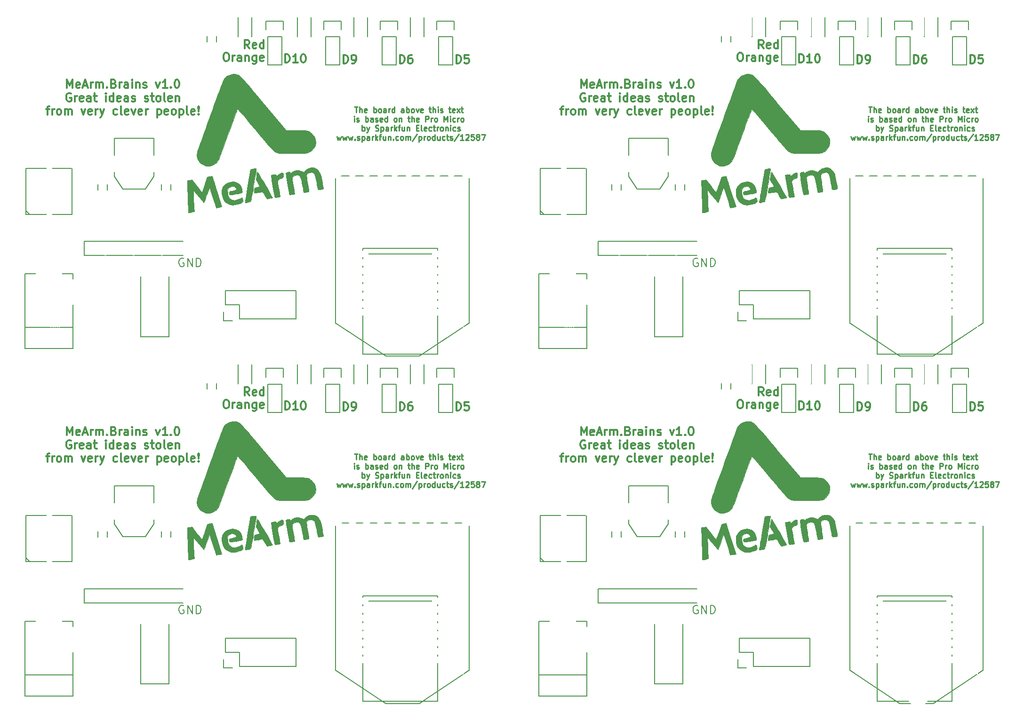
<source format=gto>
G04 #@! TF.FileFunction,Legend,Top*
%FSLAX46Y46*%
G04 Gerber Fmt 4.6, Leading zero omitted, Abs format (unit mm)*
G04 Created by KiCad (PCBNEW (2015-01-16 BZR 5376)-product) date 12/06/2015 15:21:38*
%MOMM*%
G01*
G04 APERTURE LIST*
%ADD10C,0.100000*%
%ADD11C,0.300000*%
%ADD12C,0.250000*%
%ADD13C,0.150000*%
%ADD14R,2.000000X1.200000*%
%ADD15R,1.000000X8.000000*%
%ADD16C,4.000000*%
%ADD17C,0.300000*%
%ADD18C,3.000000*%
%ADD19R,1.250000X1.000000*%
%ADD20R,1.780000X3.500000*%
%ADD21C,1.500000*%
%ADD22R,2.032000X1.727200*%
%ADD23O,2.032000X1.727200*%
%ADD24R,3.657600X2.032000*%
%ADD25R,1.016000X2.032000*%
%ADD26C,4.800600*%
%ADD27R,4.800600X4.800600*%
%ADD28R,1.727200X1.727200*%
%ADD29O,1.727200X1.727200*%
%ADD30R,1.100000X3.600000*%
%ADD31C,2.000000*%
%ADD32R,2.000000X2.000000*%
%ADD33R,1.574800X2.286000*%
%ADD34O,1.574800X2.286000*%
G04 APERTURE END LIST*
D10*
D11*
X57826572Y-112239571D02*
X57826572Y-110739571D01*
X58326572Y-111811000D01*
X58826572Y-110739571D01*
X58826572Y-112239571D01*
X60112286Y-112168143D02*
X59969429Y-112239571D01*
X59683715Y-112239571D01*
X59540858Y-112168143D01*
X59469429Y-112025286D01*
X59469429Y-111453857D01*
X59540858Y-111311000D01*
X59683715Y-111239571D01*
X59969429Y-111239571D01*
X60112286Y-111311000D01*
X60183715Y-111453857D01*
X60183715Y-111596714D01*
X59469429Y-111739571D01*
X60755143Y-111811000D02*
X61469429Y-111811000D01*
X60612286Y-112239571D02*
X61112286Y-110739571D01*
X61612286Y-112239571D01*
X62112286Y-112239571D02*
X62112286Y-111239571D01*
X62112286Y-111525286D02*
X62183714Y-111382429D01*
X62255143Y-111311000D01*
X62398000Y-111239571D01*
X62540857Y-111239571D01*
X63040857Y-112239571D02*
X63040857Y-111239571D01*
X63040857Y-111382429D02*
X63112285Y-111311000D01*
X63255143Y-111239571D01*
X63469428Y-111239571D01*
X63612285Y-111311000D01*
X63683714Y-111453857D01*
X63683714Y-112239571D01*
X63683714Y-111453857D02*
X63755143Y-111311000D01*
X63898000Y-111239571D01*
X64112285Y-111239571D01*
X64255143Y-111311000D01*
X64326571Y-111453857D01*
X64326571Y-112239571D01*
X65040857Y-112096714D02*
X65112285Y-112168143D01*
X65040857Y-112239571D01*
X64969428Y-112168143D01*
X65040857Y-112096714D01*
X65040857Y-112239571D01*
X66255143Y-111453857D02*
X66469429Y-111525286D01*
X66540857Y-111596714D01*
X66612286Y-111739571D01*
X66612286Y-111953857D01*
X66540857Y-112096714D01*
X66469429Y-112168143D01*
X66326571Y-112239571D01*
X65755143Y-112239571D01*
X65755143Y-110739571D01*
X66255143Y-110739571D01*
X66398000Y-110811000D01*
X66469429Y-110882429D01*
X66540857Y-111025286D01*
X66540857Y-111168143D01*
X66469429Y-111311000D01*
X66398000Y-111382429D01*
X66255143Y-111453857D01*
X65755143Y-111453857D01*
X67255143Y-112239571D02*
X67255143Y-111239571D01*
X67255143Y-111525286D02*
X67326571Y-111382429D01*
X67398000Y-111311000D01*
X67540857Y-111239571D01*
X67683714Y-111239571D01*
X68826571Y-112239571D02*
X68826571Y-111453857D01*
X68755142Y-111311000D01*
X68612285Y-111239571D01*
X68326571Y-111239571D01*
X68183714Y-111311000D01*
X68826571Y-112168143D02*
X68683714Y-112239571D01*
X68326571Y-112239571D01*
X68183714Y-112168143D01*
X68112285Y-112025286D01*
X68112285Y-111882429D01*
X68183714Y-111739571D01*
X68326571Y-111668143D01*
X68683714Y-111668143D01*
X68826571Y-111596714D01*
X69540857Y-112239571D02*
X69540857Y-111239571D01*
X69540857Y-110739571D02*
X69469428Y-110811000D01*
X69540857Y-110882429D01*
X69612285Y-110811000D01*
X69540857Y-110739571D01*
X69540857Y-110882429D01*
X70255143Y-111239571D02*
X70255143Y-112239571D01*
X70255143Y-111382429D02*
X70326571Y-111311000D01*
X70469429Y-111239571D01*
X70683714Y-111239571D01*
X70826571Y-111311000D01*
X70898000Y-111453857D01*
X70898000Y-112239571D01*
X71540857Y-112168143D02*
X71683714Y-112239571D01*
X71969429Y-112239571D01*
X72112286Y-112168143D01*
X72183714Y-112025286D01*
X72183714Y-111953857D01*
X72112286Y-111811000D01*
X71969429Y-111739571D01*
X71755143Y-111739571D01*
X71612286Y-111668143D01*
X71540857Y-111525286D01*
X71540857Y-111453857D01*
X71612286Y-111311000D01*
X71755143Y-111239571D01*
X71969429Y-111239571D01*
X72112286Y-111311000D01*
X73826572Y-111239571D02*
X74183715Y-112239571D01*
X74540857Y-111239571D01*
X75898000Y-112239571D02*
X75040857Y-112239571D01*
X75469429Y-112239571D02*
X75469429Y-110739571D01*
X75326572Y-110953857D01*
X75183714Y-111096714D01*
X75040857Y-111168143D01*
X76540857Y-112096714D02*
X76612285Y-112168143D01*
X76540857Y-112239571D01*
X76469428Y-112168143D01*
X76540857Y-112096714D01*
X76540857Y-112239571D01*
X77540857Y-110739571D02*
X77683714Y-110739571D01*
X77826571Y-110811000D01*
X77898000Y-110882429D01*
X77969429Y-111025286D01*
X78040857Y-111311000D01*
X78040857Y-111668143D01*
X77969429Y-111953857D01*
X77898000Y-112096714D01*
X77826571Y-112168143D01*
X77683714Y-112239571D01*
X77540857Y-112239571D01*
X77398000Y-112168143D01*
X77326571Y-112096714D01*
X77255143Y-111953857D01*
X77183714Y-111668143D01*
X77183714Y-111311000D01*
X77255143Y-111025286D01*
X77326571Y-110882429D01*
X77398000Y-110811000D01*
X77540857Y-110739571D01*
X58540857Y-113211000D02*
X58398000Y-113139571D01*
X58183714Y-113139571D01*
X57969429Y-113211000D01*
X57826571Y-113353857D01*
X57755143Y-113496714D01*
X57683714Y-113782429D01*
X57683714Y-113996714D01*
X57755143Y-114282429D01*
X57826571Y-114425286D01*
X57969429Y-114568143D01*
X58183714Y-114639571D01*
X58326571Y-114639571D01*
X58540857Y-114568143D01*
X58612286Y-114496714D01*
X58612286Y-113996714D01*
X58326571Y-113996714D01*
X59255143Y-114639571D02*
X59255143Y-113639571D01*
X59255143Y-113925286D02*
X59326571Y-113782429D01*
X59398000Y-113711000D01*
X59540857Y-113639571D01*
X59683714Y-113639571D01*
X60755142Y-114568143D02*
X60612285Y-114639571D01*
X60326571Y-114639571D01*
X60183714Y-114568143D01*
X60112285Y-114425286D01*
X60112285Y-113853857D01*
X60183714Y-113711000D01*
X60326571Y-113639571D01*
X60612285Y-113639571D01*
X60755142Y-113711000D01*
X60826571Y-113853857D01*
X60826571Y-113996714D01*
X60112285Y-114139571D01*
X62112285Y-114639571D02*
X62112285Y-113853857D01*
X62040856Y-113711000D01*
X61897999Y-113639571D01*
X61612285Y-113639571D01*
X61469428Y-113711000D01*
X62112285Y-114568143D02*
X61969428Y-114639571D01*
X61612285Y-114639571D01*
X61469428Y-114568143D01*
X61397999Y-114425286D01*
X61397999Y-114282429D01*
X61469428Y-114139571D01*
X61612285Y-114068143D01*
X61969428Y-114068143D01*
X62112285Y-113996714D01*
X62612285Y-113639571D02*
X63183714Y-113639571D01*
X62826571Y-113139571D02*
X62826571Y-114425286D01*
X62897999Y-114568143D01*
X63040857Y-114639571D01*
X63183714Y-114639571D01*
X64826571Y-114639571D02*
X64826571Y-113639571D01*
X64826571Y-113139571D02*
X64755142Y-113211000D01*
X64826571Y-113282429D01*
X64897999Y-113211000D01*
X64826571Y-113139571D01*
X64826571Y-113282429D01*
X66183714Y-114639571D02*
X66183714Y-113139571D01*
X66183714Y-114568143D02*
X66040857Y-114639571D01*
X65755143Y-114639571D01*
X65612285Y-114568143D01*
X65540857Y-114496714D01*
X65469428Y-114353857D01*
X65469428Y-113925286D01*
X65540857Y-113782429D01*
X65612285Y-113711000D01*
X65755143Y-113639571D01*
X66040857Y-113639571D01*
X66183714Y-113711000D01*
X67469428Y-114568143D02*
X67326571Y-114639571D01*
X67040857Y-114639571D01*
X66898000Y-114568143D01*
X66826571Y-114425286D01*
X66826571Y-113853857D01*
X66898000Y-113711000D01*
X67040857Y-113639571D01*
X67326571Y-113639571D01*
X67469428Y-113711000D01*
X67540857Y-113853857D01*
X67540857Y-113996714D01*
X66826571Y-114139571D01*
X68826571Y-114639571D02*
X68826571Y-113853857D01*
X68755142Y-113711000D01*
X68612285Y-113639571D01*
X68326571Y-113639571D01*
X68183714Y-113711000D01*
X68826571Y-114568143D02*
X68683714Y-114639571D01*
X68326571Y-114639571D01*
X68183714Y-114568143D01*
X68112285Y-114425286D01*
X68112285Y-114282429D01*
X68183714Y-114139571D01*
X68326571Y-114068143D01*
X68683714Y-114068143D01*
X68826571Y-113996714D01*
X69469428Y-114568143D02*
X69612285Y-114639571D01*
X69898000Y-114639571D01*
X70040857Y-114568143D01*
X70112285Y-114425286D01*
X70112285Y-114353857D01*
X70040857Y-114211000D01*
X69898000Y-114139571D01*
X69683714Y-114139571D01*
X69540857Y-114068143D01*
X69469428Y-113925286D01*
X69469428Y-113853857D01*
X69540857Y-113711000D01*
X69683714Y-113639571D01*
X69898000Y-113639571D01*
X70040857Y-113711000D01*
X71826571Y-114568143D02*
X71969428Y-114639571D01*
X72255143Y-114639571D01*
X72398000Y-114568143D01*
X72469428Y-114425286D01*
X72469428Y-114353857D01*
X72398000Y-114211000D01*
X72255143Y-114139571D01*
X72040857Y-114139571D01*
X71898000Y-114068143D01*
X71826571Y-113925286D01*
X71826571Y-113853857D01*
X71898000Y-113711000D01*
X72040857Y-113639571D01*
X72255143Y-113639571D01*
X72398000Y-113711000D01*
X72898000Y-113639571D02*
X73469429Y-113639571D01*
X73112286Y-113139571D02*
X73112286Y-114425286D01*
X73183714Y-114568143D01*
X73326572Y-114639571D01*
X73469429Y-114639571D01*
X74183715Y-114639571D02*
X74040857Y-114568143D01*
X73969429Y-114496714D01*
X73898000Y-114353857D01*
X73898000Y-113925286D01*
X73969429Y-113782429D01*
X74040857Y-113711000D01*
X74183715Y-113639571D01*
X74398000Y-113639571D01*
X74540857Y-113711000D01*
X74612286Y-113782429D01*
X74683715Y-113925286D01*
X74683715Y-114353857D01*
X74612286Y-114496714D01*
X74540857Y-114568143D01*
X74398000Y-114639571D01*
X74183715Y-114639571D01*
X75540858Y-114639571D02*
X75398000Y-114568143D01*
X75326572Y-114425286D01*
X75326572Y-113139571D01*
X76683714Y-114568143D02*
X76540857Y-114639571D01*
X76255143Y-114639571D01*
X76112286Y-114568143D01*
X76040857Y-114425286D01*
X76040857Y-113853857D01*
X76112286Y-113711000D01*
X76255143Y-113639571D01*
X76540857Y-113639571D01*
X76683714Y-113711000D01*
X76755143Y-113853857D01*
X76755143Y-113996714D01*
X76040857Y-114139571D01*
X77398000Y-113639571D02*
X77398000Y-114639571D01*
X77398000Y-113782429D02*
X77469428Y-113711000D01*
X77612286Y-113639571D01*
X77826571Y-113639571D01*
X77969428Y-113711000D01*
X78040857Y-113853857D01*
X78040857Y-114639571D01*
X54076573Y-116039571D02*
X54648002Y-116039571D01*
X54290859Y-117039571D02*
X54290859Y-115753857D01*
X54362287Y-115611000D01*
X54505145Y-115539571D01*
X54648002Y-115539571D01*
X55148002Y-117039571D02*
X55148002Y-116039571D01*
X55148002Y-116325286D02*
X55219430Y-116182429D01*
X55290859Y-116111000D01*
X55433716Y-116039571D01*
X55576573Y-116039571D01*
X56290859Y-117039571D02*
X56148001Y-116968143D01*
X56076573Y-116896714D01*
X56005144Y-116753857D01*
X56005144Y-116325286D01*
X56076573Y-116182429D01*
X56148001Y-116111000D01*
X56290859Y-116039571D01*
X56505144Y-116039571D01*
X56648001Y-116111000D01*
X56719430Y-116182429D01*
X56790859Y-116325286D01*
X56790859Y-116753857D01*
X56719430Y-116896714D01*
X56648001Y-116968143D01*
X56505144Y-117039571D01*
X56290859Y-117039571D01*
X57433716Y-117039571D02*
X57433716Y-116039571D01*
X57433716Y-116182429D02*
X57505144Y-116111000D01*
X57648002Y-116039571D01*
X57862287Y-116039571D01*
X58005144Y-116111000D01*
X58076573Y-116253857D01*
X58076573Y-117039571D01*
X58076573Y-116253857D02*
X58148002Y-116111000D01*
X58290859Y-116039571D01*
X58505144Y-116039571D01*
X58648002Y-116111000D01*
X58719430Y-116253857D01*
X58719430Y-117039571D01*
X60433716Y-116039571D02*
X60790859Y-117039571D01*
X61148001Y-116039571D01*
X62290858Y-116968143D02*
X62148001Y-117039571D01*
X61862287Y-117039571D01*
X61719430Y-116968143D01*
X61648001Y-116825286D01*
X61648001Y-116253857D01*
X61719430Y-116111000D01*
X61862287Y-116039571D01*
X62148001Y-116039571D01*
X62290858Y-116111000D01*
X62362287Y-116253857D01*
X62362287Y-116396714D01*
X61648001Y-116539571D01*
X63005144Y-117039571D02*
X63005144Y-116039571D01*
X63005144Y-116325286D02*
X63076572Y-116182429D01*
X63148001Y-116111000D01*
X63290858Y-116039571D01*
X63433715Y-116039571D01*
X63790858Y-116039571D02*
X64148001Y-117039571D01*
X64505143Y-116039571D02*
X64148001Y-117039571D01*
X64005143Y-117396714D01*
X63933715Y-117468143D01*
X63790858Y-117539571D01*
X66862286Y-116968143D02*
X66719429Y-117039571D01*
X66433715Y-117039571D01*
X66290857Y-116968143D01*
X66219429Y-116896714D01*
X66148000Y-116753857D01*
X66148000Y-116325286D01*
X66219429Y-116182429D01*
X66290857Y-116111000D01*
X66433715Y-116039571D01*
X66719429Y-116039571D01*
X66862286Y-116111000D01*
X67719429Y-117039571D02*
X67576571Y-116968143D01*
X67505143Y-116825286D01*
X67505143Y-115539571D01*
X68862285Y-116968143D02*
X68719428Y-117039571D01*
X68433714Y-117039571D01*
X68290857Y-116968143D01*
X68219428Y-116825286D01*
X68219428Y-116253857D01*
X68290857Y-116111000D01*
X68433714Y-116039571D01*
X68719428Y-116039571D01*
X68862285Y-116111000D01*
X68933714Y-116253857D01*
X68933714Y-116396714D01*
X68219428Y-116539571D01*
X69433714Y-116039571D02*
X69790857Y-117039571D01*
X70147999Y-116039571D01*
X71290856Y-116968143D02*
X71147999Y-117039571D01*
X70862285Y-117039571D01*
X70719428Y-116968143D01*
X70647999Y-116825286D01*
X70647999Y-116253857D01*
X70719428Y-116111000D01*
X70862285Y-116039571D01*
X71147999Y-116039571D01*
X71290856Y-116111000D01*
X71362285Y-116253857D01*
X71362285Y-116396714D01*
X70647999Y-116539571D01*
X72005142Y-117039571D02*
X72005142Y-116039571D01*
X72005142Y-116325286D02*
X72076570Y-116182429D01*
X72147999Y-116111000D01*
X72290856Y-116039571D01*
X72433713Y-116039571D01*
X74076570Y-116039571D02*
X74076570Y-117539571D01*
X74076570Y-116111000D02*
X74219427Y-116039571D01*
X74505141Y-116039571D01*
X74647998Y-116111000D01*
X74719427Y-116182429D01*
X74790856Y-116325286D01*
X74790856Y-116753857D01*
X74719427Y-116896714D01*
X74647998Y-116968143D01*
X74505141Y-117039571D01*
X74219427Y-117039571D01*
X74076570Y-116968143D01*
X76005141Y-116968143D02*
X75862284Y-117039571D01*
X75576570Y-117039571D01*
X75433713Y-116968143D01*
X75362284Y-116825286D01*
X75362284Y-116253857D01*
X75433713Y-116111000D01*
X75576570Y-116039571D01*
X75862284Y-116039571D01*
X76005141Y-116111000D01*
X76076570Y-116253857D01*
X76076570Y-116396714D01*
X75362284Y-116539571D01*
X76933713Y-117039571D02*
X76790855Y-116968143D01*
X76719427Y-116896714D01*
X76647998Y-116753857D01*
X76647998Y-116325286D01*
X76719427Y-116182429D01*
X76790855Y-116111000D01*
X76933713Y-116039571D01*
X77147998Y-116039571D01*
X77290855Y-116111000D01*
X77362284Y-116182429D01*
X77433713Y-116325286D01*
X77433713Y-116753857D01*
X77362284Y-116896714D01*
X77290855Y-116968143D01*
X77147998Y-117039571D01*
X76933713Y-117039571D01*
X78076570Y-116039571D02*
X78076570Y-117539571D01*
X78076570Y-116111000D02*
X78219427Y-116039571D01*
X78505141Y-116039571D01*
X78647998Y-116111000D01*
X78719427Y-116182429D01*
X78790856Y-116325286D01*
X78790856Y-116753857D01*
X78719427Y-116896714D01*
X78647998Y-116968143D01*
X78505141Y-117039571D01*
X78219427Y-117039571D01*
X78076570Y-116968143D01*
X79647999Y-117039571D02*
X79505141Y-116968143D01*
X79433713Y-116825286D01*
X79433713Y-115539571D01*
X80790855Y-116968143D02*
X80647998Y-117039571D01*
X80362284Y-117039571D01*
X80219427Y-116968143D01*
X80147998Y-116825286D01*
X80147998Y-116253857D01*
X80219427Y-116111000D01*
X80362284Y-116039571D01*
X80647998Y-116039571D01*
X80790855Y-116111000D01*
X80862284Y-116253857D01*
X80862284Y-116396714D01*
X80147998Y-116539571D01*
X81505141Y-116896714D02*
X81576569Y-116968143D01*
X81505141Y-117039571D01*
X81433712Y-116968143D01*
X81505141Y-116896714D01*
X81505141Y-117039571D01*
X81505141Y-116468143D02*
X81433712Y-115611000D01*
X81505141Y-115539571D01*
X81576569Y-115611000D01*
X81505141Y-116468143D01*
X81505141Y-115539571D01*
D12*
X109571141Y-115637381D02*
X110142570Y-115637381D01*
X109856855Y-116637381D02*
X109856855Y-115637381D01*
X110475903Y-116637381D02*
X110475903Y-115637381D01*
X110904475Y-116637381D02*
X110904475Y-116113571D01*
X110856856Y-116018333D01*
X110761618Y-115970714D01*
X110618760Y-115970714D01*
X110523522Y-116018333D01*
X110475903Y-116065952D01*
X111761618Y-116589762D02*
X111666380Y-116637381D01*
X111475903Y-116637381D01*
X111380665Y-116589762D01*
X111333046Y-116494524D01*
X111333046Y-116113571D01*
X111380665Y-116018333D01*
X111475903Y-115970714D01*
X111666380Y-115970714D01*
X111761618Y-116018333D01*
X111809237Y-116113571D01*
X111809237Y-116208810D01*
X111333046Y-116304048D01*
X112999713Y-116637381D02*
X112999713Y-115637381D01*
X112999713Y-116018333D02*
X113094951Y-115970714D01*
X113285428Y-115970714D01*
X113380666Y-116018333D01*
X113428285Y-116065952D01*
X113475904Y-116161190D01*
X113475904Y-116446905D01*
X113428285Y-116542143D01*
X113380666Y-116589762D01*
X113285428Y-116637381D01*
X113094951Y-116637381D01*
X112999713Y-116589762D01*
X114047332Y-116637381D02*
X113952094Y-116589762D01*
X113904475Y-116542143D01*
X113856856Y-116446905D01*
X113856856Y-116161190D01*
X113904475Y-116065952D01*
X113952094Y-116018333D01*
X114047332Y-115970714D01*
X114190190Y-115970714D01*
X114285428Y-116018333D01*
X114333047Y-116065952D01*
X114380666Y-116161190D01*
X114380666Y-116446905D01*
X114333047Y-116542143D01*
X114285428Y-116589762D01*
X114190190Y-116637381D01*
X114047332Y-116637381D01*
X115237809Y-116637381D02*
X115237809Y-116113571D01*
X115190190Y-116018333D01*
X115094952Y-115970714D01*
X114904475Y-115970714D01*
X114809237Y-116018333D01*
X115237809Y-116589762D02*
X115142571Y-116637381D01*
X114904475Y-116637381D01*
X114809237Y-116589762D01*
X114761618Y-116494524D01*
X114761618Y-116399286D01*
X114809237Y-116304048D01*
X114904475Y-116256429D01*
X115142571Y-116256429D01*
X115237809Y-116208810D01*
X115713999Y-116637381D02*
X115713999Y-115970714D01*
X115713999Y-116161190D02*
X115761618Y-116065952D01*
X115809237Y-116018333D01*
X115904475Y-115970714D01*
X115999714Y-115970714D01*
X116761619Y-116637381D02*
X116761619Y-115637381D01*
X116761619Y-116589762D02*
X116666381Y-116637381D01*
X116475904Y-116637381D01*
X116380666Y-116589762D01*
X116333047Y-116542143D01*
X116285428Y-116446905D01*
X116285428Y-116161190D01*
X116333047Y-116065952D01*
X116380666Y-116018333D01*
X116475904Y-115970714D01*
X116666381Y-115970714D01*
X116761619Y-116018333D01*
X118428286Y-116637381D02*
X118428286Y-116113571D01*
X118380667Y-116018333D01*
X118285429Y-115970714D01*
X118094952Y-115970714D01*
X117999714Y-116018333D01*
X118428286Y-116589762D02*
X118333048Y-116637381D01*
X118094952Y-116637381D01*
X117999714Y-116589762D01*
X117952095Y-116494524D01*
X117952095Y-116399286D01*
X117999714Y-116304048D01*
X118094952Y-116256429D01*
X118333048Y-116256429D01*
X118428286Y-116208810D01*
X118904476Y-116637381D02*
X118904476Y-115637381D01*
X118904476Y-116018333D02*
X118999714Y-115970714D01*
X119190191Y-115970714D01*
X119285429Y-116018333D01*
X119333048Y-116065952D01*
X119380667Y-116161190D01*
X119380667Y-116446905D01*
X119333048Y-116542143D01*
X119285429Y-116589762D01*
X119190191Y-116637381D01*
X118999714Y-116637381D01*
X118904476Y-116589762D01*
X119952095Y-116637381D02*
X119856857Y-116589762D01*
X119809238Y-116542143D01*
X119761619Y-116446905D01*
X119761619Y-116161190D01*
X119809238Y-116065952D01*
X119856857Y-116018333D01*
X119952095Y-115970714D01*
X120094953Y-115970714D01*
X120190191Y-116018333D01*
X120237810Y-116065952D01*
X120285429Y-116161190D01*
X120285429Y-116446905D01*
X120237810Y-116542143D01*
X120190191Y-116589762D01*
X120094953Y-116637381D01*
X119952095Y-116637381D01*
X120618762Y-115970714D02*
X120856857Y-116637381D01*
X121094953Y-115970714D01*
X121856858Y-116589762D02*
X121761620Y-116637381D01*
X121571143Y-116637381D01*
X121475905Y-116589762D01*
X121428286Y-116494524D01*
X121428286Y-116113571D01*
X121475905Y-116018333D01*
X121571143Y-115970714D01*
X121761620Y-115970714D01*
X121856858Y-116018333D01*
X121904477Y-116113571D01*
X121904477Y-116208810D01*
X121428286Y-116304048D01*
X122952096Y-115970714D02*
X123333048Y-115970714D01*
X123094953Y-115637381D02*
X123094953Y-116494524D01*
X123142572Y-116589762D01*
X123237810Y-116637381D01*
X123333048Y-116637381D01*
X123666382Y-116637381D02*
X123666382Y-115637381D01*
X124094954Y-116637381D02*
X124094954Y-116113571D01*
X124047335Y-116018333D01*
X123952097Y-115970714D01*
X123809239Y-115970714D01*
X123714001Y-116018333D01*
X123666382Y-116065952D01*
X124571144Y-116637381D02*
X124571144Y-115970714D01*
X124571144Y-115637381D02*
X124523525Y-115685000D01*
X124571144Y-115732619D01*
X124618763Y-115685000D01*
X124571144Y-115637381D01*
X124571144Y-115732619D01*
X124999715Y-116589762D02*
X125094953Y-116637381D01*
X125285429Y-116637381D01*
X125380668Y-116589762D01*
X125428287Y-116494524D01*
X125428287Y-116446905D01*
X125380668Y-116351667D01*
X125285429Y-116304048D01*
X125142572Y-116304048D01*
X125047334Y-116256429D01*
X124999715Y-116161190D01*
X124999715Y-116113571D01*
X125047334Y-116018333D01*
X125142572Y-115970714D01*
X125285429Y-115970714D01*
X125380668Y-116018333D01*
X126475906Y-115970714D02*
X126856858Y-115970714D01*
X126618763Y-115637381D02*
X126618763Y-116494524D01*
X126666382Y-116589762D01*
X126761620Y-116637381D01*
X126856858Y-116637381D01*
X127571145Y-116589762D02*
X127475907Y-116637381D01*
X127285430Y-116637381D01*
X127190192Y-116589762D01*
X127142573Y-116494524D01*
X127142573Y-116113571D01*
X127190192Y-116018333D01*
X127285430Y-115970714D01*
X127475907Y-115970714D01*
X127571145Y-116018333D01*
X127618764Y-116113571D01*
X127618764Y-116208810D01*
X127142573Y-116304048D01*
X127952097Y-116637381D02*
X128475907Y-115970714D01*
X127952097Y-115970714D02*
X128475907Y-116637381D01*
X128714002Y-115970714D02*
X129094954Y-115970714D01*
X128856859Y-115637381D02*
X128856859Y-116494524D01*
X128904478Y-116589762D01*
X128999716Y-116637381D01*
X129094954Y-116637381D01*
X109499713Y-118287381D02*
X109499713Y-117620714D01*
X109499713Y-117287381D02*
X109452094Y-117335000D01*
X109499713Y-117382619D01*
X109547332Y-117335000D01*
X109499713Y-117287381D01*
X109499713Y-117382619D01*
X109928284Y-118239762D02*
X110023522Y-118287381D01*
X110213998Y-118287381D01*
X110309237Y-118239762D01*
X110356856Y-118144524D01*
X110356856Y-118096905D01*
X110309237Y-118001667D01*
X110213998Y-117954048D01*
X110071141Y-117954048D01*
X109975903Y-117906429D01*
X109928284Y-117811190D01*
X109928284Y-117763571D01*
X109975903Y-117668333D01*
X110071141Y-117620714D01*
X110213998Y-117620714D01*
X110309237Y-117668333D01*
X111547332Y-118287381D02*
X111547332Y-117287381D01*
X111547332Y-117668333D02*
X111642570Y-117620714D01*
X111833047Y-117620714D01*
X111928285Y-117668333D01*
X111975904Y-117715952D01*
X112023523Y-117811190D01*
X112023523Y-118096905D01*
X111975904Y-118192143D01*
X111928285Y-118239762D01*
X111833047Y-118287381D01*
X111642570Y-118287381D01*
X111547332Y-118239762D01*
X112880666Y-118287381D02*
X112880666Y-117763571D01*
X112833047Y-117668333D01*
X112737809Y-117620714D01*
X112547332Y-117620714D01*
X112452094Y-117668333D01*
X112880666Y-118239762D02*
X112785428Y-118287381D01*
X112547332Y-118287381D01*
X112452094Y-118239762D01*
X112404475Y-118144524D01*
X112404475Y-118049286D01*
X112452094Y-117954048D01*
X112547332Y-117906429D01*
X112785428Y-117906429D01*
X112880666Y-117858810D01*
X113309237Y-118239762D02*
X113404475Y-118287381D01*
X113594951Y-118287381D01*
X113690190Y-118239762D01*
X113737809Y-118144524D01*
X113737809Y-118096905D01*
X113690190Y-118001667D01*
X113594951Y-117954048D01*
X113452094Y-117954048D01*
X113356856Y-117906429D01*
X113309237Y-117811190D01*
X113309237Y-117763571D01*
X113356856Y-117668333D01*
X113452094Y-117620714D01*
X113594951Y-117620714D01*
X113690190Y-117668333D01*
X114547333Y-118239762D02*
X114452095Y-118287381D01*
X114261618Y-118287381D01*
X114166380Y-118239762D01*
X114118761Y-118144524D01*
X114118761Y-117763571D01*
X114166380Y-117668333D01*
X114261618Y-117620714D01*
X114452095Y-117620714D01*
X114547333Y-117668333D01*
X114594952Y-117763571D01*
X114594952Y-117858810D01*
X114118761Y-117954048D01*
X115452095Y-118287381D02*
X115452095Y-117287381D01*
X115452095Y-118239762D02*
X115356857Y-118287381D01*
X115166380Y-118287381D01*
X115071142Y-118239762D01*
X115023523Y-118192143D01*
X114975904Y-118096905D01*
X114975904Y-117811190D01*
X115023523Y-117715952D01*
X115071142Y-117668333D01*
X115166380Y-117620714D01*
X115356857Y-117620714D01*
X115452095Y-117668333D01*
X116833047Y-118287381D02*
X116737809Y-118239762D01*
X116690190Y-118192143D01*
X116642571Y-118096905D01*
X116642571Y-117811190D01*
X116690190Y-117715952D01*
X116737809Y-117668333D01*
X116833047Y-117620714D01*
X116975905Y-117620714D01*
X117071143Y-117668333D01*
X117118762Y-117715952D01*
X117166381Y-117811190D01*
X117166381Y-118096905D01*
X117118762Y-118192143D01*
X117071143Y-118239762D01*
X116975905Y-118287381D01*
X116833047Y-118287381D01*
X117594952Y-117620714D02*
X117594952Y-118287381D01*
X117594952Y-117715952D02*
X117642571Y-117668333D01*
X117737809Y-117620714D01*
X117880667Y-117620714D01*
X117975905Y-117668333D01*
X118023524Y-117763571D01*
X118023524Y-118287381D01*
X119118762Y-117620714D02*
X119499714Y-117620714D01*
X119261619Y-117287381D02*
X119261619Y-118144524D01*
X119309238Y-118239762D01*
X119404476Y-118287381D01*
X119499714Y-118287381D01*
X119833048Y-118287381D02*
X119833048Y-117287381D01*
X120261620Y-118287381D02*
X120261620Y-117763571D01*
X120214001Y-117668333D01*
X120118763Y-117620714D01*
X119975905Y-117620714D01*
X119880667Y-117668333D01*
X119833048Y-117715952D01*
X121118763Y-118239762D02*
X121023525Y-118287381D01*
X120833048Y-118287381D01*
X120737810Y-118239762D01*
X120690191Y-118144524D01*
X120690191Y-117763571D01*
X120737810Y-117668333D01*
X120833048Y-117620714D01*
X121023525Y-117620714D01*
X121118763Y-117668333D01*
X121166382Y-117763571D01*
X121166382Y-117858810D01*
X120690191Y-117954048D01*
X122356858Y-118287381D02*
X122356858Y-117287381D01*
X122737811Y-117287381D01*
X122833049Y-117335000D01*
X122880668Y-117382619D01*
X122928287Y-117477857D01*
X122928287Y-117620714D01*
X122880668Y-117715952D01*
X122833049Y-117763571D01*
X122737811Y-117811190D01*
X122356858Y-117811190D01*
X123356858Y-118287381D02*
X123356858Y-117620714D01*
X123356858Y-117811190D02*
X123404477Y-117715952D01*
X123452096Y-117668333D01*
X123547334Y-117620714D01*
X123642573Y-117620714D01*
X124118763Y-118287381D02*
X124023525Y-118239762D01*
X123975906Y-118192143D01*
X123928287Y-118096905D01*
X123928287Y-117811190D01*
X123975906Y-117715952D01*
X124023525Y-117668333D01*
X124118763Y-117620714D01*
X124261621Y-117620714D01*
X124356859Y-117668333D01*
X124404478Y-117715952D01*
X124452097Y-117811190D01*
X124452097Y-118096905D01*
X124404478Y-118192143D01*
X124356859Y-118239762D01*
X124261621Y-118287381D01*
X124118763Y-118287381D01*
X125642573Y-118287381D02*
X125642573Y-117287381D01*
X125975907Y-118001667D01*
X126309240Y-117287381D01*
X126309240Y-118287381D01*
X126785430Y-118287381D02*
X126785430Y-117620714D01*
X126785430Y-117287381D02*
X126737811Y-117335000D01*
X126785430Y-117382619D01*
X126833049Y-117335000D01*
X126785430Y-117287381D01*
X126785430Y-117382619D01*
X127690192Y-118239762D02*
X127594954Y-118287381D01*
X127404477Y-118287381D01*
X127309239Y-118239762D01*
X127261620Y-118192143D01*
X127214001Y-118096905D01*
X127214001Y-117811190D01*
X127261620Y-117715952D01*
X127309239Y-117668333D01*
X127404477Y-117620714D01*
X127594954Y-117620714D01*
X127690192Y-117668333D01*
X128118763Y-118287381D02*
X128118763Y-117620714D01*
X128118763Y-117811190D02*
X128166382Y-117715952D01*
X128214001Y-117668333D01*
X128309239Y-117620714D01*
X128404478Y-117620714D01*
X128880668Y-118287381D02*
X128785430Y-118239762D01*
X128737811Y-118192143D01*
X128690192Y-118096905D01*
X128690192Y-117811190D01*
X128737811Y-117715952D01*
X128785430Y-117668333D01*
X128880668Y-117620714D01*
X129023526Y-117620714D01*
X129118764Y-117668333D01*
X129166383Y-117715952D01*
X129214002Y-117811190D01*
X129214002Y-118096905D01*
X129166383Y-118192143D01*
X129118764Y-118239762D01*
X129023526Y-118287381D01*
X128880668Y-118287381D01*
X110928284Y-119937381D02*
X110928284Y-118937381D01*
X110928284Y-119318333D02*
X111023522Y-119270714D01*
X111213999Y-119270714D01*
X111309237Y-119318333D01*
X111356856Y-119365952D01*
X111404475Y-119461190D01*
X111404475Y-119746905D01*
X111356856Y-119842143D01*
X111309237Y-119889762D01*
X111213999Y-119937381D01*
X111023522Y-119937381D01*
X110928284Y-119889762D01*
X111737808Y-119270714D02*
X111975903Y-119937381D01*
X112213999Y-119270714D02*
X111975903Y-119937381D01*
X111880665Y-120175476D01*
X111833046Y-120223095D01*
X111737808Y-120270714D01*
X113309237Y-119889762D02*
X113452094Y-119937381D01*
X113690190Y-119937381D01*
X113785428Y-119889762D01*
X113833047Y-119842143D01*
X113880666Y-119746905D01*
X113880666Y-119651667D01*
X113833047Y-119556429D01*
X113785428Y-119508810D01*
X113690190Y-119461190D01*
X113499713Y-119413571D01*
X113404475Y-119365952D01*
X113356856Y-119318333D01*
X113309237Y-119223095D01*
X113309237Y-119127857D01*
X113356856Y-119032619D01*
X113404475Y-118985000D01*
X113499713Y-118937381D01*
X113737809Y-118937381D01*
X113880666Y-118985000D01*
X114309237Y-119270714D02*
X114309237Y-120270714D01*
X114309237Y-119318333D02*
X114404475Y-119270714D01*
X114594952Y-119270714D01*
X114690190Y-119318333D01*
X114737809Y-119365952D01*
X114785428Y-119461190D01*
X114785428Y-119746905D01*
X114737809Y-119842143D01*
X114690190Y-119889762D01*
X114594952Y-119937381D01*
X114404475Y-119937381D01*
X114309237Y-119889762D01*
X115642571Y-119937381D02*
X115642571Y-119413571D01*
X115594952Y-119318333D01*
X115499714Y-119270714D01*
X115309237Y-119270714D01*
X115213999Y-119318333D01*
X115642571Y-119889762D02*
X115547333Y-119937381D01*
X115309237Y-119937381D01*
X115213999Y-119889762D01*
X115166380Y-119794524D01*
X115166380Y-119699286D01*
X115213999Y-119604048D01*
X115309237Y-119556429D01*
X115547333Y-119556429D01*
X115642571Y-119508810D01*
X116118761Y-119937381D02*
X116118761Y-119270714D01*
X116118761Y-119461190D02*
X116166380Y-119365952D01*
X116213999Y-119318333D01*
X116309237Y-119270714D01*
X116404476Y-119270714D01*
X116737809Y-119937381D02*
X116737809Y-118937381D01*
X116833047Y-119556429D02*
X117118762Y-119937381D01*
X117118762Y-119270714D02*
X116737809Y-119651667D01*
X117404476Y-119270714D02*
X117785428Y-119270714D01*
X117547333Y-119937381D02*
X117547333Y-119080238D01*
X117594952Y-118985000D01*
X117690190Y-118937381D01*
X117785428Y-118937381D01*
X118547334Y-119270714D02*
X118547334Y-119937381D01*
X118118762Y-119270714D02*
X118118762Y-119794524D01*
X118166381Y-119889762D01*
X118261619Y-119937381D01*
X118404477Y-119937381D01*
X118499715Y-119889762D01*
X118547334Y-119842143D01*
X119023524Y-119270714D02*
X119023524Y-119937381D01*
X119023524Y-119365952D02*
X119071143Y-119318333D01*
X119166381Y-119270714D01*
X119309239Y-119270714D01*
X119404477Y-119318333D01*
X119452096Y-119413571D01*
X119452096Y-119937381D01*
X120690191Y-119413571D02*
X121023525Y-119413571D01*
X121166382Y-119937381D02*
X120690191Y-119937381D01*
X120690191Y-118937381D01*
X121166382Y-118937381D01*
X121737810Y-119937381D02*
X121642572Y-119889762D01*
X121594953Y-119794524D01*
X121594953Y-118937381D01*
X122499716Y-119889762D02*
X122404478Y-119937381D01*
X122214001Y-119937381D01*
X122118763Y-119889762D01*
X122071144Y-119794524D01*
X122071144Y-119413571D01*
X122118763Y-119318333D01*
X122214001Y-119270714D01*
X122404478Y-119270714D01*
X122499716Y-119318333D01*
X122547335Y-119413571D01*
X122547335Y-119508810D01*
X122071144Y-119604048D01*
X123404478Y-119889762D02*
X123309240Y-119937381D01*
X123118763Y-119937381D01*
X123023525Y-119889762D01*
X122975906Y-119842143D01*
X122928287Y-119746905D01*
X122928287Y-119461190D01*
X122975906Y-119365952D01*
X123023525Y-119318333D01*
X123118763Y-119270714D01*
X123309240Y-119270714D01*
X123404478Y-119318333D01*
X123690192Y-119270714D02*
X124071144Y-119270714D01*
X123833049Y-118937381D02*
X123833049Y-119794524D01*
X123880668Y-119889762D01*
X123975906Y-119937381D01*
X124071144Y-119937381D01*
X124404478Y-119937381D02*
X124404478Y-119270714D01*
X124404478Y-119461190D02*
X124452097Y-119365952D01*
X124499716Y-119318333D01*
X124594954Y-119270714D01*
X124690193Y-119270714D01*
X125166383Y-119937381D02*
X125071145Y-119889762D01*
X125023526Y-119842143D01*
X124975907Y-119746905D01*
X124975907Y-119461190D01*
X125023526Y-119365952D01*
X125071145Y-119318333D01*
X125166383Y-119270714D01*
X125309241Y-119270714D01*
X125404479Y-119318333D01*
X125452098Y-119365952D01*
X125499717Y-119461190D01*
X125499717Y-119746905D01*
X125452098Y-119842143D01*
X125404479Y-119889762D01*
X125309241Y-119937381D01*
X125166383Y-119937381D01*
X125928288Y-119270714D02*
X125928288Y-119937381D01*
X125928288Y-119365952D02*
X125975907Y-119318333D01*
X126071145Y-119270714D01*
X126214003Y-119270714D01*
X126309241Y-119318333D01*
X126356860Y-119413571D01*
X126356860Y-119937381D01*
X126833050Y-119937381D02*
X126833050Y-119270714D01*
X126833050Y-118937381D02*
X126785431Y-118985000D01*
X126833050Y-119032619D01*
X126880669Y-118985000D01*
X126833050Y-118937381D01*
X126833050Y-119032619D01*
X127737812Y-119889762D02*
X127642574Y-119937381D01*
X127452097Y-119937381D01*
X127356859Y-119889762D01*
X127309240Y-119842143D01*
X127261621Y-119746905D01*
X127261621Y-119461190D01*
X127309240Y-119365952D01*
X127356859Y-119318333D01*
X127452097Y-119270714D01*
X127642574Y-119270714D01*
X127737812Y-119318333D01*
X128118764Y-119889762D02*
X128214002Y-119937381D01*
X128404478Y-119937381D01*
X128499717Y-119889762D01*
X128547336Y-119794524D01*
X128547336Y-119746905D01*
X128499717Y-119651667D01*
X128404478Y-119604048D01*
X128261621Y-119604048D01*
X128166383Y-119556429D01*
X128118764Y-119461190D01*
X128118764Y-119413571D01*
X128166383Y-119318333D01*
X128261621Y-119270714D01*
X128404478Y-119270714D01*
X128499717Y-119318333D01*
X106380666Y-120920714D02*
X106571142Y-121587381D01*
X106761619Y-121111190D01*
X106952095Y-121587381D01*
X107142571Y-120920714D01*
X107428285Y-120920714D02*
X107618761Y-121587381D01*
X107809238Y-121111190D01*
X107999714Y-121587381D01*
X108190190Y-120920714D01*
X108475904Y-120920714D02*
X108666380Y-121587381D01*
X108856857Y-121111190D01*
X109047333Y-121587381D01*
X109237809Y-120920714D01*
X109618761Y-121492143D02*
X109666380Y-121539762D01*
X109618761Y-121587381D01*
X109571142Y-121539762D01*
X109618761Y-121492143D01*
X109618761Y-121587381D01*
X110047332Y-121539762D02*
X110142570Y-121587381D01*
X110333046Y-121587381D01*
X110428285Y-121539762D01*
X110475904Y-121444524D01*
X110475904Y-121396905D01*
X110428285Y-121301667D01*
X110333046Y-121254048D01*
X110190189Y-121254048D01*
X110094951Y-121206429D01*
X110047332Y-121111190D01*
X110047332Y-121063571D01*
X110094951Y-120968333D01*
X110190189Y-120920714D01*
X110333046Y-120920714D01*
X110428285Y-120968333D01*
X110904475Y-120920714D02*
X110904475Y-121920714D01*
X110904475Y-120968333D02*
X110999713Y-120920714D01*
X111190190Y-120920714D01*
X111285428Y-120968333D01*
X111333047Y-121015952D01*
X111380666Y-121111190D01*
X111380666Y-121396905D01*
X111333047Y-121492143D01*
X111285428Y-121539762D01*
X111190190Y-121587381D01*
X110999713Y-121587381D01*
X110904475Y-121539762D01*
X112237809Y-121587381D02*
X112237809Y-121063571D01*
X112190190Y-120968333D01*
X112094952Y-120920714D01*
X111904475Y-120920714D01*
X111809237Y-120968333D01*
X112237809Y-121539762D02*
X112142571Y-121587381D01*
X111904475Y-121587381D01*
X111809237Y-121539762D01*
X111761618Y-121444524D01*
X111761618Y-121349286D01*
X111809237Y-121254048D01*
X111904475Y-121206429D01*
X112142571Y-121206429D01*
X112237809Y-121158810D01*
X112713999Y-121587381D02*
X112713999Y-120920714D01*
X112713999Y-121111190D02*
X112761618Y-121015952D01*
X112809237Y-120968333D01*
X112904475Y-120920714D01*
X112999714Y-120920714D01*
X113333047Y-121587381D02*
X113333047Y-120587381D01*
X113428285Y-121206429D02*
X113714000Y-121587381D01*
X113714000Y-120920714D02*
X113333047Y-121301667D01*
X113999714Y-120920714D02*
X114380666Y-120920714D01*
X114142571Y-121587381D02*
X114142571Y-120730238D01*
X114190190Y-120635000D01*
X114285428Y-120587381D01*
X114380666Y-120587381D01*
X115142572Y-120920714D02*
X115142572Y-121587381D01*
X114714000Y-120920714D02*
X114714000Y-121444524D01*
X114761619Y-121539762D01*
X114856857Y-121587381D01*
X114999715Y-121587381D01*
X115094953Y-121539762D01*
X115142572Y-121492143D01*
X115618762Y-120920714D02*
X115618762Y-121587381D01*
X115618762Y-121015952D02*
X115666381Y-120968333D01*
X115761619Y-120920714D01*
X115904477Y-120920714D01*
X115999715Y-120968333D01*
X116047334Y-121063571D01*
X116047334Y-121587381D01*
X116523524Y-121492143D02*
X116571143Y-121539762D01*
X116523524Y-121587381D01*
X116475905Y-121539762D01*
X116523524Y-121492143D01*
X116523524Y-121587381D01*
X117428286Y-121539762D02*
X117333048Y-121587381D01*
X117142571Y-121587381D01*
X117047333Y-121539762D01*
X116999714Y-121492143D01*
X116952095Y-121396905D01*
X116952095Y-121111190D01*
X116999714Y-121015952D01*
X117047333Y-120968333D01*
X117142571Y-120920714D01*
X117333048Y-120920714D01*
X117428286Y-120968333D01*
X117999714Y-121587381D02*
X117904476Y-121539762D01*
X117856857Y-121492143D01*
X117809238Y-121396905D01*
X117809238Y-121111190D01*
X117856857Y-121015952D01*
X117904476Y-120968333D01*
X117999714Y-120920714D01*
X118142572Y-120920714D01*
X118237810Y-120968333D01*
X118285429Y-121015952D01*
X118333048Y-121111190D01*
X118333048Y-121396905D01*
X118285429Y-121492143D01*
X118237810Y-121539762D01*
X118142572Y-121587381D01*
X117999714Y-121587381D01*
X118761619Y-121587381D02*
X118761619Y-120920714D01*
X118761619Y-121015952D02*
X118809238Y-120968333D01*
X118904476Y-120920714D01*
X119047334Y-120920714D01*
X119142572Y-120968333D01*
X119190191Y-121063571D01*
X119190191Y-121587381D01*
X119190191Y-121063571D02*
X119237810Y-120968333D01*
X119333048Y-120920714D01*
X119475905Y-120920714D01*
X119571143Y-120968333D01*
X119618762Y-121063571D01*
X119618762Y-121587381D01*
X120809238Y-120539762D02*
X119952095Y-121825476D01*
X121142571Y-120920714D02*
X121142571Y-121920714D01*
X121142571Y-120968333D02*
X121237809Y-120920714D01*
X121428286Y-120920714D01*
X121523524Y-120968333D01*
X121571143Y-121015952D01*
X121618762Y-121111190D01*
X121618762Y-121396905D01*
X121571143Y-121492143D01*
X121523524Y-121539762D01*
X121428286Y-121587381D01*
X121237809Y-121587381D01*
X121142571Y-121539762D01*
X122047333Y-121587381D02*
X122047333Y-120920714D01*
X122047333Y-121111190D02*
X122094952Y-121015952D01*
X122142571Y-120968333D01*
X122237809Y-120920714D01*
X122333048Y-120920714D01*
X122809238Y-121587381D02*
X122714000Y-121539762D01*
X122666381Y-121492143D01*
X122618762Y-121396905D01*
X122618762Y-121111190D01*
X122666381Y-121015952D01*
X122714000Y-120968333D01*
X122809238Y-120920714D01*
X122952096Y-120920714D01*
X123047334Y-120968333D01*
X123094953Y-121015952D01*
X123142572Y-121111190D01*
X123142572Y-121396905D01*
X123094953Y-121492143D01*
X123047334Y-121539762D01*
X122952096Y-121587381D01*
X122809238Y-121587381D01*
X123999715Y-121587381D02*
X123999715Y-120587381D01*
X123999715Y-121539762D02*
X123904477Y-121587381D01*
X123714000Y-121587381D01*
X123618762Y-121539762D01*
X123571143Y-121492143D01*
X123523524Y-121396905D01*
X123523524Y-121111190D01*
X123571143Y-121015952D01*
X123618762Y-120968333D01*
X123714000Y-120920714D01*
X123904477Y-120920714D01*
X123999715Y-120968333D01*
X124904477Y-120920714D02*
X124904477Y-121587381D01*
X124475905Y-120920714D02*
X124475905Y-121444524D01*
X124523524Y-121539762D01*
X124618762Y-121587381D01*
X124761620Y-121587381D01*
X124856858Y-121539762D01*
X124904477Y-121492143D01*
X125809239Y-121539762D02*
X125714001Y-121587381D01*
X125523524Y-121587381D01*
X125428286Y-121539762D01*
X125380667Y-121492143D01*
X125333048Y-121396905D01*
X125333048Y-121111190D01*
X125380667Y-121015952D01*
X125428286Y-120968333D01*
X125523524Y-120920714D01*
X125714001Y-120920714D01*
X125809239Y-120968333D01*
X126094953Y-120920714D02*
X126475905Y-120920714D01*
X126237810Y-120587381D02*
X126237810Y-121444524D01*
X126285429Y-121539762D01*
X126380667Y-121587381D01*
X126475905Y-121587381D01*
X126761620Y-121539762D02*
X126856858Y-121587381D01*
X127047334Y-121587381D01*
X127142573Y-121539762D01*
X127190192Y-121444524D01*
X127190192Y-121396905D01*
X127142573Y-121301667D01*
X127047334Y-121254048D01*
X126904477Y-121254048D01*
X126809239Y-121206429D01*
X126761620Y-121111190D01*
X126761620Y-121063571D01*
X126809239Y-120968333D01*
X126904477Y-120920714D01*
X127047334Y-120920714D01*
X127142573Y-120968333D01*
X128333049Y-120539762D02*
X127475906Y-121825476D01*
X129190192Y-121587381D02*
X128618763Y-121587381D01*
X128904477Y-121587381D02*
X128904477Y-120587381D01*
X128809239Y-120730238D01*
X128714001Y-120825476D01*
X128618763Y-120873095D01*
X129571144Y-120682619D02*
X129618763Y-120635000D01*
X129714001Y-120587381D01*
X129952097Y-120587381D01*
X130047335Y-120635000D01*
X130094954Y-120682619D01*
X130142573Y-120777857D01*
X130142573Y-120873095D01*
X130094954Y-121015952D01*
X129523525Y-121587381D01*
X130142573Y-121587381D01*
X131047335Y-120587381D02*
X130571144Y-120587381D01*
X130523525Y-121063571D01*
X130571144Y-121015952D01*
X130666382Y-120968333D01*
X130904478Y-120968333D01*
X130999716Y-121015952D01*
X131047335Y-121063571D01*
X131094954Y-121158810D01*
X131094954Y-121396905D01*
X131047335Y-121492143D01*
X130999716Y-121539762D01*
X130904478Y-121587381D01*
X130666382Y-121587381D01*
X130571144Y-121539762D01*
X130523525Y-121492143D01*
X131666382Y-121015952D02*
X131571144Y-120968333D01*
X131523525Y-120920714D01*
X131475906Y-120825476D01*
X131475906Y-120777857D01*
X131523525Y-120682619D01*
X131571144Y-120635000D01*
X131666382Y-120587381D01*
X131856859Y-120587381D01*
X131952097Y-120635000D01*
X131999716Y-120682619D01*
X132047335Y-120777857D01*
X132047335Y-120825476D01*
X131999716Y-120920714D01*
X131952097Y-120968333D01*
X131856859Y-121015952D01*
X131666382Y-121015952D01*
X131571144Y-121063571D01*
X131523525Y-121111190D01*
X131475906Y-121206429D01*
X131475906Y-121396905D01*
X131523525Y-121492143D01*
X131571144Y-121539762D01*
X131666382Y-121587381D01*
X131856859Y-121587381D01*
X131952097Y-121539762D01*
X131999716Y-121492143D01*
X132047335Y-121396905D01*
X132047335Y-121206429D01*
X131999716Y-121111190D01*
X131952097Y-121063571D01*
X131856859Y-121015952D01*
X132380668Y-120587381D02*
X133047335Y-120587381D01*
X132618763Y-121587381D01*
D11*
X97064572Y-107654571D02*
X97064572Y-106154571D01*
X97421715Y-106154571D01*
X97636000Y-106226000D01*
X97778858Y-106368857D01*
X97850286Y-106511714D01*
X97921715Y-106797429D01*
X97921715Y-107011714D01*
X97850286Y-107297429D01*
X97778858Y-107440286D01*
X97636000Y-107583143D01*
X97421715Y-107654571D01*
X97064572Y-107654571D01*
X99350286Y-107654571D02*
X98493143Y-107654571D01*
X98921715Y-107654571D02*
X98921715Y-106154571D01*
X98778858Y-106368857D01*
X98636000Y-106511714D01*
X98493143Y-106583143D01*
X100278857Y-106154571D02*
X100421714Y-106154571D01*
X100564571Y-106226000D01*
X100636000Y-106297429D01*
X100707429Y-106440286D01*
X100778857Y-106726000D01*
X100778857Y-107083143D01*
X100707429Y-107368857D01*
X100636000Y-107511714D01*
X100564571Y-107583143D01*
X100421714Y-107654571D01*
X100278857Y-107654571D01*
X100136000Y-107583143D01*
X100064571Y-107511714D01*
X99993143Y-107368857D01*
X99921714Y-107083143D01*
X99921714Y-106726000D01*
X99993143Y-106440286D01*
X100064571Y-106297429D01*
X100136000Y-106226000D01*
X100278857Y-106154571D01*
X107557858Y-107781571D02*
X107557858Y-106281571D01*
X107915001Y-106281571D01*
X108129286Y-106353000D01*
X108272144Y-106495857D01*
X108343572Y-106638714D01*
X108415001Y-106924429D01*
X108415001Y-107138714D01*
X108343572Y-107424429D01*
X108272144Y-107567286D01*
X108129286Y-107710143D01*
X107915001Y-107781571D01*
X107557858Y-107781571D01*
X109129286Y-107781571D02*
X109415001Y-107781571D01*
X109557858Y-107710143D01*
X109629286Y-107638714D01*
X109772144Y-107424429D01*
X109843572Y-107138714D01*
X109843572Y-106567286D01*
X109772144Y-106424429D01*
X109700715Y-106353000D01*
X109557858Y-106281571D01*
X109272144Y-106281571D01*
X109129286Y-106353000D01*
X109057858Y-106424429D01*
X108986429Y-106567286D01*
X108986429Y-106924429D01*
X109057858Y-107067286D01*
X109129286Y-107138714D01*
X109272144Y-107210143D01*
X109557858Y-107210143D01*
X109700715Y-107138714D01*
X109772144Y-107067286D01*
X109843572Y-106924429D01*
X117717858Y-107781571D02*
X117717858Y-106281571D01*
X118075001Y-106281571D01*
X118289286Y-106353000D01*
X118432144Y-106495857D01*
X118503572Y-106638714D01*
X118575001Y-106924429D01*
X118575001Y-107138714D01*
X118503572Y-107424429D01*
X118432144Y-107567286D01*
X118289286Y-107710143D01*
X118075001Y-107781571D01*
X117717858Y-107781571D01*
X119860715Y-106281571D02*
X119575001Y-106281571D01*
X119432144Y-106353000D01*
X119360715Y-106424429D01*
X119217858Y-106638714D01*
X119146429Y-106924429D01*
X119146429Y-107495857D01*
X119217858Y-107638714D01*
X119289286Y-107710143D01*
X119432144Y-107781571D01*
X119717858Y-107781571D01*
X119860715Y-107710143D01*
X119932144Y-107638714D01*
X120003572Y-107495857D01*
X120003572Y-107138714D01*
X119932144Y-106995857D01*
X119860715Y-106924429D01*
X119717858Y-106853000D01*
X119432144Y-106853000D01*
X119289286Y-106924429D01*
X119217858Y-106995857D01*
X119146429Y-107138714D01*
X127877858Y-107781571D02*
X127877858Y-106281571D01*
X128235001Y-106281571D01*
X128449286Y-106353000D01*
X128592144Y-106495857D01*
X128663572Y-106638714D01*
X128735001Y-106924429D01*
X128735001Y-107138714D01*
X128663572Y-107424429D01*
X128592144Y-107567286D01*
X128449286Y-107710143D01*
X128235001Y-107781571D01*
X127877858Y-107781571D01*
X130092144Y-106281571D02*
X129377858Y-106281571D01*
X129306429Y-106995857D01*
X129377858Y-106924429D01*
X129520715Y-106853000D01*
X129877858Y-106853000D01*
X130020715Y-106924429D01*
X130092144Y-106995857D01*
X130163572Y-107138714D01*
X130163572Y-107495857D01*
X130092144Y-107638714D01*
X130020715Y-107710143D01*
X129877858Y-107781571D01*
X129520715Y-107781571D01*
X129377858Y-107710143D01*
X129306429Y-107638714D01*
X86329286Y-105900571D02*
X86615000Y-105900571D01*
X86757858Y-105972000D01*
X86900715Y-106114857D01*
X86972143Y-106400571D01*
X86972143Y-106900571D01*
X86900715Y-107186286D01*
X86757858Y-107329143D01*
X86615000Y-107400571D01*
X86329286Y-107400571D01*
X86186429Y-107329143D01*
X86043572Y-107186286D01*
X85972143Y-106900571D01*
X85972143Y-106400571D01*
X86043572Y-106114857D01*
X86186429Y-105972000D01*
X86329286Y-105900571D01*
X87615001Y-107400571D02*
X87615001Y-106400571D01*
X87615001Y-106686286D02*
X87686429Y-106543429D01*
X87757858Y-106472000D01*
X87900715Y-106400571D01*
X88043572Y-106400571D01*
X89186429Y-107400571D02*
X89186429Y-106614857D01*
X89115000Y-106472000D01*
X88972143Y-106400571D01*
X88686429Y-106400571D01*
X88543572Y-106472000D01*
X89186429Y-107329143D02*
X89043572Y-107400571D01*
X88686429Y-107400571D01*
X88543572Y-107329143D01*
X88472143Y-107186286D01*
X88472143Y-107043429D01*
X88543572Y-106900571D01*
X88686429Y-106829143D01*
X89043572Y-106829143D01*
X89186429Y-106757714D01*
X89900715Y-106400571D02*
X89900715Y-107400571D01*
X89900715Y-106543429D02*
X89972143Y-106472000D01*
X90115001Y-106400571D01*
X90329286Y-106400571D01*
X90472143Y-106472000D01*
X90543572Y-106614857D01*
X90543572Y-107400571D01*
X91900715Y-106400571D02*
X91900715Y-107614857D01*
X91829286Y-107757714D01*
X91757858Y-107829143D01*
X91615001Y-107900571D01*
X91400715Y-107900571D01*
X91257858Y-107829143D01*
X91900715Y-107329143D02*
X91757858Y-107400571D01*
X91472144Y-107400571D01*
X91329286Y-107329143D01*
X91257858Y-107257714D01*
X91186429Y-107114857D01*
X91186429Y-106686286D01*
X91257858Y-106543429D01*
X91329286Y-106472000D01*
X91472144Y-106400571D01*
X91757858Y-106400571D01*
X91900715Y-106472000D01*
X93186429Y-107329143D02*
X93043572Y-107400571D01*
X92757858Y-107400571D01*
X92615001Y-107329143D01*
X92543572Y-107186286D01*
X92543572Y-106614857D01*
X92615001Y-106472000D01*
X92757858Y-106400571D01*
X93043572Y-106400571D01*
X93186429Y-106472000D01*
X93257858Y-106614857D01*
X93257858Y-106757714D01*
X92543572Y-106900571D01*
X90662858Y-105114571D02*
X90162858Y-104400286D01*
X89805715Y-105114571D02*
X89805715Y-103614571D01*
X90377143Y-103614571D01*
X90520001Y-103686000D01*
X90591429Y-103757429D01*
X90662858Y-103900286D01*
X90662858Y-104114571D01*
X90591429Y-104257429D01*
X90520001Y-104328857D01*
X90377143Y-104400286D01*
X89805715Y-104400286D01*
X91877143Y-105043143D02*
X91734286Y-105114571D01*
X91448572Y-105114571D01*
X91305715Y-105043143D01*
X91234286Y-104900286D01*
X91234286Y-104328857D01*
X91305715Y-104186000D01*
X91448572Y-104114571D01*
X91734286Y-104114571D01*
X91877143Y-104186000D01*
X91948572Y-104328857D01*
X91948572Y-104471714D01*
X91234286Y-104614571D01*
X93234286Y-105114571D02*
X93234286Y-103614571D01*
X93234286Y-105043143D02*
X93091429Y-105114571D01*
X92805715Y-105114571D01*
X92662857Y-105043143D01*
X92591429Y-104971714D01*
X92520000Y-104828857D01*
X92520000Y-104400286D01*
X92591429Y-104257429D01*
X92662857Y-104186000D01*
X92805715Y-104114571D01*
X93091429Y-104114571D01*
X93234286Y-104186000D01*
X183162858Y-105114571D02*
X182662858Y-104400286D01*
X182305715Y-105114571D02*
X182305715Y-103614571D01*
X182877143Y-103614571D01*
X183020001Y-103686000D01*
X183091429Y-103757429D01*
X183162858Y-103900286D01*
X183162858Y-104114571D01*
X183091429Y-104257429D01*
X183020001Y-104328857D01*
X182877143Y-104400286D01*
X182305715Y-104400286D01*
X184377143Y-105043143D02*
X184234286Y-105114571D01*
X183948572Y-105114571D01*
X183805715Y-105043143D01*
X183734286Y-104900286D01*
X183734286Y-104328857D01*
X183805715Y-104186000D01*
X183948572Y-104114571D01*
X184234286Y-104114571D01*
X184377143Y-104186000D01*
X184448572Y-104328857D01*
X184448572Y-104471714D01*
X183734286Y-104614571D01*
X185734286Y-105114571D02*
X185734286Y-103614571D01*
X185734286Y-105043143D02*
X185591429Y-105114571D01*
X185305715Y-105114571D01*
X185162857Y-105043143D01*
X185091429Y-104971714D01*
X185020000Y-104828857D01*
X185020000Y-104400286D01*
X185091429Y-104257429D01*
X185162857Y-104186000D01*
X185305715Y-104114571D01*
X185591429Y-104114571D01*
X185734286Y-104186000D01*
X178829286Y-105900571D02*
X179115000Y-105900571D01*
X179257858Y-105972000D01*
X179400715Y-106114857D01*
X179472143Y-106400571D01*
X179472143Y-106900571D01*
X179400715Y-107186286D01*
X179257858Y-107329143D01*
X179115000Y-107400571D01*
X178829286Y-107400571D01*
X178686429Y-107329143D01*
X178543572Y-107186286D01*
X178472143Y-106900571D01*
X178472143Y-106400571D01*
X178543572Y-106114857D01*
X178686429Y-105972000D01*
X178829286Y-105900571D01*
X180115001Y-107400571D02*
X180115001Y-106400571D01*
X180115001Y-106686286D02*
X180186429Y-106543429D01*
X180257858Y-106472000D01*
X180400715Y-106400571D01*
X180543572Y-106400571D01*
X181686429Y-107400571D02*
X181686429Y-106614857D01*
X181615000Y-106472000D01*
X181472143Y-106400571D01*
X181186429Y-106400571D01*
X181043572Y-106472000D01*
X181686429Y-107329143D02*
X181543572Y-107400571D01*
X181186429Y-107400571D01*
X181043572Y-107329143D01*
X180972143Y-107186286D01*
X180972143Y-107043429D01*
X181043572Y-106900571D01*
X181186429Y-106829143D01*
X181543572Y-106829143D01*
X181686429Y-106757714D01*
X182400715Y-106400571D02*
X182400715Y-107400571D01*
X182400715Y-106543429D02*
X182472143Y-106472000D01*
X182615001Y-106400571D01*
X182829286Y-106400571D01*
X182972143Y-106472000D01*
X183043572Y-106614857D01*
X183043572Y-107400571D01*
X184400715Y-106400571D02*
X184400715Y-107614857D01*
X184329286Y-107757714D01*
X184257858Y-107829143D01*
X184115001Y-107900571D01*
X183900715Y-107900571D01*
X183757858Y-107829143D01*
X184400715Y-107329143D02*
X184257858Y-107400571D01*
X183972144Y-107400571D01*
X183829286Y-107329143D01*
X183757858Y-107257714D01*
X183686429Y-107114857D01*
X183686429Y-106686286D01*
X183757858Y-106543429D01*
X183829286Y-106472000D01*
X183972144Y-106400571D01*
X184257858Y-106400571D01*
X184400715Y-106472000D01*
X185686429Y-107329143D02*
X185543572Y-107400571D01*
X185257858Y-107400571D01*
X185115001Y-107329143D01*
X185043572Y-107186286D01*
X185043572Y-106614857D01*
X185115001Y-106472000D01*
X185257858Y-106400571D01*
X185543572Y-106400571D01*
X185686429Y-106472000D01*
X185757858Y-106614857D01*
X185757858Y-106757714D01*
X185043572Y-106900571D01*
X220377858Y-107781571D02*
X220377858Y-106281571D01*
X220735001Y-106281571D01*
X220949286Y-106353000D01*
X221092144Y-106495857D01*
X221163572Y-106638714D01*
X221235001Y-106924429D01*
X221235001Y-107138714D01*
X221163572Y-107424429D01*
X221092144Y-107567286D01*
X220949286Y-107710143D01*
X220735001Y-107781571D01*
X220377858Y-107781571D01*
X222592144Y-106281571D02*
X221877858Y-106281571D01*
X221806429Y-106995857D01*
X221877858Y-106924429D01*
X222020715Y-106853000D01*
X222377858Y-106853000D01*
X222520715Y-106924429D01*
X222592144Y-106995857D01*
X222663572Y-107138714D01*
X222663572Y-107495857D01*
X222592144Y-107638714D01*
X222520715Y-107710143D01*
X222377858Y-107781571D01*
X222020715Y-107781571D01*
X221877858Y-107710143D01*
X221806429Y-107638714D01*
X210217858Y-107781571D02*
X210217858Y-106281571D01*
X210575001Y-106281571D01*
X210789286Y-106353000D01*
X210932144Y-106495857D01*
X211003572Y-106638714D01*
X211075001Y-106924429D01*
X211075001Y-107138714D01*
X211003572Y-107424429D01*
X210932144Y-107567286D01*
X210789286Y-107710143D01*
X210575001Y-107781571D01*
X210217858Y-107781571D01*
X212360715Y-106281571D02*
X212075001Y-106281571D01*
X211932144Y-106353000D01*
X211860715Y-106424429D01*
X211717858Y-106638714D01*
X211646429Y-106924429D01*
X211646429Y-107495857D01*
X211717858Y-107638714D01*
X211789286Y-107710143D01*
X211932144Y-107781571D01*
X212217858Y-107781571D01*
X212360715Y-107710143D01*
X212432144Y-107638714D01*
X212503572Y-107495857D01*
X212503572Y-107138714D01*
X212432144Y-106995857D01*
X212360715Y-106924429D01*
X212217858Y-106853000D01*
X211932144Y-106853000D01*
X211789286Y-106924429D01*
X211717858Y-106995857D01*
X211646429Y-107138714D01*
X200057858Y-107781571D02*
X200057858Y-106281571D01*
X200415001Y-106281571D01*
X200629286Y-106353000D01*
X200772144Y-106495857D01*
X200843572Y-106638714D01*
X200915001Y-106924429D01*
X200915001Y-107138714D01*
X200843572Y-107424429D01*
X200772144Y-107567286D01*
X200629286Y-107710143D01*
X200415001Y-107781571D01*
X200057858Y-107781571D01*
X201629286Y-107781571D02*
X201915001Y-107781571D01*
X202057858Y-107710143D01*
X202129286Y-107638714D01*
X202272144Y-107424429D01*
X202343572Y-107138714D01*
X202343572Y-106567286D01*
X202272144Y-106424429D01*
X202200715Y-106353000D01*
X202057858Y-106281571D01*
X201772144Y-106281571D01*
X201629286Y-106353000D01*
X201557858Y-106424429D01*
X201486429Y-106567286D01*
X201486429Y-106924429D01*
X201557858Y-107067286D01*
X201629286Y-107138714D01*
X201772144Y-107210143D01*
X202057858Y-107210143D01*
X202200715Y-107138714D01*
X202272144Y-107067286D01*
X202343572Y-106924429D01*
X189564572Y-107654571D02*
X189564572Y-106154571D01*
X189921715Y-106154571D01*
X190136000Y-106226000D01*
X190278858Y-106368857D01*
X190350286Y-106511714D01*
X190421715Y-106797429D01*
X190421715Y-107011714D01*
X190350286Y-107297429D01*
X190278858Y-107440286D01*
X190136000Y-107583143D01*
X189921715Y-107654571D01*
X189564572Y-107654571D01*
X191850286Y-107654571D02*
X190993143Y-107654571D01*
X191421715Y-107654571D02*
X191421715Y-106154571D01*
X191278858Y-106368857D01*
X191136000Y-106511714D01*
X190993143Y-106583143D01*
X192778857Y-106154571D02*
X192921714Y-106154571D01*
X193064571Y-106226000D01*
X193136000Y-106297429D01*
X193207429Y-106440286D01*
X193278857Y-106726000D01*
X193278857Y-107083143D01*
X193207429Y-107368857D01*
X193136000Y-107511714D01*
X193064571Y-107583143D01*
X192921714Y-107654571D01*
X192778857Y-107654571D01*
X192636000Y-107583143D01*
X192564571Y-107511714D01*
X192493143Y-107368857D01*
X192421714Y-107083143D01*
X192421714Y-106726000D01*
X192493143Y-106440286D01*
X192564571Y-106297429D01*
X192636000Y-106226000D01*
X192778857Y-106154571D01*
D12*
X202071141Y-115637381D02*
X202642570Y-115637381D01*
X202356855Y-116637381D02*
X202356855Y-115637381D01*
X202975903Y-116637381D02*
X202975903Y-115637381D01*
X203404475Y-116637381D02*
X203404475Y-116113571D01*
X203356856Y-116018333D01*
X203261618Y-115970714D01*
X203118760Y-115970714D01*
X203023522Y-116018333D01*
X202975903Y-116065952D01*
X204261618Y-116589762D02*
X204166380Y-116637381D01*
X203975903Y-116637381D01*
X203880665Y-116589762D01*
X203833046Y-116494524D01*
X203833046Y-116113571D01*
X203880665Y-116018333D01*
X203975903Y-115970714D01*
X204166380Y-115970714D01*
X204261618Y-116018333D01*
X204309237Y-116113571D01*
X204309237Y-116208810D01*
X203833046Y-116304048D01*
X205499713Y-116637381D02*
X205499713Y-115637381D01*
X205499713Y-116018333D02*
X205594951Y-115970714D01*
X205785428Y-115970714D01*
X205880666Y-116018333D01*
X205928285Y-116065952D01*
X205975904Y-116161190D01*
X205975904Y-116446905D01*
X205928285Y-116542143D01*
X205880666Y-116589762D01*
X205785428Y-116637381D01*
X205594951Y-116637381D01*
X205499713Y-116589762D01*
X206547332Y-116637381D02*
X206452094Y-116589762D01*
X206404475Y-116542143D01*
X206356856Y-116446905D01*
X206356856Y-116161190D01*
X206404475Y-116065952D01*
X206452094Y-116018333D01*
X206547332Y-115970714D01*
X206690190Y-115970714D01*
X206785428Y-116018333D01*
X206833047Y-116065952D01*
X206880666Y-116161190D01*
X206880666Y-116446905D01*
X206833047Y-116542143D01*
X206785428Y-116589762D01*
X206690190Y-116637381D01*
X206547332Y-116637381D01*
X207737809Y-116637381D02*
X207737809Y-116113571D01*
X207690190Y-116018333D01*
X207594952Y-115970714D01*
X207404475Y-115970714D01*
X207309237Y-116018333D01*
X207737809Y-116589762D02*
X207642571Y-116637381D01*
X207404475Y-116637381D01*
X207309237Y-116589762D01*
X207261618Y-116494524D01*
X207261618Y-116399286D01*
X207309237Y-116304048D01*
X207404475Y-116256429D01*
X207642571Y-116256429D01*
X207737809Y-116208810D01*
X208213999Y-116637381D02*
X208213999Y-115970714D01*
X208213999Y-116161190D02*
X208261618Y-116065952D01*
X208309237Y-116018333D01*
X208404475Y-115970714D01*
X208499714Y-115970714D01*
X209261619Y-116637381D02*
X209261619Y-115637381D01*
X209261619Y-116589762D02*
X209166381Y-116637381D01*
X208975904Y-116637381D01*
X208880666Y-116589762D01*
X208833047Y-116542143D01*
X208785428Y-116446905D01*
X208785428Y-116161190D01*
X208833047Y-116065952D01*
X208880666Y-116018333D01*
X208975904Y-115970714D01*
X209166381Y-115970714D01*
X209261619Y-116018333D01*
X210928286Y-116637381D02*
X210928286Y-116113571D01*
X210880667Y-116018333D01*
X210785429Y-115970714D01*
X210594952Y-115970714D01*
X210499714Y-116018333D01*
X210928286Y-116589762D02*
X210833048Y-116637381D01*
X210594952Y-116637381D01*
X210499714Y-116589762D01*
X210452095Y-116494524D01*
X210452095Y-116399286D01*
X210499714Y-116304048D01*
X210594952Y-116256429D01*
X210833048Y-116256429D01*
X210928286Y-116208810D01*
X211404476Y-116637381D02*
X211404476Y-115637381D01*
X211404476Y-116018333D02*
X211499714Y-115970714D01*
X211690191Y-115970714D01*
X211785429Y-116018333D01*
X211833048Y-116065952D01*
X211880667Y-116161190D01*
X211880667Y-116446905D01*
X211833048Y-116542143D01*
X211785429Y-116589762D01*
X211690191Y-116637381D01*
X211499714Y-116637381D01*
X211404476Y-116589762D01*
X212452095Y-116637381D02*
X212356857Y-116589762D01*
X212309238Y-116542143D01*
X212261619Y-116446905D01*
X212261619Y-116161190D01*
X212309238Y-116065952D01*
X212356857Y-116018333D01*
X212452095Y-115970714D01*
X212594953Y-115970714D01*
X212690191Y-116018333D01*
X212737810Y-116065952D01*
X212785429Y-116161190D01*
X212785429Y-116446905D01*
X212737810Y-116542143D01*
X212690191Y-116589762D01*
X212594953Y-116637381D01*
X212452095Y-116637381D01*
X213118762Y-115970714D02*
X213356857Y-116637381D01*
X213594953Y-115970714D01*
X214356858Y-116589762D02*
X214261620Y-116637381D01*
X214071143Y-116637381D01*
X213975905Y-116589762D01*
X213928286Y-116494524D01*
X213928286Y-116113571D01*
X213975905Y-116018333D01*
X214071143Y-115970714D01*
X214261620Y-115970714D01*
X214356858Y-116018333D01*
X214404477Y-116113571D01*
X214404477Y-116208810D01*
X213928286Y-116304048D01*
X215452096Y-115970714D02*
X215833048Y-115970714D01*
X215594953Y-115637381D02*
X215594953Y-116494524D01*
X215642572Y-116589762D01*
X215737810Y-116637381D01*
X215833048Y-116637381D01*
X216166382Y-116637381D02*
X216166382Y-115637381D01*
X216594954Y-116637381D02*
X216594954Y-116113571D01*
X216547335Y-116018333D01*
X216452097Y-115970714D01*
X216309239Y-115970714D01*
X216214001Y-116018333D01*
X216166382Y-116065952D01*
X217071144Y-116637381D02*
X217071144Y-115970714D01*
X217071144Y-115637381D02*
X217023525Y-115685000D01*
X217071144Y-115732619D01*
X217118763Y-115685000D01*
X217071144Y-115637381D01*
X217071144Y-115732619D01*
X217499715Y-116589762D02*
X217594953Y-116637381D01*
X217785429Y-116637381D01*
X217880668Y-116589762D01*
X217928287Y-116494524D01*
X217928287Y-116446905D01*
X217880668Y-116351667D01*
X217785429Y-116304048D01*
X217642572Y-116304048D01*
X217547334Y-116256429D01*
X217499715Y-116161190D01*
X217499715Y-116113571D01*
X217547334Y-116018333D01*
X217642572Y-115970714D01*
X217785429Y-115970714D01*
X217880668Y-116018333D01*
X218975906Y-115970714D02*
X219356858Y-115970714D01*
X219118763Y-115637381D02*
X219118763Y-116494524D01*
X219166382Y-116589762D01*
X219261620Y-116637381D01*
X219356858Y-116637381D01*
X220071145Y-116589762D02*
X219975907Y-116637381D01*
X219785430Y-116637381D01*
X219690192Y-116589762D01*
X219642573Y-116494524D01*
X219642573Y-116113571D01*
X219690192Y-116018333D01*
X219785430Y-115970714D01*
X219975907Y-115970714D01*
X220071145Y-116018333D01*
X220118764Y-116113571D01*
X220118764Y-116208810D01*
X219642573Y-116304048D01*
X220452097Y-116637381D02*
X220975907Y-115970714D01*
X220452097Y-115970714D02*
X220975907Y-116637381D01*
X221214002Y-115970714D02*
X221594954Y-115970714D01*
X221356859Y-115637381D02*
X221356859Y-116494524D01*
X221404478Y-116589762D01*
X221499716Y-116637381D01*
X221594954Y-116637381D01*
X201999713Y-118287381D02*
X201999713Y-117620714D01*
X201999713Y-117287381D02*
X201952094Y-117335000D01*
X201999713Y-117382619D01*
X202047332Y-117335000D01*
X201999713Y-117287381D01*
X201999713Y-117382619D01*
X202428284Y-118239762D02*
X202523522Y-118287381D01*
X202713998Y-118287381D01*
X202809237Y-118239762D01*
X202856856Y-118144524D01*
X202856856Y-118096905D01*
X202809237Y-118001667D01*
X202713998Y-117954048D01*
X202571141Y-117954048D01*
X202475903Y-117906429D01*
X202428284Y-117811190D01*
X202428284Y-117763571D01*
X202475903Y-117668333D01*
X202571141Y-117620714D01*
X202713998Y-117620714D01*
X202809237Y-117668333D01*
X204047332Y-118287381D02*
X204047332Y-117287381D01*
X204047332Y-117668333D02*
X204142570Y-117620714D01*
X204333047Y-117620714D01*
X204428285Y-117668333D01*
X204475904Y-117715952D01*
X204523523Y-117811190D01*
X204523523Y-118096905D01*
X204475904Y-118192143D01*
X204428285Y-118239762D01*
X204333047Y-118287381D01*
X204142570Y-118287381D01*
X204047332Y-118239762D01*
X205380666Y-118287381D02*
X205380666Y-117763571D01*
X205333047Y-117668333D01*
X205237809Y-117620714D01*
X205047332Y-117620714D01*
X204952094Y-117668333D01*
X205380666Y-118239762D02*
X205285428Y-118287381D01*
X205047332Y-118287381D01*
X204952094Y-118239762D01*
X204904475Y-118144524D01*
X204904475Y-118049286D01*
X204952094Y-117954048D01*
X205047332Y-117906429D01*
X205285428Y-117906429D01*
X205380666Y-117858810D01*
X205809237Y-118239762D02*
X205904475Y-118287381D01*
X206094951Y-118287381D01*
X206190190Y-118239762D01*
X206237809Y-118144524D01*
X206237809Y-118096905D01*
X206190190Y-118001667D01*
X206094951Y-117954048D01*
X205952094Y-117954048D01*
X205856856Y-117906429D01*
X205809237Y-117811190D01*
X205809237Y-117763571D01*
X205856856Y-117668333D01*
X205952094Y-117620714D01*
X206094951Y-117620714D01*
X206190190Y-117668333D01*
X207047333Y-118239762D02*
X206952095Y-118287381D01*
X206761618Y-118287381D01*
X206666380Y-118239762D01*
X206618761Y-118144524D01*
X206618761Y-117763571D01*
X206666380Y-117668333D01*
X206761618Y-117620714D01*
X206952095Y-117620714D01*
X207047333Y-117668333D01*
X207094952Y-117763571D01*
X207094952Y-117858810D01*
X206618761Y-117954048D01*
X207952095Y-118287381D02*
X207952095Y-117287381D01*
X207952095Y-118239762D02*
X207856857Y-118287381D01*
X207666380Y-118287381D01*
X207571142Y-118239762D01*
X207523523Y-118192143D01*
X207475904Y-118096905D01*
X207475904Y-117811190D01*
X207523523Y-117715952D01*
X207571142Y-117668333D01*
X207666380Y-117620714D01*
X207856857Y-117620714D01*
X207952095Y-117668333D01*
X209333047Y-118287381D02*
X209237809Y-118239762D01*
X209190190Y-118192143D01*
X209142571Y-118096905D01*
X209142571Y-117811190D01*
X209190190Y-117715952D01*
X209237809Y-117668333D01*
X209333047Y-117620714D01*
X209475905Y-117620714D01*
X209571143Y-117668333D01*
X209618762Y-117715952D01*
X209666381Y-117811190D01*
X209666381Y-118096905D01*
X209618762Y-118192143D01*
X209571143Y-118239762D01*
X209475905Y-118287381D01*
X209333047Y-118287381D01*
X210094952Y-117620714D02*
X210094952Y-118287381D01*
X210094952Y-117715952D02*
X210142571Y-117668333D01*
X210237809Y-117620714D01*
X210380667Y-117620714D01*
X210475905Y-117668333D01*
X210523524Y-117763571D01*
X210523524Y-118287381D01*
X211618762Y-117620714D02*
X211999714Y-117620714D01*
X211761619Y-117287381D02*
X211761619Y-118144524D01*
X211809238Y-118239762D01*
X211904476Y-118287381D01*
X211999714Y-118287381D01*
X212333048Y-118287381D02*
X212333048Y-117287381D01*
X212761620Y-118287381D02*
X212761620Y-117763571D01*
X212714001Y-117668333D01*
X212618763Y-117620714D01*
X212475905Y-117620714D01*
X212380667Y-117668333D01*
X212333048Y-117715952D01*
X213618763Y-118239762D02*
X213523525Y-118287381D01*
X213333048Y-118287381D01*
X213237810Y-118239762D01*
X213190191Y-118144524D01*
X213190191Y-117763571D01*
X213237810Y-117668333D01*
X213333048Y-117620714D01*
X213523525Y-117620714D01*
X213618763Y-117668333D01*
X213666382Y-117763571D01*
X213666382Y-117858810D01*
X213190191Y-117954048D01*
X214856858Y-118287381D02*
X214856858Y-117287381D01*
X215237811Y-117287381D01*
X215333049Y-117335000D01*
X215380668Y-117382619D01*
X215428287Y-117477857D01*
X215428287Y-117620714D01*
X215380668Y-117715952D01*
X215333049Y-117763571D01*
X215237811Y-117811190D01*
X214856858Y-117811190D01*
X215856858Y-118287381D02*
X215856858Y-117620714D01*
X215856858Y-117811190D02*
X215904477Y-117715952D01*
X215952096Y-117668333D01*
X216047334Y-117620714D01*
X216142573Y-117620714D01*
X216618763Y-118287381D02*
X216523525Y-118239762D01*
X216475906Y-118192143D01*
X216428287Y-118096905D01*
X216428287Y-117811190D01*
X216475906Y-117715952D01*
X216523525Y-117668333D01*
X216618763Y-117620714D01*
X216761621Y-117620714D01*
X216856859Y-117668333D01*
X216904478Y-117715952D01*
X216952097Y-117811190D01*
X216952097Y-118096905D01*
X216904478Y-118192143D01*
X216856859Y-118239762D01*
X216761621Y-118287381D01*
X216618763Y-118287381D01*
X218142573Y-118287381D02*
X218142573Y-117287381D01*
X218475907Y-118001667D01*
X218809240Y-117287381D01*
X218809240Y-118287381D01*
X219285430Y-118287381D02*
X219285430Y-117620714D01*
X219285430Y-117287381D02*
X219237811Y-117335000D01*
X219285430Y-117382619D01*
X219333049Y-117335000D01*
X219285430Y-117287381D01*
X219285430Y-117382619D01*
X220190192Y-118239762D02*
X220094954Y-118287381D01*
X219904477Y-118287381D01*
X219809239Y-118239762D01*
X219761620Y-118192143D01*
X219714001Y-118096905D01*
X219714001Y-117811190D01*
X219761620Y-117715952D01*
X219809239Y-117668333D01*
X219904477Y-117620714D01*
X220094954Y-117620714D01*
X220190192Y-117668333D01*
X220618763Y-118287381D02*
X220618763Y-117620714D01*
X220618763Y-117811190D02*
X220666382Y-117715952D01*
X220714001Y-117668333D01*
X220809239Y-117620714D01*
X220904478Y-117620714D01*
X221380668Y-118287381D02*
X221285430Y-118239762D01*
X221237811Y-118192143D01*
X221190192Y-118096905D01*
X221190192Y-117811190D01*
X221237811Y-117715952D01*
X221285430Y-117668333D01*
X221380668Y-117620714D01*
X221523526Y-117620714D01*
X221618764Y-117668333D01*
X221666383Y-117715952D01*
X221714002Y-117811190D01*
X221714002Y-118096905D01*
X221666383Y-118192143D01*
X221618764Y-118239762D01*
X221523526Y-118287381D01*
X221380668Y-118287381D01*
X203428284Y-119937381D02*
X203428284Y-118937381D01*
X203428284Y-119318333D02*
X203523522Y-119270714D01*
X203713999Y-119270714D01*
X203809237Y-119318333D01*
X203856856Y-119365952D01*
X203904475Y-119461190D01*
X203904475Y-119746905D01*
X203856856Y-119842143D01*
X203809237Y-119889762D01*
X203713999Y-119937381D01*
X203523522Y-119937381D01*
X203428284Y-119889762D01*
X204237808Y-119270714D02*
X204475903Y-119937381D01*
X204713999Y-119270714D02*
X204475903Y-119937381D01*
X204380665Y-120175476D01*
X204333046Y-120223095D01*
X204237808Y-120270714D01*
X205809237Y-119889762D02*
X205952094Y-119937381D01*
X206190190Y-119937381D01*
X206285428Y-119889762D01*
X206333047Y-119842143D01*
X206380666Y-119746905D01*
X206380666Y-119651667D01*
X206333047Y-119556429D01*
X206285428Y-119508810D01*
X206190190Y-119461190D01*
X205999713Y-119413571D01*
X205904475Y-119365952D01*
X205856856Y-119318333D01*
X205809237Y-119223095D01*
X205809237Y-119127857D01*
X205856856Y-119032619D01*
X205904475Y-118985000D01*
X205999713Y-118937381D01*
X206237809Y-118937381D01*
X206380666Y-118985000D01*
X206809237Y-119270714D02*
X206809237Y-120270714D01*
X206809237Y-119318333D02*
X206904475Y-119270714D01*
X207094952Y-119270714D01*
X207190190Y-119318333D01*
X207237809Y-119365952D01*
X207285428Y-119461190D01*
X207285428Y-119746905D01*
X207237809Y-119842143D01*
X207190190Y-119889762D01*
X207094952Y-119937381D01*
X206904475Y-119937381D01*
X206809237Y-119889762D01*
X208142571Y-119937381D02*
X208142571Y-119413571D01*
X208094952Y-119318333D01*
X207999714Y-119270714D01*
X207809237Y-119270714D01*
X207713999Y-119318333D01*
X208142571Y-119889762D02*
X208047333Y-119937381D01*
X207809237Y-119937381D01*
X207713999Y-119889762D01*
X207666380Y-119794524D01*
X207666380Y-119699286D01*
X207713999Y-119604048D01*
X207809237Y-119556429D01*
X208047333Y-119556429D01*
X208142571Y-119508810D01*
X208618761Y-119937381D02*
X208618761Y-119270714D01*
X208618761Y-119461190D02*
X208666380Y-119365952D01*
X208713999Y-119318333D01*
X208809237Y-119270714D01*
X208904476Y-119270714D01*
X209237809Y-119937381D02*
X209237809Y-118937381D01*
X209333047Y-119556429D02*
X209618762Y-119937381D01*
X209618762Y-119270714D02*
X209237809Y-119651667D01*
X209904476Y-119270714D02*
X210285428Y-119270714D01*
X210047333Y-119937381D02*
X210047333Y-119080238D01*
X210094952Y-118985000D01*
X210190190Y-118937381D01*
X210285428Y-118937381D01*
X211047334Y-119270714D02*
X211047334Y-119937381D01*
X210618762Y-119270714D02*
X210618762Y-119794524D01*
X210666381Y-119889762D01*
X210761619Y-119937381D01*
X210904477Y-119937381D01*
X210999715Y-119889762D01*
X211047334Y-119842143D01*
X211523524Y-119270714D02*
X211523524Y-119937381D01*
X211523524Y-119365952D02*
X211571143Y-119318333D01*
X211666381Y-119270714D01*
X211809239Y-119270714D01*
X211904477Y-119318333D01*
X211952096Y-119413571D01*
X211952096Y-119937381D01*
X213190191Y-119413571D02*
X213523525Y-119413571D01*
X213666382Y-119937381D02*
X213190191Y-119937381D01*
X213190191Y-118937381D01*
X213666382Y-118937381D01*
X214237810Y-119937381D02*
X214142572Y-119889762D01*
X214094953Y-119794524D01*
X214094953Y-118937381D01*
X214999716Y-119889762D02*
X214904478Y-119937381D01*
X214714001Y-119937381D01*
X214618763Y-119889762D01*
X214571144Y-119794524D01*
X214571144Y-119413571D01*
X214618763Y-119318333D01*
X214714001Y-119270714D01*
X214904478Y-119270714D01*
X214999716Y-119318333D01*
X215047335Y-119413571D01*
X215047335Y-119508810D01*
X214571144Y-119604048D01*
X215904478Y-119889762D02*
X215809240Y-119937381D01*
X215618763Y-119937381D01*
X215523525Y-119889762D01*
X215475906Y-119842143D01*
X215428287Y-119746905D01*
X215428287Y-119461190D01*
X215475906Y-119365952D01*
X215523525Y-119318333D01*
X215618763Y-119270714D01*
X215809240Y-119270714D01*
X215904478Y-119318333D01*
X216190192Y-119270714D02*
X216571144Y-119270714D01*
X216333049Y-118937381D02*
X216333049Y-119794524D01*
X216380668Y-119889762D01*
X216475906Y-119937381D01*
X216571144Y-119937381D01*
X216904478Y-119937381D02*
X216904478Y-119270714D01*
X216904478Y-119461190D02*
X216952097Y-119365952D01*
X216999716Y-119318333D01*
X217094954Y-119270714D01*
X217190193Y-119270714D01*
X217666383Y-119937381D02*
X217571145Y-119889762D01*
X217523526Y-119842143D01*
X217475907Y-119746905D01*
X217475907Y-119461190D01*
X217523526Y-119365952D01*
X217571145Y-119318333D01*
X217666383Y-119270714D01*
X217809241Y-119270714D01*
X217904479Y-119318333D01*
X217952098Y-119365952D01*
X217999717Y-119461190D01*
X217999717Y-119746905D01*
X217952098Y-119842143D01*
X217904479Y-119889762D01*
X217809241Y-119937381D01*
X217666383Y-119937381D01*
X218428288Y-119270714D02*
X218428288Y-119937381D01*
X218428288Y-119365952D02*
X218475907Y-119318333D01*
X218571145Y-119270714D01*
X218714003Y-119270714D01*
X218809241Y-119318333D01*
X218856860Y-119413571D01*
X218856860Y-119937381D01*
X219333050Y-119937381D02*
X219333050Y-119270714D01*
X219333050Y-118937381D02*
X219285431Y-118985000D01*
X219333050Y-119032619D01*
X219380669Y-118985000D01*
X219333050Y-118937381D01*
X219333050Y-119032619D01*
X220237812Y-119889762D02*
X220142574Y-119937381D01*
X219952097Y-119937381D01*
X219856859Y-119889762D01*
X219809240Y-119842143D01*
X219761621Y-119746905D01*
X219761621Y-119461190D01*
X219809240Y-119365952D01*
X219856859Y-119318333D01*
X219952097Y-119270714D01*
X220142574Y-119270714D01*
X220237812Y-119318333D01*
X220618764Y-119889762D02*
X220714002Y-119937381D01*
X220904478Y-119937381D01*
X220999717Y-119889762D01*
X221047336Y-119794524D01*
X221047336Y-119746905D01*
X220999717Y-119651667D01*
X220904478Y-119604048D01*
X220761621Y-119604048D01*
X220666383Y-119556429D01*
X220618764Y-119461190D01*
X220618764Y-119413571D01*
X220666383Y-119318333D01*
X220761621Y-119270714D01*
X220904478Y-119270714D01*
X220999717Y-119318333D01*
X198880666Y-120920714D02*
X199071142Y-121587381D01*
X199261619Y-121111190D01*
X199452095Y-121587381D01*
X199642571Y-120920714D01*
X199928285Y-120920714D02*
X200118761Y-121587381D01*
X200309238Y-121111190D01*
X200499714Y-121587381D01*
X200690190Y-120920714D01*
X200975904Y-120920714D02*
X201166380Y-121587381D01*
X201356857Y-121111190D01*
X201547333Y-121587381D01*
X201737809Y-120920714D01*
X202118761Y-121492143D02*
X202166380Y-121539762D01*
X202118761Y-121587381D01*
X202071142Y-121539762D01*
X202118761Y-121492143D01*
X202118761Y-121587381D01*
X202547332Y-121539762D02*
X202642570Y-121587381D01*
X202833046Y-121587381D01*
X202928285Y-121539762D01*
X202975904Y-121444524D01*
X202975904Y-121396905D01*
X202928285Y-121301667D01*
X202833046Y-121254048D01*
X202690189Y-121254048D01*
X202594951Y-121206429D01*
X202547332Y-121111190D01*
X202547332Y-121063571D01*
X202594951Y-120968333D01*
X202690189Y-120920714D01*
X202833046Y-120920714D01*
X202928285Y-120968333D01*
X203404475Y-120920714D02*
X203404475Y-121920714D01*
X203404475Y-120968333D02*
X203499713Y-120920714D01*
X203690190Y-120920714D01*
X203785428Y-120968333D01*
X203833047Y-121015952D01*
X203880666Y-121111190D01*
X203880666Y-121396905D01*
X203833047Y-121492143D01*
X203785428Y-121539762D01*
X203690190Y-121587381D01*
X203499713Y-121587381D01*
X203404475Y-121539762D01*
X204737809Y-121587381D02*
X204737809Y-121063571D01*
X204690190Y-120968333D01*
X204594952Y-120920714D01*
X204404475Y-120920714D01*
X204309237Y-120968333D01*
X204737809Y-121539762D02*
X204642571Y-121587381D01*
X204404475Y-121587381D01*
X204309237Y-121539762D01*
X204261618Y-121444524D01*
X204261618Y-121349286D01*
X204309237Y-121254048D01*
X204404475Y-121206429D01*
X204642571Y-121206429D01*
X204737809Y-121158810D01*
X205213999Y-121587381D02*
X205213999Y-120920714D01*
X205213999Y-121111190D02*
X205261618Y-121015952D01*
X205309237Y-120968333D01*
X205404475Y-120920714D01*
X205499714Y-120920714D01*
X205833047Y-121587381D02*
X205833047Y-120587381D01*
X205928285Y-121206429D02*
X206214000Y-121587381D01*
X206214000Y-120920714D02*
X205833047Y-121301667D01*
X206499714Y-120920714D02*
X206880666Y-120920714D01*
X206642571Y-121587381D02*
X206642571Y-120730238D01*
X206690190Y-120635000D01*
X206785428Y-120587381D01*
X206880666Y-120587381D01*
X207642572Y-120920714D02*
X207642572Y-121587381D01*
X207214000Y-120920714D02*
X207214000Y-121444524D01*
X207261619Y-121539762D01*
X207356857Y-121587381D01*
X207499715Y-121587381D01*
X207594953Y-121539762D01*
X207642572Y-121492143D01*
X208118762Y-120920714D02*
X208118762Y-121587381D01*
X208118762Y-121015952D02*
X208166381Y-120968333D01*
X208261619Y-120920714D01*
X208404477Y-120920714D01*
X208499715Y-120968333D01*
X208547334Y-121063571D01*
X208547334Y-121587381D01*
X209023524Y-121492143D02*
X209071143Y-121539762D01*
X209023524Y-121587381D01*
X208975905Y-121539762D01*
X209023524Y-121492143D01*
X209023524Y-121587381D01*
X209928286Y-121539762D02*
X209833048Y-121587381D01*
X209642571Y-121587381D01*
X209547333Y-121539762D01*
X209499714Y-121492143D01*
X209452095Y-121396905D01*
X209452095Y-121111190D01*
X209499714Y-121015952D01*
X209547333Y-120968333D01*
X209642571Y-120920714D01*
X209833048Y-120920714D01*
X209928286Y-120968333D01*
X210499714Y-121587381D02*
X210404476Y-121539762D01*
X210356857Y-121492143D01*
X210309238Y-121396905D01*
X210309238Y-121111190D01*
X210356857Y-121015952D01*
X210404476Y-120968333D01*
X210499714Y-120920714D01*
X210642572Y-120920714D01*
X210737810Y-120968333D01*
X210785429Y-121015952D01*
X210833048Y-121111190D01*
X210833048Y-121396905D01*
X210785429Y-121492143D01*
X210737810Y-121539762D01*
X210642572Y-121587381D01*
X210499714Y-121587381D01*
X211261619Y-121587381D02*
X211261619Y-120920714D01*
X211261619Y-121015952D02*
X211309238Y-120968333D01*
X211404476Y-120920714D01*
X211547334Y-120920714D01*
X211642572Y-120968333D01*
X211690191Y-121063571D01*
X211690191Y-121587381D01*
X211690191Y-121063571D02*
X211737810Y-120968333D01*
X211833048Y-120920714D01*
X211975905Y-120920714D01*
X212071143Y-120968333D01*
X212118762Y-121063571D01*
X212118762Y-121587381D01*
X213309238Y-120539762D02*
X212452095Y-121825476D01*
X213642571Y-120920714D02*
X213642571Y-121920714D01*
X213642571Y-120968333D02*
X213737809Y-120920714D01*
X213928286Y-120920714D01*
X214023524Y-120968333D01*
X214071143Y-121015952D01*
X214118762Y-121111190D01*
X214118762Y-121396905D01*
X214071143Y-121492143D01*
X214023524Y-121539762D01*
X213928286Y-121587381D01*
X213737809Y-121587381D01*
X213642571Y-121539762D01*
X214547333Y-121587381D02*
X214547333Y-120920714D01*
X214547333Y-121111190D02*
X214594952Y-121015952D01*
X214642571Y-120968333D01*
X214737809Y-120920714D01*
X214833048Y-120920714D01*
X215309238Y-121587381D02*
X215214000Y-121539762D01*
X215166381Y-121492143D01*
X215118762Y-121396905D01*
X215118762Y-121111190D01*
X215166381Y-121015952D01*
X215214000Y-120968333D01*
X215309238Y-120920714D01*
X215452096Y-120920714D01*
X215547334Y-120968333D01*
X215594953Y-121015952D01*
X215642572Y-121111190D01*
X215642572Y-121396905D01*
X215594953Y-121492143D01*
X215547334Y-121539762D01*
X215452096Y-121587381D01*
X215309238Y-121587381D01*
X216499715Y-121587381D02*
X216499715Y-120587381D01*
X216499715Y-121539762D02*
X216404477Y-121587381D01*
X216214000Y-121587381D01*
X216118762Y-121539762D01*
X216071143Y-121492143D01*
X216023524Y-121396905D01*
X216023524Y-121111190D01*
X216071143Y-121015952D01*
X216118762Y-120968333D01*
X216214000Y-120920714D01*
X216404477Y-120920714D01*
X216499715Y-120968333D01*
X217404477Y-120920714D02*
X217404477Y-121587381D01*
X216975905Y-120920714D02*
X216975905Y-121444524D01*
X217023524Y-121539762D01*
X217118762Y-121587381D01*
X217261620Y-121587381D01*
X217356858Y-121539762D01*
X217404477Y-121492143D01*
X218309239Y-121539762D02*
X218214001Y-121587381D01*
X218023524Y-121587381D01*
X217928286Y-121539762D01*
X217880667Y-121492143D01*
X217833048Y-121396905D01*
X217833048Y-121111190D01*
X217880667Y-121015952D01*
X217928286Y-120968333D01*
X218023524Y-120920714D01*
X218214001Y-120920714D01*
X218309239Y-120968333D01*
X218594953Y-120920714D02*
X218975905Y-120920714D01*
X218737810Y-120587381D02*
X218737810Y-121444524D01*
X218785429Y-121539762D01*
X218880667Y-121587381D01*
X218975905Y-121587381D01*
X219261620Y-121539762D02*
X219356858Y-121587381D01*
X219547334Y-121587381D01*
X219642573Y-121539762D01*
X219690192Y-121444524D01*
X219690192Y-121396905D01*
X219642573Y-121301667D01*
X219547334Y-121254048D01*
X219404477Y-121254048D01*
X219309239Y-121206429D01*
X219261620Y-121111190D01*
X219261620Y-121063571D01*
X219309239Y-120968333D01*
X219404477Y-120920714D01*
X219547334Y-120920714D01*
X219642573Y-120968333D01*
X220833049Y-120539762D02*
X219975906Y-121825476D01*
X221690192Y-121587381D02*
X221118763Y-121587381D01*
X221404477Y-121587381D02*
X221404477Y-120587381D01*
X221309239Y-120730238D01*
X221214001Y-120825476D01*
X221118763Y-120873095D01*
X222071144Y-120682619D02*
X222118763Y-120635000D01*
X222214001Y-120587381D01*
X222452097Y-120587381D01*
X222547335Y-120635000D01*
X222594954Y-120682619D01*
X222642573Y-120777857D01*
X222642573Y-120873095D01*
X222594954Y-121015952D01*
X222023525Y-121587381D01*
X222642573Y-121587381D01*
X223547335Y-120587381D02*
X223071144Y-120587381D01*
X223023525Y-121063571D01*
X223071144Y-121015952D01*
X223166382Y-120968333D01*
X223404478Y-120968333D01*
X223499716Y-121015952D01*
X223547335Y-121063571D01*
X223594954Y-121158810D01*
X223594954Y-121396905D01*
X223547335Y-121492143D01*
X223499716Y-121539762D01*
X223404478Y-121587381D01*
X223166382Y-121587381D01*
X223071144Y-121539762D01*
X223023525Y-121492143D01*
X224166382Y-121015952D02*
X224071144Y-120968333D01*
X224023525Y-120920714D01*
X223975906Y-120825476D01*
X223975906Y-120777857D01*
X224023525Y-120682619D01*
X224071144Y-120635000D01*
X224166382Y-120587381D01*
X224356859Y-120587381D01*
X224452097Y-120635000D01*
X224499716Y-120682619D01*
X224547335Y-120777857D01*
X224547335Y-120825476D01*
X224499716Y-120920714D01*
X224452097Y-120968333D01*
X224356859Y-121015952D01*
X224166382Y-121015952D01*
X224071144Y-121063571D01*
X224023525Y-121111190D01*
X223975906Y-121206429D01*
X223975906Y-121396905D01*
X224023525Y-121492143D01*
X224071144Y-121539762D01*
X224166382Y-121587381D01*
X224356859Y-121587381D01*
X224452097Y-121539762D01*
X224499716Y-121492143D01*
X224547335Y-121396905D01*
X224547335Y-121206429D01*
X224499716Y-121111190D01*
X224452097Y-121063571D01*
X224356859Y-121015952D01*
X224880668Y-120587381D02*
X225547335Y-120587381D01*
X225118763Y-121587381D01*
D11*
X150326572Y-112239571D02*
X150326572Y-110739571D01*
X150826572Y-111811000D01*
X151326572Y-110739571D01*
X151326572Y-112239571D01*
X152612286Y-112168143D02*
X152469429Y-112239571D01*
X152183715Y-112239571D01*
X152040858Y-112168143D01*
X151969429Y-112025286D01*
X151969429Y-111453857D01*
X152040858Y-111311000D01*
X152183715Y-111239571D01*
X152469429Y-111239571D01*
X152612286Y-111311000D01*
X152683715Y-111453857D01*
X152683715Y-111596714D01*
X151969429Y-111739571D01*
X153255143Y-111811000D02*
X153969429Y-111811000D01*
X153112286Y-112239571D02*
X153612286Y-110739571D01*
X154112286Y-112239571D01*
X154612286Y-112239571D02*
X154612286Y-111239571D01*
X154612286Y-111525286D02*
X154683714Y-111382429D01*
X154755143Y-111311000D01*
X154898000Y-111239571D01*
X155040857Y-111239571D01*
X155540857Y-112239571D02*
X155540857Y-111239571D01*
X155540857Y-111382429D02*
X155612285Y-111311000D01*
X155755143Y-111239571D01*
X155969428Y-111239571D01*
X156112285Y-111311000D01*
X156183714Y-111453857D01*
X156183714Y-112239571D01*
X156183714Y-111453857D02*
X156255143Y-111311000D01*
X156398000Y-111239571D01*
X156612285Y-111239571D01*
X156755143Y-111311000D01*
X156826571Y-111453857D01*
X156826571Y-112239571D01*
X157540857Y-112096714D02*
X157612285Y-112168143D01*
X157540857Y-112239571D01*
X157469428Y-112168143D01*
X157540857Y-112096714D01*
X157540857Y-112239571D01*
X158755143Y-111453857D02*
X158969429Y-111525286D01*
X159040857Y-111596714D01*
X159112286Y-111739571D01*
X159112286Y-111953857D01*
X159040857Y-112096714D01*
X158969429Y-112168143D01*
X158826571Y-112239571D01*
X158255143Y-112239571D01*
X158255143Y-110739571D01*
X158755143Y-110739571D01*
X158898000Y-110811000D01*
X158969429Y-110882429D01*
X159040857Y-111025286D01*
X159040857Y-111168143D01*
X158969429Y-111311000D01*
X158898000Y-111382429D01*
X158755143Y-111453857D01*
X158255143Y-111453857D01*
X159755143Y-112239571D02*
X159755143Y-111239571D01*
X159755143Y-111525286D02*
X159826571Y-111382429D01*
X159898000Y-111311000D01*
X160040857Y-111239571D01*
X160183714Y-111239571D01*
X161326571Y-112239571D02*
X161326571Y-111453857D01*
X161255142Y-111311000D01*
X161112285Y-111239571D01*
X160826571Y-111239571D01*
X160683714Y-111311000D01*
X161326571Y-112168143D02*
X161183714Y-112239571D01*
X160826571Y-112239571D01*
X160683714Y-112168143D01*
X160612285Y-112025286D01*
X160612285Y-111882429D01*
X160683714Y-111739571D01*
X160826571Y-111668143D01*
X161183714Y-111668143D01*
X161326571Y-111596714D01*
X162040857Y-112239571D02*
X162040857Y-111239571D01*
X162040857Y-110739571D02*
X161969428Y-110811000D01*
X162040857Y-110882429D01*
X162112285Y-110811000D01*
X162040857Y-110739571D01*
X162040857Y-110882429D01*
X162755143Y-111239571D02*
X162755143Y-112239571D01*
X162755143Y-111382429D02*
X162826571Y-111311000D01*
X162969429Y-111239571D01*
X163183714Y-111239571D01*
X163326571Y-111311000D01*
X163398000Y-111453857D01*
X163398000Y-112239571D01*
X164040857Y-112168143D02*
X164183714Y-112239571D01*
X164469429Y-112239571D01*
X164612286Y-112168143D01*
X164683714Y-112025286D01*
X164683714Y-111953857D01*
X164612286Y-111811000D01*
X164469429Y-111739571D01*
X164255143Y-111739571D01*
X164112286Y-111668143D01*
X164040857Y-111525286D01*
X164040857Y-111453857D01*
X164112286Y-111311000D01*
X164255143Y-111239571D01*
X164469429Y-111239571D01*
X164612286Y-111311000D01*
X166326572Y-111239571D02*
X166683715Y-112239571D01*
X167040857Y-111239571D01*
X168398000Y-112239571D02*
X167540857Y-112239571D01*
X167969429Y-112239571D02*
X167969429Y-110739571D01*
X167826572Y-110953857D01*
X167683714Y-111096714D01*
X167540857Y-111168143D01*
X169040857Y-112096714D02*
X169112285Y-112168143D01*
X169040857Y-112239571D01*
X168969428Y-112168143D01*
X169040857Y-112096714D01*
X169040857Y-112239571D01*
X170040857Y-110739571D02*
X170183714Y-110739571D01*
X170326571Y-110811000D01*
X170398000Y-110882429D01*
X170469429Y-111025286D01*
X170540857Y-111311000D01*
X170540857Y-111668143D01*
X170469429Y-111953857D01*
X170398000Y-112096714D01*
X170326571Y-112168143D01*
X170183714Y-112239571D01*
X170040857Y-112239571D01*
X169898000Y-112168143D01*
X169826571Y-112096714D01*
X169755143Y-111953857D01*
X169683714Y-111668143D01*
X169683714Y-111311000D01*
X169755143Y-111025286D01*
X169826571Y-110882429D01*
X169898000Y-110811000D01*
X170040857Y-110739571D01*
X151040857Y-113211000D02*
X150898000Y-113139571D01*
X150683714Y-113139571D01*
X150469429Y-113211000D01*
X150326571Y-113353857D01*
X150255143Y-113496714D01*
X150183714Y-113782429D01*
X150183714Y-113996714D01*
X150255143Y-114282429D01*
X150326571Y-114425286D01*
X150469429Y-114568143D01*
X150683714Y-114639571D01*
X150826571Y-114639571D01*
X151040857Y-114568143D01*
X151112286Y-114496714D01*
X151112286Y-113996714D01*
X150826571Y-113996714D01*
X151755143Y-114639571D02*
X151755143Y-113639571D01*
X151755143Y-113925286D02*
X151826571Y-113782429D01*
X151898000Y-113711000D01*
X152040857Y-113639571D01*
X152183714Y-113639571D01*
X153255142Y-114568143D02*
X153112285Y-114639571D01*
X152826571Y-114639571D01*
X152683714Y-114568143D01*
X152612285Y-114425286D01*
X152612285Y-113853857D01*
X152683714Y-113711000D01*
X152826571Y-113639571D01*
X153112285Y-113639571D01*
X153255142Y-113711000D01*
X153326571Y-113853857D01*
X153326571Y-113996714D01*
X152612285Y-114139571D01*
X154612285Y-114639571D02*
X154612285Y-113853857D01*
X154540856Y-113711000D01*
X154397999Y-113639571D01*
X154112285Y-113639571D01*
X153969428Y-113711000D01*
X154612285Y-114568143D02*
X154469428Y-114639571D01*
X154112285Y-114639571D01*
X153969428Y-114568143D01*
X153897999Y-114425286D01*
X153897999Y-114282429D01*
X153969428Y-114139571D01*
X154112285Y-114068143D01*
X154469428Y-114068143D01*
X154612285Y-113996714D01*
X155112285Y-113639571D02*
X155683714Y-113639571D01*
X155326571Y-113139571D02*
X155326571Y-114425286D01*
X155397999Y-114568143D01*
X155540857Y-114639571D01*
X155683714Y-114639571D01*
X157326571Y-114639571D02*
X157326571Y-113639571D01*
X157326571Y-113139571D02*
X157255142Y-113211000D01*
X157326571Y-113282429D01*
X157397999Y-113211000D01*
X157326571Y-113139571D01*
X157326571Y-113282429D01*
X158683714Y-114639571D02*
X158683714Y-113139571D01*
X158683714Y-114568143D02*
X158540857Y-114639571D01*
X158255143Y-114639571D01*
X158112285Y-114568143D01*
X158040857Y-114496714D01*
X157969428Y-114353857D01*
X157969428Y-113925286D01*
X158040857Y-113782429D01*
X158112285Y-113711000D01*
X158255143Y-113639571D01*
X158540857Y-113639571D01*
X158683714Y-113711000D01*
X159969428Y-114568143D02*
X159826571Y-114639571D01*
X159540857Y-114639571D01*
X159398000Y-114568143D01*
X159326571Y-114425286D01*
X159326571Y-113853857D01*
X159398000Y-113711000D01*
X159540857Y-113639571D01*
X159826571Y-113639571D01*
X159969428Y-113711000D01*
X160040857Y-113853857D01*
X160040857Y-113996714D01*
X159326571Y-114139571D01*
X161326571Y-114639571D02*
X161326571Y-113853857D01*
X161255142Y-113711000D01*
X161112285Y-113639571D01*
X160826571Y-113639571D01*
X160683714Y-113711000D01*
X161326571Y-114568143D02*
X161183714Y-114639571D01*
X160826571Y-114639571D01*
X160683714Y-114568143D01*
X160612285Y-114425286D01*
X160612285Y-114282429D01*
X160683714Y-114139571D01*
X160826571Y-114068143D01*
X161183714Y-114068143D01*
X161326571Y-113996714D01*
X161969428Y-114568143D02*
X162112285Y-114639571D01*
X162398000Y-114639571D01*
X162540857Y-114568143D01*
X162612285Y-114425286D01*
X162612285Y-114353857D01*
X162540857Y-114211000D01*
X162398000Y-114139571D01*
X162183714Y-114139571D01*
X162040857Y-114068143D01*
X161969428Y-113925286D01*
X161969428Y-113853857D01*
X162040857Y-113711000D01*
X162183714Y-113639571D01*
X162398000Y-113639571D01*
X162540857Y-113711000D01*
X164326571Y-114568143D02*
X164469428Y-114639571D01*
X164755143Y-114639571D01*
X164898000Y-114568143D01*
X164969428Y-114425286D01*
X164969428Y-114353857D01*
X164898000Y-114211000D01*
X164755143Y-114139571D01*
X164540857Y-114139571D01*
X164398000Y-114068143D01*
X164326571Y-113925286D01*
X164326571Y-113853857D01*
X164398000Y-113711000D01*
X164540857Y-113639571D01*
X164755143Y-113639571D01*
X164898000Y-113711000D01*
X165398000Y-113639571D02*
X165969429Y-113639571D01*
X165612286Y-113139571D02*
X165612286Y-114425286D01*
X165683714Y-114568143D01*
X165826572Y-114639571D01*
X165969429Y-114639571D01*
X166683715Y-114639571D02*
X166540857Y-114568143D01*
X166469429Y-114496714D01*
X166398000Y-114353857D01*
X166398000Y-113925286D01*
X166469429Y-113782429D01*
X166540857Y-113711000D01*
X166683715Y-113639571D01*
X166898000Y-113639571D01*
X167040857Y-113711000D01*
X167112286Y-113782429D01*
X167183715Y-113925286D01*
X167183715Y-114353857D01*
X167112286Y-114496714D01*
X167040857Y-114568143D01*
X166898000Y-114639571D01*
X166683715Y-114639571D01*
X168040858Y-114639571D02*
X167898000Y-114568143D01*
X167826572Y-114425286D01*
X167826572Y-113139571D01*
X169183714Y-114568143D02*
X169040857Y-114639571D01*
X168755143Y-114639571D01*
X168612286Y-114568143D01*
X168540857Y-114425286D01*
X168540857Y-113853857D01*
X168612286Y-113711000D01*
X168755143Y-113639571D01*
X169040857Y-113639571D01*
X169183714Y-113711000D01*
X169255143Y-113853857D01*
X169255143Y-113996714D01*
X168540857Y-114139571D01*
X169898000Y-113639571D02*
X169898000Y-114639571D01*
X169898000Y-113782429D02*
X169969428Y-113711000D01*
X170112286Y-113639571D01*
X170326571Y-113639571D01*
X170469428Y-113711000D01*
X170540857Y-113853857D01*
X170540857Y-114639571D01*
X146576573Y-116039571D02*
X147148002Y-116039571D01*
X146790859Y-117039571D02*
X146790859Y-115753857D01*
X146862287Y-115611000D01*
X147005145Y-115539571D01*
X147148002Y-115539571D01*
X147648002Y-117039571D02*
X147648002Y-116039571D01*
X147648002Y-116325286D02*
X147719430Y-116182429D01*
X147790859Y-116111000D01*
X147933716Y-116039571D01*
X148076573Y-116039571D01*
X148790859Y-117039571D02*
X148648001Y-116968143D01*
X148576573Y-116896714D01*
X148505144Y-116753857D01*
X148505144Y-116325286D01*
X148576573Y-116182429D01*
X148648001Y-116111000D01*
X148790859Y-116039571D01*
X149005144Y-116039571D01*
X149148001Y-116111000D01*
X149219430Y-116182429D01*
X149290859Y-116325286D01*
X149290859Y-116753857D01*
X149219430Y-116896714D01*
X149148001Y-116968143D01*
X149005144Y-117039571D01*
X148790859Y-117039571D01*
X149933716Y-117039571D02*
X149933716Y-116039571D01*
X149933716Y-116182429D02*
X150005144Y-116111000D01*
X150148002Y-116039571D01*
X150362287Y-116039571D01*
X150505144Y-116111000D01*
X150576573Y-116253857D01*
X150576573Y-117039571D01*
X150576573Y-116253857D02*
X150648002Y-116111000D01*
X150790859Y-116039571D01*
X151005144Y-116039571D01*
X151148002Y-116111000D01*
X151219430Y-116253857D01*
X151219430Y-117039571D01*
X152933716Y-116039571D02*
X153290859Y-117039571D01*
X153648001Y-116039571D01*
X154790858Y-116968143D02*
X154648001Y-117039571D01*
X154362287Y-117039571D01*
X154219430Y-116968143D01*
X154148001Y-116825286D01*
X154148001Y-116253857D01*
X154219430Y-116111000D01*
X154362287Y-116039571D01*
X154648001Y-116039571D01*
X154790858Y-116111000D01*
X154862287Y-116253857D01*
X154862287Y-116396714D01*
X154148001Y-116539571D01*
X155505144Y-117039571D02*
X155505144Y-116039571D01*
X155505144Y-116325286D02*
X155576572Y-116182429D01*
X155648001Y-116111000D01*
X155790858Y-116039571D01*
X155933715Y-116039571D01*
X156290858Y-116039571D02*
X156648001Y-117039571D01*
X157005143Y-116039571D02*
X156648001Y-117039571D01*
X156505143Y-117396714D01*
X156433715Y-117468143D01*
X156290858Y-117539571D01*
X159362286Y-116968143D02*
X159219429Y-117039571D01*
X158933715Y-117039571D01*
X158790857Y-116968143D01*
X158719429Y-116896714D01*
X158648000Y-116753857D01*
X158648000Y-116325286D01*
X158719429Y-116182429D01*
X158790857Y-116111000D01*
X158933715Y-116039571D01*
X159219429Y-116039571D01*
X159362286Y-116111000D01*
X160219429Y-117039571D02*
X160076571Y-116968143D01*
X160005143Y-116825286D01*
X160005143Y-115539571D01*
X161362285Y-116968143D02*
X161219428Y-117039571D01*
X160933714Y-117039571D01*
X160790857Y-116968143D01*
X160719428Y-116825286D01*
X160719428Y-116253857D01*
X160790857Y-116111000D01*
X160933714Y-116039571D01*
X161219428Y-116039571D01*
X161362285Y-116111000D01*
X161433714Y-116253857D01*
X161433714Y-116396714D01*
X160719428Y-116539571D01*
X161933714Y-116039571D02*
X162290857Y-117039571D01*
X162647999Y-116039571D01*
X163790856Y-116968143D02*
X163647999Y-117039571D01*
X163362285Y-117039571D01*
X163219428Y-116968143D01*
X163147999Y-116825286D01*
X163147999Y-116253857D01*
X163219428Y-116111000D01*
X163362285Y-116039571D01*
X163647999Y-116039571D01*
X163790856Y-116111000D01*
X163862285Y-116253857D01*
X163862285Y-116396714D01*
X163147999Y-116539571D01*
X164505142Y-117039571D02*
X164505142Y-116039571D01*
X164505142Y-116325286D02*
X164576570Y-116182429D01*
X164647999Y-116111000D01*
X164790856Y-116039571D01*
X164933713Y-116039571D01*
X166576570Y-116039571D02*
X166576570Y-117539571D01*
X166576570Y-116111000D02*
X166719427Y-116039571D01*
X167005141Y-116039571D01*
X167147998Y-116111000D01*
X167219427Y-116182429D01*
X167290856Y-116325286D01*
X167290856Y-116753857D01*
X167219427Y-116896714D01*
X167147998Y-116968143D01*
X167005141Y-117039571D01*
X166719427Y-117039571D01*
X166576570Y-116968143D01*
X168505141Y-116968143D02*
X168362284Y-117039571D01*
X168076570Y-117039571D01*
X167933713Y-116968143D01*
X167862284Y-116825286D01*
X167862284Y-116253857D01*
X167933713Y-116111000D01*
X168076570Y-116039571D01*
X168362284Y-116039571D01*
X168505141Y-116111000D01*
X168576570Y-116253857D01*
X168576570Y-116396714D01*
X167862284Y-116539571D01*
X169433713Y-117039571D02*
X169290855Y-116968143D01*
X169219427Y-116896714D01*
X169147998Y-116753857D01*
X169147998Y-116325286D01*
X169219427Y-116182429D01*
X169290855Y-116111000D01*
X169433713Y-116039571D01*
X169647998Y-116039571D01*
X169790855Y-116111000D01*
X169862284Y-116182429D01*
X169933713Y-116325286D01*
X169933713Y-116753857D01*
X169862284Y-116896714D01*
X169790855Y-116968143D01*
X169647998Y-117039571D01*
X169433713Y-117039571D01*
X170576570Y-116039571D02*
X170576570Y-117539571D01*
X170576570Y-116111000D02*
X170719427Y-116039571D01*
X171005141Y-116039571D01*
X171147998Y-116111000D01*
X171219427Y-116182429D01*
X171290856Y-116325286D01*
X171290856Y-116753857D01*
X171219427Y-116896714D01*
X171147998Y-116968143D01*
X171005141Y-117039571D01*
X170719427Y-117039571D01*
X170576570Y-116968143D01*
X172147999Y-117039571D02*
X172005141Y-116968143D01*
X171933713Y-116825286D01*
X171933713Y-115539571D01*
X173290855Y-116968143D02*
X173147998Y-117039571D01*
X172862284Y-117039571D01*
X172719427Y-116968143D01*
X172647998Y-116825286D01*
X172647998Y-116253857D01*
X172719427Y-116111000D01*
X172862284Y-116039571D01*
X173147998Y-116039571D01*
X173290855Y-116111000D01*
X173362284Y-116253857D01*
X173362284Y-116396714D01*
X172647998Y-116539571D01*
X174005141Y-116896714D02*
X174076569Y-116968143D01*
X174005141Y-117039571D01*
X173933712Y-116968143D01*
X174005141Y-116896714D01*
X174005141Y-117039571D01*
X174005141Y-116468143D02*
X173933712Y-115611000D01*
X174005141Y-115539571D01*
X174076569Y-115611000D01*
X174005141Y-116468143D01*
X174005141Y-115539571D01*
X150326572Y-49739571D02*
X150326572Y-48239571D01*
X150826572Y-49311000D01*
X151326572Y-48239571D01*
X151326572Y-49739571D01*
X152612286Y-49668143D02*
X152469429Y-49739571D01*
X152183715Y-49739571D01*
X152040858Y-49668143D01*
X151969429Y-49525286D01*
X151969429Y-48953857D01*
X152040858Y-48811000D01*
X152183715Y-48739571D01*
X152469429Y-48739571D01*
X152612286Y-48811000D01*
X152683715Y-48953857D01*
X152683715Y-49096714D01*
X151969429Y-49239571D01*
X153255143Y-49311000D02*
X153969429Y-49311000D01*
X153112286Y-49739571D02*
X153612286Y-48239571D01*
X154112286Y-49739571D01*
X154612286Y-49739571D02*
X154612286Y-48739571D01*
X154612286Y-49025286D02*
X154683714Y-48882429D01*
X154755143Y-48811000D01*
X154898000Y-48739571D01*
X155040857Y-48739571D01*
X155540857Y-49739571D02*
X155540857Y-48739571D01*
X155540857Y-48882429D02*
X155612285Y-48811000D01*
X155755143Y-48739571D01*
X155969428Y-48739571D01*
X156112285Y-48811000D01*
X156183714Y-48953857D01*
X156183714Y-49739571D01*
X156183714Y-48953857D02*
X156255143Y-48811000D01*
X156398000Y-48739571D01*
X156612285Y-48739571D01*
X156755143Y-48811000D01*
X156826571Y-48953857D01*
X156826571Y-49739571D01*
X157540857Y-49596714D02*
X157612285Y-49668143D01*
X157540857Y-49739571D01*
X157469428Y-49668143D01*
X157540857Y-49596714D01*
X157540857Y-49739571D01*
X158755143Y-48953857D02*
X158969429Y-49025286D01*
X159040857Y-49096714D01*
X159112286Y-49239571D01*
X159112286Y-49453857D01*
X159040857Y-49596714D01*
X158969429Y-49668143D01*
X158826571Y-49739571D01*
X158255143Y-49739571D01*
X158255143Y-48239571D01*
X158755143Y-48239571D01*
X158898000Y-48311000D01*
X158969429Y-48382429D01*
X159040857Y-48525286D01*
X159040857Y-48668143D01*
X158969429Y-48811000D01*
X158898000Y-48882429D01*
X158755143Y-48953857D01*
X158255143Y-48953857D01*
X159755143Y-49739571D02*
X159755143Y-48739571D01*
X159755143Y-49025286D02*
X159826571Y-48882429D01*
X159898000Y-48811000D01*
X160040857Y-48739571D01*
X160183714Y-48739571D01*
X161326571Y-49739571D02*
X161326571Y-48953857D01*
X161255142Y-48811000D01*
X161112285Y-48739571D01*
X160826571Y-48739571D01*
X160683714Y-48811000D01*
X161326571Y-49668143D02*
X161183714Y-49739571D01*
X160826571Y-49739571D01*
X160683714Y-49668143D01*
X160612285Y-49525286D01*
X160612285Y-49382429D01*
X160683714Y-49239571D01*
X160826571Y-49168143D01*
X161183714Y-49168143D01*
X161326571Y-49096714D01*
X162040857Y-49739571D02*
X162040857Y-48739571D01*
X162040857Y-48239571D02*
X161969428Y-48311000D01*
X162040857Y-48382429D01*
X162112285Y-48311000D01*
X162040857Y-48239571D01*
X162040857Y-48382429D01*
X162755143Y-48739571D02*
X162755143Y-49739571D01*
X162755143Y-48882429D02*
X162826571Y-48811000D01*
X162969429Y-48739571D01*
X163183714Y-48739571D01*
X163326571Y-48811000D01*
X163398000Y-48953857D01*
X163398000Y-49739571D01*
X164040857Y-49668143D02*
X164183714Y-49739571D01*
X164469429Y-49739571D01*
X164612286Y-49668143D01*
X164683714Y-49525286D01*
X164683714Y-49453857D01*
X164612286Y-49311000D01*
X164469429Y-49239571D01*
X164255143Y-49239571D01*
X164112286Y-49168143D01*
X164040857Y-49025286D01*
X164040857Y-48953857D01*
X164112286Y-48811000D01*
X164255143Y-48739571D01*
X164469429Y-48739571D01*
X164612286Y-48811000D01*
X166326572Y-48739571D02*
X166683715Y-49739571D01*
X167040857Y-48739571D01*
X168398000Y-49739571D02*
X167540857Y-49739571D01*
X167969429Y-49739571D02*
X167969429Y-48239571D01*
X167826572Y-48453857D01*
X167683714Y-48596714D01*
X167540857Y-48668143D01*
X169040857Y-49596714D02*
X169112285Y-49668143D01*
X169040857Y-49739571D01*
X168969428Y-49668143D01*
X169040857Y-49596714D01*
X169040857Y-49739571D01*
X170040857Y-48239571D02*
X170183714Y-48239571D01*
X170326571Y-48311000D01*
X170398000Y-48382429D01*
X170469429Y-48525286D01*
X170540857Y-48811000D01*
X170540857Y-49168143D01*
X170469429Y-49453857D01*
X170398000Y-49596714D01*
X170326571Y-49668143D01*
X170183714Y-49739571D01*
X170040857Y-49739571D01*
X169898000Y-49668143D01*
X169826571Y-49596714D01*
X169755143Y-49453857D01*
X169683714Y-49168143D01*
X169683714Y-48811000D01*
X169755143Y-48525286D01*
X169826571Y-48382429D01*
X169898000Y-48311000D01*
X170040857Y-48239571D01*
X151040857Y-50711000D02*
X150898000Y-50639571D01*
X150683714Y-50639571D01*
X150469429Y-50711000D01*
X150326571Y-50853857D01*
X150255143Y-50996714D01*
X150183714Y-51282429D01*
X150183714Y-51496714D01*
X150255143Y-51782429D01*
X150326571Y-51925286D01*
X150469429Y-52068143D01*
X150683714Y-52139571D01*
X150826571Y-52139571D01*
X151040857Y-52068143D01*
X151112286Y-51996714D01*
X151112286Y-51496714D01*
X150826571Y-51496714D01*
X151755143Y-52139571D02*
X151755143Y-51139571D01*
X151755143Y-51425286D02*
X151826571Y-51282429D01*
X151898000Y-51211000D01*
X152040857Y-51139571D01*
X152183714Y-51139571D01*
X153255142Y-52068143D02*
X153112285Y-52139571D01*
X152826571Y-52139571D01*
X152683714Y-52068143D01*
X152612285Y-51925286D01*
X152612285Y-51353857D01*
X152683714Y-51211000D01*
X152826571Y-51139571D01*
X153112285Y-51139571D01*
X153255142Y-51211000D01*
X153326571Y-51353857D01*
X153326571Y-51496714D01*
X152612285Y-51639571D01*
X154612285Y-52139571D02*
X154612285Y-51353857D01*
X154540856Y-51211000D01*
X154397999Y-51139571D01*
X154112285Y-51139571D01*
X153969428Y-51211000D01*
X154612285Y-52068143D02*
X154469428Y-52139571D01*
X154112285Y-52139571D01*
X153969428Y-52068143D01*
X153897999Y-51925286D01*
X153897999Y-51782429D01*
X153969428Y-51639571D01*
X154112285Y-51568143D01*
X154469428Y-51568143D01*
X154612285Y-51496714D01*
X155112285Y-51139571D02*
X155683714Y-51139571D01*
X155326571Y-50639571D02*
X155326571Y-51925286D01*
X155397999Y-52068143D01*
X155540857Y-52139571D01*
X155683714Y-52139571D01*
X157326571Y-52139571D02*
X157326571Y-51139571D01*
X157326571Y-50639571D02*
X157255142Y-50711000D01*
X157326571Y-50782429D01*
X157397999Y-50711000D01*
X157326571Y-50639571D01*
X157326571Y-50782429D01*
X158683714Y-52139571D02*
X158683714Y-50639571D01*
X158683714Y-52068143D02*
X158540857Y-52139571D01*
X158255143Y-52139571D01*
X158112285Y-52068143D01*
X158040857Y-51996714D01*
X157969428Y-51853857D01*
X157969428Y-51425286D01*
X158040857Y-51282429D01*
X158112285Y-51211000D01*
X158255143Y-51139571D01*
X158540857Y-51139571D01*
X158683714Y-51211000D01*
X159969428Y-52068143D02*
X159826571Y-52139571D01*
X159540857Y-52139571D01*
X159398000Y-52068143D01*
X159326571Y-51925286D01*
X159326571Y-51353857D01*
X159398000Y-51211000D01*
X159540857Y-51139571D01*
X159826571Y-51139571D01*
X159969428Y-51211000D01*
X160040857Y-51353857D01*
X160040857Y-51496714D01*
X159326571Y-51639571D01*
X161326571Y-52139571D02*
X161326571Y-51353857D01*
X161255142Y-51211000D01*
X161112285Y-51139571D01*
X160826571Y-51139571D01*
X160683714Y-51211000D01*
X161326571Y-52068143D02*
X161183714Y-52139571D01*
X160826571Y-52139571D01*
X160683714Y-52068143D01*
X160612285Y-51925286D01*
X160612285Y-51782429D01*
X160683714Y-51639571D01*
X160826571Y-51568143D01*
X161183714Y-51568143D01*
X161326571Y-51496714D01*
X161969428Y-52068143D02*
X162112285Y-52139571D01*
X162398000Y-52139571D01*
X162540857Y-52068143D01*
X162612285Y-51925286D01*
X162612285Y-51853857D01*
X162540857Y-51711000D01*
X162398000Y-51639571D01*
X162183714Y-51639571D01*
X162040857Y-51568143D01*
X161969428Y-51425286D01*
X161969428Y-51353857D01*
X162040857Y-51211000D01*
X162183714Y-51139571D01*
X162398000Y-51139571D01*
X162540857Y-51211000D01*
X164326571Y-52068143D02*
X164469428Y-52139571D01*
X164755143Y-52139571D01*
X164898000Y-52068143D01*
X164969428Y-51925286D01*
X164969428Y-51853857D01*
X164898000Y-51711000D01*
X164755143Y-51639571D01*
X164540857Y-51639571D01*
X164398000Y-51568143D01*
X164326571Y-51425286D01*
X164326571Y-51353857D01*
X164398000Y-51211000D01*
X164540857Y-51139571D01*
X164755143Y-51139571D01*
X164898000Y-51211000D01*
X165398000Y-51139571D02*
X165969429Y-51139571D01*
X165612286Y-50639571D02*
X165612286Y-51925286D01*
X165683714Y-52068143D01*
X165826572Y-52139571D01*
X165969429Y-52139571D01*
X166683715Y-52139571D02*
X166540857Y-52068143D01*
X166469429Y-51996714D01*
X166398000Y-51853857D01*
X166398000Y-51425286D01*
X166469429Y-51282429D01*
X166540857Y-51211000D01*
X166683715Y-51139571D01*
X166898000Y-51139571D01*
X167040857Y-51211000D01*
X167112286Y-51282429D01*
X167183715Y-51425286D01*
X167183715Y-51853857D01*
X167112286Y-51996714D01*
X167040857Y-52068143D01*
X166898000Y-52139571D01*
X166683715Y-52139571D01*
X168040858Y-52139571D02*
X167898000Y-52068143D01*
X167826572Y-51925286D01*
X167826572Y-50639571D01*
X169183714Y-52068143D02*
X169040857Y-52139571D01*
X168755143Y-52139571D01*
X168612286Y-52068143D01*
X168540857Y-51925286D01*
X168540857Y-51353857D01*
X168612286Y-51211000D01*
X168755143Y-51139571D01*
X169040857Y-51139571D01*
X169183714Y-51211000D01*
X169255143Y-51353857D01*
X169255143Y-51496714D01*
X168540857Y-51639571D01*
X169898000Y-51139571D02*
X169898000Y-52139571D01*
X169898000Y-51282429D02*
X169969428Y-51211000D01*
X170112286Y-51139571D01*
X170326571Y-51139571D01*
X170469428Y-51211000D01*
X170540857Y-51353857D01*
X170540857Y-52139571D01*
X146576573Y-53539571D02*
X147148002Y-53539571D01*
X146790859Y-54539571D02*
X146790859Y-53253857D01*
X146862287Y-53111000D01*
X147005145Y-53039571D01*
X147148002Y-53039571D01*
X147648002Y-54539571D02*
X147648002Y-53539571D01*
X147648002Y-53825286D02*
X147719430Y-53682429D01*
X147790859Y-53611000D01*
X147933716Y-53539571D01*
X148076573Y-53539571D01*
X148790859Y-54539571D02*
X148648001Y-54468143D01*
X148576573Y-54396714D01*
X148505144Y-54253857D01*
X148505144Y-53825286D01*
X148576573Y-53682429D01*
X148648001Y-53611000D01*
X148790859Y-53539571D01*
X149005144Y-53539571D01*
X149148001Y-53611000D01*
X149219430Y-53682429D01*
X149290859Y-53825286D01*
X149290859Y-54253857D01*
X149219430Y-54396714D01*
X149148001Y-54468143D01*
X149005144Y-54539571D01*
X148790859Y-54539571D01*
X149933716Y-54539571D02*
X149933716Y-53539571D01*
X149933716Y-53682429D02*
X150005144Y-53611000D01*
X150148002Y-53539571D01*
X150362287Y-53539571D01*
X150505144Y-53611000D01*
X150576573Y-53753857D01*
X150576573Y-54539571D01*
X150576573Y-53753857D02*
X150648002Y-53611000D01*
X150790859Y-53539571D01*
X151005144Y-53539571D01*
X151148002Y-53611000D01*
X151219430Y-53753857D01*
X151219430Y-54539571D01*
X152933716Y-53539571D02*
X153290859Y-54539571D01*
X153648001Y-53539571D01*
X154790858Y-54468143D02*
X154648001Y-54539571D01*
X154362287Y-54539571D01*
X154219430Y-54468143D01*
X154148001Y-54325286D01*
X154148001Y-53753857D01*
X154219430Y-53611000D01*
X154362287Y-53539571D01*
X154648001Y-53539571D01*
X154790858Y-53611000D01*
X154862287Y-53753857D01*
X154862287Y-53896714D01*
X154148001Y-54039571D01*
X155505144Y-54539571D02*
X155505144Y-53539571D01*
X155505144Y-53825286D02*
X155576572Y-53682429D01*
X155648001Y-53611000D01*
X155790858Y-53539571D01*
X155933715Y-53539571D01*
X156290858Y-53539571D02*
X156648001Y-54539571D01*
X157005143Y-53539571D02*
X156648001Y-54539571D01*
X156505143Y-54896714D01*
X156433715Y-54968143D01*
X156290858Y-55039571D01*
X159362286Y-54468143D02*
X159219429Y-54539571D01*
X158933715Y-54539571D01*
X158790857Y-54468143D01*
X158719429Y-54396714D01*
X158648000Y-54253857D01*
X158648000Y-53825286D01*
X158719429Y-53682429D01*
X158790857Y-53611000D01*
X158933715Y-53539571D01*
X159219429Y-53539571D01*
X159362286Y-53611000D01*
X160219429Y-54539571D02*
X160076571Y-54468143D01*
X160005143Y-54325286D01*
X160005143Y-53039571D01*
X161362285Y-54468143D02*
X161219428Y-54539571D01*
X160933714Y-54539571D01*
X160790857Y-54468143D01*
X160719428Y-54325286D01*
X160719428Y-53753857D01*
X160790857Y-53611000D01*
X160933714Y-53539571D01*
X161219428Y-53539571D01*
X161362285Y-53611000D01*
X161433714Y-53753857D01*
X161433714Y-53896714D01*
X160719428Y-54039571D01*
X161933714Y-53539571D02*
X162290857Y-54539571D01*
X162647999Y-53539571D01*
X163790856Y-54468143D02*
X163647999Y-54539571D01*
X163362285Y-54539571D01*
X163219428Y-54468143D01*
X163147999Y-54325286D01*
X163147999Y-53753857D01*
X163219428Y-53611000D01*
X163362285Y-53539571D01*
X163647999Y-53539571D01*
X163790856Y-53611000D01*
X163862285Y-53753857D01*
X163862285Y-53896714D01*
X163147999Y-54039571D01*
X164505142Y-54539571D02*
X164505142Y-53539571D01*
X164505142Y-53825286D02*
X164576570Y-53682429D01*
X164647999Y-53611000D01*
X164790856Y-53539571D01*
X164933713Y-53539571D01*
X166576570Y-53539571D02*
X166576570Y-55039571D01*
X166576570Y-53611000D02*
X166719427Y-53539571D01*
X167005141Y-53539571D01*
X167147998Y-53611000D01*
X167219427Y-53682429D01*
X167290856Y-53825286D01*
X167290856Y-54253857D01*
X167219427Y-54396714D01*
X167147998Y-54468143D01*
X167005141Y-54539571D01*
X166719427Y-54539571D01*
X166576570Y-54468143D01*
X168505141Y-54468143D02*
X168362284Y-54539571D01*
X168076570Y-54539571D01*
X167933713Y-54468143D01*
X167862284Y-54325286D01*
X167862284Y-53753857D01*
X167933713Y-53611000D01*
X168076570Y-53539571D01*
X168362284Y-53539571D01*
X168505141Y-53611000D01*
X168576570Y-53753857D01*
X168576570Y-53896714D01*
X167862284Y-54039571D01*
X169433713Y-54539571D02*
X169290855Y-54468143D01*
X169219427Y-54396714D01*
X169147998Y-54253857D01*
X169147998Y-53825286D01*
X169219427Y-53682429D01*
X169290855Y-53611000D01*
X169433713Y-53539571D01*
X169647998Y-53539571D01*
X169790855Y-53611000D01*
X169862284Y-53682429D01*
X169933713Y-53825286D01*
X169933713Y-54253857D01*
X169862284Y-54396714D01*
X169790855Y-54468143D01*
X169647998Y-54539571D01*
X169433713Y-54539571D01*
X170576570Y-53539571D02*
X170576570Y-55039571D01*
X170576570Y-53611000D02*
X170719427Y-53539571D01*
X171005141Y-53539571D01*
X171147998Y-53611000D01*
X171219427Y-53682429D01*
X171290856Y-53825286D01*
X171290856Y-54253857D01*
X171219427Y-54396714D01*
X171147998Y-54468143D01*
X171005141Y-54539571D01*
X170719427Y-54539571D01*
X170576570Y-54468143D01*
X172147999Y-54539571D02*
X172005141Y-54468143D01*
X171933713Y-54325286D01*
X171933713Y-53039571D01*
X173290855Y-54468143D02*
X173147998Y-54539571D01*
X172862284Y-54539571D01*
X172719427Y-54468143D01*
X172647998Y-54325286D01*
X172647998Y-53753857D01*
X172719427Y-53611000D01*
X172862284Y-53539571D01*
X173147998Y-53539571D01*
X173290855Y-53611000D01*
X173362284Y-53753857D01*
X173362284Y-53896714D01*
X172647998Y-54039571D01*
X174005141Y-54396714D02*
X174076569Y-54468143D01*
X174005141Y-54539571D01*
X173933712Y-54468143D01*
X174005141Y-54396714D01*
X174005141Y-54539571D01*
X174005141Y-53968143D02*
X173933712Y-53111000D01*
X174005141Y-53039571D01*
X174076569Y-53111000D01*
X174005141Y-53968143D01*
X174005141Y-53039571D01*
D12*
X202071141Y-53137381D02*
X202642570Y-53137381D01*
X202356855Y-54137381D02*
X202356855Y-53137381D01*
X202975903Y-54137381D02*
X202975903Y-53137381D01*
X203404475Y-54137381D02*
X203404475Y-53613571D01*
X203356856Y-53518333D01*
X203261618Y-53470714D01*
X203118760Y-53470714D01*
X203023522Y-53518333D01*
X202975903Y-53565952D01*
X204261618Y-54089762D02*
X204166380Y-54137381D01*
X203975903Y-54137381D01*
X203880665Y-54089762D01*
X203833046Y-53994524D01*
X203833046Y-53613571D01*
X203880665Y-53518333D01*
X203975903Y-53470714D01*
X204166380Y-53470714D01*
X204261618Y-53518333D01*
X204309237Y-53613571D01*
X204309237Y-53708810D01*
X203833046Y-53804048D01*
X205499713Y-54137381D02*
X205499713Y-53137381D01*
X205499713Y-53518333D02*
X205594951Y-53470714D01*
X205785428Y-53470714D01*
X205880666Y-53518333D01*
X205928285Y-53565952D01*
X205975904Y-53661190D01*
X205975904Y-53946905D01*
X205928285Y-54042143D01*
X205880666Y-54089762D01*
X205785428Y-54137381D01*
X205594951Y-54137381D01*
X205499713Y-54089762D01*
X206547332Y-54137381D02*
X206452094Y-54089762D01*
X206404475Y-54042143D01*
X206356856Y-53946905D01*
X206356856Y-53661190D01*
X206404475Y-53565952D01*
X206452094Y-53518333D01*
X206547332Y-53470714D01*
X206690190Y-53470714D01*
X206785428Y-53518333D01*
X206833047Y-53565952D01*
X206880666Y-53661190D01*
X206880666Y-53946905D01*
X206833047Y-54042143D01*
X206785428Y-54089762D01*
X206690190Y-54137381D01*
X206547332Y-54137381D01*
X207737809Y-54137381D02*
X207737809Y-53613571D01*
X207690190Y-53518333D01*
X207594952Y-53470714D01*
X207404475Y-53470714D01*
X207309237Y-53518333D01*
X207737809Y-54089762D02*
X207642571Y-54137381D01*
X207404475Y-54137381D01*
X207309237Y-54089762D01*
X207261618Y-53994524D01*
X207261618Y-53899286D01*
X207309237Y-53804048D01*
X207404475Y-53756429D01*
X207642571Y-53756429D01*
X207737809Y-53708810D01*
X208213999Y-54137381D02*
X208213999Y-53470714D01*
X208213999Y-53661190D02*
X208261618Y-53565952D01*
X208309237Y-53518333D01*
X208404475Y-53470714D01*
X208499714Y-53470714D01*
X209261619Y-54137381D02*
X209261619Y-53137381D01*
X209261619Y-54089762D02*
X209166381Y-54137381D01*
X208975904Y-54137381D01*
X208880666Y-54089762D01*
X208833047Y-54042143D01*
X208785428Y-53946905D01*
X208785428Y-53661190D01*
X208833047Y-53565952D01*
X208880666Y-53518333D01*
X208975904Y-53470714D01*
X209166381Y-53470714D01*
X209261619Y-53518333D01*
X210928286Y-54137381D02*
X210928286Y-53613571D01*
X210880667Y-53518333D01*
X210785429Y-53470714D01*
X210594952Y-53470714D01*
X210499714Y-53518333D01*
X210928286Y-54089762D02*
X210833048Y-54137381D01*
X210594952Y-54137381D01*
X210499714Y-54089762D01*
X210452095Y-53994524D01*
X210452095Y-53899286D01*
X210499714Y-53804048D01*
X210594952Y-53756429D01*
X210833048Y-53756429D01*
X210928286Y-53708810D01*
X211404476Y-54137381D02*
X211404476Y-53137381D01*
X211404476Y-53518333D02*
X211499714Y-53470714D01*
X211690191Y-53470714D01*
X211785429Y-53518333D01*
X211833048Y-53565952D01*
X211880667Y-53661190D01*
X211880667Y-53946905D01*
X211833048Y-54042143D01*
X211785429Y-54089762D01*
X211690191Y-54137381D01*
X211499714Y-54137381D01*
X211404476Y-54089762D01*
X212452095Y-54137381D02*
X212356857Y-54089762D01*
X212309238Y-54042143D01*
X212261619Y-53946905D01*
X212261619Y-53661190D01*
X212309238Y-53565952D01*
X212356857Y-53518333D01*
X212452095Y-53470714D01*
X212594953Y-53470714D01*
X212690191Y-53518333D01*
X212737810Y-53565952D01*
X212785429Y-53661190D01*
X212785429Y-53946905D01*
X212737810Y-54042143D01*
X212690191Y-54089762D01*
X212594953Y-54137381D01*
X212452095Y-54137381D01*
X213118762Y-53470714D02*
X213356857Y-54137381D01*
X213594953Y-53470714D01*
X214356858Y-54089762D02*
X214261620Y-54137381D01*
X214071143Y-54137381D01*
X213975905Y-54089762D01*
X213928286Y-53994524D01*
X213928286Y-53613571D01*
X213975905Y-53518333D01*
X214071143Y-53470714D01*
X214261620Y-53470714D01*
X214356858Y-53518333D01*
X214404477Y-53613571D01*
X214404477Y-53708810D01*
X213928286Y-53804048D01*
X215452096Y-53470714D02*
X215833048Y-53470714D01*
X215594953Y-53137381D02*
X215594953Y-53994524D01*
X215642572Y-54089762D01*
X215737810Y-54137381D01*
X215833048Y-54137381D01*
X216166382Y-54137381D02*
X216166382Y-53137381D01*
X216594954Y-54137381D02*
X216594954Y-53613571D01*
X216547335Y-53518333D01*
X216452097Y-53470714D01*
X216309239Y-53470714D01*
X216214001Y-53518333D01*
X216166382Y-53565952D01*
X217071144Y-54137381D02*
X217071144Y-53470714D01*
X217071144Y-53137381D02*
X217023525Y-53185000D01*
X217071144Y-53232619D01*
X217118763Y-53185000D01*
X217071144Y-53137381D01*
X217071144Y-53232619D01*
X217499715Y-54089762D02*
X217594953Y-54137381D01*
X217785429Y-54137381D01*
X217880668Y-54089762D01*
X217928287Y-53994524D01*
X217928287Y-53946905D01*
X217880668Y-53851667D01*
X217785429Y-53804048D01*
X217642572Y-53804048D01*
X217547334Y-53756429D01*
X217499715Y-53661190D01*
X217499715Y-53613571D01*
X217547334Y-53518333D01*
X217642572Y-53470714D01*
X217785429Y-53470714D01*
X217880668Y-53518333D01*
X218975906Y-53470714D02*
X219356858Y-53470714D01*
X219118763Y-53137381D02*
X219118763Y-53994524D01*
X219166382Y-54089762D01*
X219261620Y-54137381D01*
X219356858Y-54137381D01*
X220071145Y-54089762D02*
X219975907Y-54137381D01*
X219785430Y-54137381D01*
X219690192Y-54089762D01*
X219642573Y-53994524D01*
X219642573Y-53613571D01*
X219690192Y-53518333D01*
X219785430Y-53470714D01*
X219975907Y-53470714D01*
X220071145Y-53518333D01*
X220118764Y-53613571D01*
X220118764Y-53708810D01*
X219642573Y-53804048D01*
X220452097Y-54137381D02*
X220975907Y-53470714D01*
X220452097Y-53470714D02*
X220975907Y-54137381D01*
X221214002Y-53470714D02*
X221594954Y-53470714D01*
X221356859Y-53137381D02*
X221356859Y-53994524D01*
X221404478Y-54089762D01*
X221499716Y-54137381D01*
X221594954Y-54137381D01*
X201999713Y-55787381D02*
X201999713Y-55120714D01*
X201999713Y-54787381D02*
X201952094Y-54835000D01*
X201999713Y-54882619D01*
X202047332Y-54835000D01*
X201999713Y-54787381D01*
X201999713Y-54882619D01*
X202428284Y-55739762D02*
X202523522Y-55787381D01*
X202713998Y-55787381D01*
X202809237Y-55739762D01*
X202856856Y-55644524D01*
X202856856Y-55596905D01*
X202809237Y-55501667D01*
X202713998Y-55454048D01*
X202571141Y-55454048D01*
X202475903Y-55406429D01*
X202428284Y-55311190D01*
X202428284Y-55263571D01*
X202475903Y-55168333D01*
X202571141Y-55120714D01*
X202713998Y-55120714D01*
X202809237Y-55168333D01*
X204047332Y-55787381D02*
X204047332Y-54787381D01*
X204047332Y-55168333D02*
X204142570Y-55120714D01*
X204333047Y-55120714D01*
X204428285Y-55168333D01*
X204475904Y-55215952D01*
X204523523Y-55311190D01*
X204523523Y-55596905D01*
X204475904Y-55692143D01*
X204428285Y-55739762D01*
X204333047Y-55787381D01*
X204142570Y-55787381D01*
X204047332Y-55739762D01*
X205380666Y-55787381D02*
X205380666Y-55263571D01*
X205333047Y-55168333D01*
X205237809Y-55120714D01*
X205047332Y-55120714D01*
X204952094Y-55168333D01*
X205380666Y-55739762D02*
X205285428Y-55787381D01*
X205047332Y-55787381D01*
X204952094Y-55739762D01*
X204904475Y-55644524D01*
X204904475Y-55549286D01*
X204952094Y-55454048D01*
X205047332Y-55406429D01*
X205285428Y-55406429D01*
X205380666Y-55358810D01*
X205809237Y-55739762D02*
X205904475Y-55787381D01*
X206094951Y-55787381D01*
X206190190Y-55739762D01*
X206237809Y-55644524D01*
X206237809Y-55596905D01*
X206190190Y-55501667D01*
X206094951Y-55454048D01*
X205952094Y-55454048D01*
X205856856Y-55406429D01*
X205809237Y-55311190D01*
X205809237Y-55263571D01*
X205856856Y-55168333D01*
X205952094Y-55120714D01*
X206094951Y-55120714D01*
X206190190Y-55168333D01*
X207047333Y-55739762D02*
X206952095Y-55787381D01*
X206761618Y-55787381D01*
X206666380Y-55739762D01*
X206618761Y-55644524D01*
X206618761Y-55263571D01*
X206666380Y-55168333D01*
X206761618Y-55120714D01*
X206952095Y-55120714D01*
X207047333Y-55168333D01*
X207094952Y-55263571D01*
X207094952Y-55358810D01*
X206618761Y-55454048D01*
X207952095Y-55787381D02*
X207952095Y-54787381D01*
X207952095Y-55739762D02*
X207856857Y-55787381D01*
X207666380Y-55787381D01*
X207571142Y-55739762D01*
X207523523Y-55692143D01*
X207475904Y-55596905D01*
X207475904Y-55311190D01*
X207523523Y-55215952D01*
X207571142Y-55168333D01*
X207666380Y-55120714D01*
X207856857Y-55120714D01*
X207952095Y-55168333D01*
X209333047Y-55787381D02*
X209237809Y-55739762D01*
X209190190Y-55692143D01*
X209142571Y-55596905D01*
X209142571Y-55311190D01*
X209190190Y-55215952D01*
X209237809Y-55168333D01*
X209333047Y-55120714D01*
X209475905Y-55120714D01*
X209571143Y-55168333D01*
X209618762Y-55215952D01*
X209666381Y-55311190D01*
X209666381Y-55596905D01*
X209618762Y-55692143D01*
X209571143Y-55739762D01*
X209475905Y-55787381D01*
X209333047Y-55787381D01*
X210094952Y-55120714D02*
X210094952Y-55787381D01*
X210094952Y-55215952D02*
X210142571Y-55168333D01*
X210237809Y-55120714D01*
X210380667Y-55120714D01*
X210475905Y-55168333D01*
X210523524Y-55263571D01*
X210523524Y-55787381D01*
X211618762Y-55120714D02*
X211999714Y-55120714D01*
X211761619Y-54787381D02*
X211761619Y-55644524D01*
X211809238Y-55739762D01*
X211904476Y-55787381D01*
X211999714Y-55787381D01*
X212333048Y-55787381D02*
X212333048Y-54787381D01*
X212761620Y-55787381D02*
X212761620Y-55263571D01*
X212714001Y-55168333D01*
X212618763Y-55120714D01*
X212475905Y-55120714D01*
X212380667Y-55168333D01*
X212333048Y-55215952D01*
X213618763Y-55739762D02*
X213523525Y-55787381D01*
X213333048Y-55787381D01*
X213237810Y-55739762D01*
X213190191Y-55644524D01*
X213190191Y-55263571D01*
X213237810Y-55168333D01*
X213333048Y-55120714D01*
X213523525Y-55120714D01*
X213618763Y-55168333D01*
X213666382Y-55263571D01*
X213666382Y-55358810D01*
X213190191Y-55454048D01*
X214856858Y-55787381D02*
X214856858Y-54787381D01*
X215237811Y-54787381D01*
X215333049Y-54835000D01*
X215380668Y-54882619D01*
X215428287Y-54977857D01*
X215428287Y-55120714D01*
X215380668Y-55215952D01*
X215333049Y-55263571D01*
X215237811Y-55311190D01*
X214856858Y-55311190D01*
X215856858Y-55787381D02*
X215856858Y-55120714D01*
X215856858Y-55311190D02*
X215904477Y-55215952D01*
X215952096Y-55168333D01*
X216047334Y-55120714D01*
X216142573Y-55120714D01*
X216618763Y-55787381D02*
X216523525Y-55739762D01*
X216475906Y-55692143D01*
X216428287Y-55596905D01*
X216428287Y-55311190D01*
X216475906Y-55215952D01*
X216523525Y-55168333D01*
X216618763Y-55120714D01*
X216761621Y-55120714D01*
X216856859Y-55168333D01*
X216904478Y-55215952D01*
X216952097Y-55311190D01*
X216952097Y-55596905D01*
X216904478Y-55692143D01*
X216856859Y-55739762D01*
X216761621Y-55787381D01*
X216618763Y-55787381D01*
X218142573Y-55787381D02*
X218142573Y-54787381D01*
X218475907Y-55501667D01*
X218809240Y-54787381D01*
X218809240Y-55787381D01*
X219285430Y-55787381D02*
X219285430Y-55120714D01*
X219285430Y-54787381D02*
X219237811Y-54835000D01*
X219285430Y-54882619D01*
X219333049Y-54835000D01*
X219285430Y-54787381D01*
X219285430Y-54882619D01*
X220190192Y-55739762D02*
X220094954Y-55787381D01*
X219904477Y-55787381D01*
X219809239Y-55739762D01*
X219761620Y-55692143D01*
X219714001Y-55596905D01*
X219714001Y-55311190D01*
X219761620Y-55215952D01*
X219809239Y-55168333D01*
X219904477Y-55120714D01*
X220094954Y-55120714D01*
X220190192Y-55168333D01*
X220618763Y-55787381D02*
X220618763Y-55120714D01*
X220618763Y-55311190D02*
X220666382Y-55215952D01*
X220714001Y-55168333D01*
X220809239Y-55120714D01*
X220904478Y-55120714D01*
X221380668Y-55787381D02*
X221285430Y-55739762D01*
X221237811Y-55692143D01*
X221190192Y-55596905D01*
X221190192Y-55311190D01*
X221237811Y-55215952D01*
X221285430Y-55168333D01*
X221380668Y-55120714D01*
X221523526Y-55120714D01*
X221618764Y-55168333D01*
X221666383Y-55215952D01*
X221714002Y-55311190D01*
X221714002Y-55596905D01*
X221666383Y-55692143D01*
X221618764Y-55739762D01*
X221523526Y-55787381D01*
X221380668Y-55787381D01*
X203428284Y-57437381D02*
X203428284Y-56437381D01*
X203428284Y-56818333D02*
X203523522Y-56770714D01*
X203713999Y-56770714D01*
X203809237Y-56818333D01*
X203856856Y-56865952D01*
X203904475Y-56961190D01*
X203904475Y-57246905D01*
X203856856Y-57342143D01*
X203809237Y-57389762D01*
X203713999Y-57437381D01*
X203523522Y-57437381D01*
X203428284Y-57389762D01*
X204237808Y-56770714D02*
X204475903Y-57437381D01*
X204713999Y-56770714D02*
X204475903Y-57437381D01*
X204380665Y-57675476D01*
X204333046Y-57723095D01*
X204237808Y-57770714D01*
X205809237Y-57389762D02*
X205952094Y-57437381D01*
X206190190Y-57437381D01*
X206285428Y-57389762D01*
X206333047Y-57342143D01*
X206380666Y-57246905D01*
X206380666Y-57151667D01*
X206333047Y-57056429D01*
X206285428Y-57008810D01*
X206190190Y-56961190D01*
X205999713Y-56913571D01*
X205904475Y-56865952D01*
X205856856Y-56818333D01*
X205809237Y-56723095D01*
X205809237Y-56627857D01*
X205856856Y-56532619D01*
X205904475Y-56485000D01*
X205999713Y-56437381D01*
X206237809Y-56437381D01*
X206380666Y-56485000D01*
X206809237Y-56770714D02*
X206809237Y-57770714D01*
X206809237Y-56818333D02*
X206904475Y-56770714D01*
X207094952Y-56770714D01*
X207190190Y-56818333D01*
X207237809Y-56865952D01*
X207285428Y-56961190D01*
X207285428Y-57246905D01*
X207237809Y-57342143D01*
X207190190Y-57389762D01*
X207094952Y-57437381D01*
X206904475Y-57437381D01*
X206809237Y-57389762D01*
X208142571Y-57437381D02*
X208142571Y-56913571D01*
X208094952Y-56818333D01*
X207999714Y-56770714D01*
X207809237Y-56770714D01*
X207713999Y-56818333D01*
X208142571Y-57389762D02*
X208047333Y-57437381D01*
X207809237Y-57437381D01*
X207713999Y-57389762D01*
X207666380Y-57294524D01*
X207666380Y-57199286D01*
X207713999Y-57104048D01*
X207809237Y-57056429D01*
X208047333Y-57056429D01*
X208142571Y-57008810D01*
X208618761Y-57437381D02*
X208618761Y-56770714D01*
X208618761Y-56961190D02*
X208666380Y-56865952D01*
X208713999Y-56818333D01*
X208809237Y-56770714D01*
X208904476Y-56770714D01*
X209237809Y-57437381D02*
X209237809Y-56437381D01*
X209333047Y-57056429D02*
X209618762Y-57437381D01*
X209618762Y-56770714D02*
X209237809Y-57151667D01*
X209904476Y-56770714D02*
X210285428Y-56770714D01*
X210047333Y-57437381D02*
X210047333Y-56580238D01*
X210094952Y-56485000D01*
X210190190Y-56437381D01*
X210285428Y-56437381D01*
X211047334Y-56770714D02*
X211047334Y-57437381D01*
X210618762Y-56770714D02*
X210618762Y-57294524D01*
X210666381Y-57389762D01*
X210761619Y-57437381D01*
X210904477Y-57437381D01*
X210999715Y-57389762D01*
X211047334Y-57342143D01*
X211523524Y-56770714D02*
X211523524Y-57437381D01*
X211523524Y-56865952D02*
X211571143Y-56818333D01*
X211666381Y-56770714D01*
X211809239Y-56770714D01*
X211904477Y-56818333D01*
X211952096Y-56913571D01*
X211952096Y-57437381D01*
X213190191Y-56913571D02*
X213523525Y-56913571D01*
X213666382Y-57437381D02*
X213190191Y-57437381D01*
X213190191Y-56437381D01*
X213666382Y-56437381D01*
X214237810Y-57437381D02*
X214142572Y-57389762D01*
X214094953Y-57294524D01*
X214094953Y-56437381D01*
X214999716Y-57389762D02*
X214904478Y-57437381D01*
X214714001Y-57437381D01*
X214618763Y-57389762D01*
X214571144Y-57294524D01*
X214571144Y-56913571D01*
X214618763Y-56818333D01*
X214714001Y-56770714D01*
X214904478Y-56770714D01*
X214999716Y-56818333D01*
X215047335Y-56913571D01*
X215047335Y-57008810D01*
X214571144Y-57104048D01*
X215904478Y-57389762D02*
X215809240Y-57437381D01*
X215618763Y-57437381D01*
X215523525Y-57389762D01*
X215475906Y-57342143D01*
X215428287Y-57246905D01*
X215428287Y-56961190D01*
X215475906Y-56865952D01*
X215523525Y-56818333D01*
X215618763Y-56770714D01*
X215809240Y-56770714D01*
X215904478Y-56818333D01*
X216190192Y-56770714D02*
X216571144Y-56770714D01*
X216333049Y-56437381D02*
X216333049Y-57294524D01*
X216380668Y-57389762D01*
X216475906Y-57437381D01*
X216571144Y-57437381D01*
X216904478Y-57437381D02*
X216904478Y-56770714D01*
X216904478Y-56961190D02*
X216952097Y-56865952D01*
X216999716Y-56818333D01*
X217094954Y-56770714D01*
X217190193Y-56770714D01*
X217666383Y-57437381D02*
X217571145Y-57389762D01*
X217523526Y-57342143D01*
X217475907Y-57246905D01*
X217475907Y-56961190D01*
X217523526Y-56865952D01*
X217571145Y-56818333D01*
X217666383Y-56770714D01*
X217809241Y-56770714D01*
X217904479Y-56818333D01*
X217952098Y-56865952D01*
X217999717Y-56961190D01*
X217999717Y-57246905D01*
X217952098Y-57342143D01*
X217904479Y-57389762D01*
X217809241Y-57437381D01*
X217666383Y-57437381D01*
X218428288Y-56770714D02*
X218428288Y-57437381D01*
X218428288Y-56865952D02*
X218475907Y-56818333D01*
X218571145Y-56770714D01*
X218714003Y-56770714D01*
X218809241Y-56818333D01*
X218856860Y-56913571D01*
X218856860Y-57437381D01*
X219333050Y-57437381D02*
X219333050Y-56770714D01*
X219333050Y-56437381D02*
X219285431Y-56485000D01*
X219333050Y-56532619D01*
X219380669Y-56485000D01*
X219333050Y-56437381D01*
X219333050Y-56532619D01*
X220237812Y-57389762D02*
X220142574Y-57437381D01*
X219952097Y-57437381D01*
X219856859Y-57389762D01*
X219809240Y-57342143D01*
X219761621Y-57246905D01*
X219761621Y-56961190D01*
X219809240Y-56865952D01*
X219856859Y-56818333D01*
X219952097Y-56770714D01*
X220142574Y-56770714D01*
X220237812Y-56818333D01*
X220618764Y-57389762D02*
X220714002Y-57437381D01*
X220904478Y-57437381D01*
X220999717Y-57389762D01*
X221047336Y-57294524D01*
X221047336Y-57246905D01*
X220999717Y-57151667D01*
X220904478Y-57104048D01*
X220761621Y-57104048D01*
X220666383Y-57056429D01*
X220618764Y-56961190D01*
X220618764Y-56913571D01*
X220666383Y-56818333D01*
X220761621Y-56770714D01*
X220904478Y-56770714D01*
X220999717Y-56818333D01*
X198880666Y-58420714D02*
X199071142Y-59087381D01*
X199261619Y-58611190D01*
X199452095Y-59087381D01*
X199642571Y-58420714D01*
X199928285Y-58420714D02*
X200118761Y-59087381D01*
X200309238Y-58611190D01*
X200499714Y-59087381D01*
X200690190Y-58420714D01*
X200975904Y-58420714D02*
X201166380Y-59087381D01*
X201356857Y-58611190D01*
X201547333Y-59087381D01*
X201737809Y-58420714D01*
X202118761Y-58992143D02*
X202166380Y-59039762D01*
X202118761Y-59087381D01*
X202071142Y-59039762D01*
X202118761Y-58992143D01*
X202118761Y-59087381D01*
X202547332Y-59039762D02*
X202642570Y-59087381D01*
X202833046Y-59087381D01*
X202928285Y-59039762D01*
X202975904Y-58944524D01*
X202975904Y-58896905D01*
X202928285Y-58801667D01*
X202833046Y-58754048D01*
X202690189Y-58754048D01*
X202594951Y-58706429D01*
X202547332Y-58611190D01*
X202547332Y-58563571D01*
X202594951Y-58468333D01*
X202690189Y-58420714D01*
X202833046Y-58420714D01*
X202928285Y-58468333D01*
X203404475Y-58420714D02*
X203404475Y-59420714D01*
X203404475Y-58468333D02*
X203499713Y-58420714D01*
X203690190Y-58420714D01*
X203785428Y-58468333D01*
X203833047Y-58515952D01*
X203880666Y-58611190D01*
X203880666Y-58896905D01*
X203833047Y-58992143D01*
X203785428Y-59039762D01*
X203690190Y-59087381D01*
X203499713Y-59087381D01*
X203404475Y-59039762D01*
X204737809Y-59087381D02*
X204737809Y-58563571D01*
X204690190Y-58468333D01*
X204594952Y-58420714D01*
X204404475Y-58420714D01*
X204309237Y-58468333D01*
X204737809Y-59039762D02*
X204642571Y-59087381D01*
X204404475Y-59087381D01*
X204309237Y-59039762D01*
X204261618Y-58944524D01*
X204261618Y-58849286D01*
X204309237Y-58754048D01*
X204404475Y-58706429D01*
X204642571Y-58706429D01*
X204737809Y-58658810D01*
X205213999Y-59087381D02*
X205213999Y-58420714D01*
X205213999Y-58611190D02*
X205261618Y-58515952D01*
X205309237Y-58468333D01*
X205404475Y-58420714D01*
X205499714Y-58420714D01*
X205833047Y-59087381D02*
X205833047Y-58087381D01*
X205928285Y-58706429D02*
X206214000Y-59087381D01*
X206214000Y-58420714D02*
X205833047Y-58801667D01*
X206499714Y-58420714D02*
X206880666Y-58420714D01*
X206642571Y-59087381D02*
X206642571Y-58230238D01*
X206690190Y-58135000D01*
X206785428Y-58087381D01*
X206880666Y-58087381D01*
X207642572Y-58420714D02*
X207642572Y-59087381D01*
X207214000Y-58420714D02*
X207214000Y-58944524D01*
X207261619Y-59039762D01*
X207356857Y-59087381D01*
X207499715Y-59087381D01*
X207594953Y-59039762D01*
X207642572Y-58992143D01*
X208118762Y-58420714D02*
X208118762Y-59087381D01*
X208118762Y-58515952D02*
X208166381Y-58468333D01*
X208261619Y-58420714D01*
X208404477Y-58420714D01*
X208499715Y-58468333D01*
X208547334Y-58563571D01*
X208547334Y-59087381D01*
X209023524Y-58992143D02*
X209071143Y-59039762D01*
X209023524Y-59087381D01*
X208975905Y-59039762D01*
X209023524Y-58992143D01*
X209023524Y-59087381D01*
X209928286Y-59039762D02*
X209833048Y-59087381D01*
X209642571Y-59087381D01*
X209547333Y-59039762D01*
X209499714Y-58992143D01*
X209452095Y-58896905D01*
X209452095Y-58611190D01*
X209499714Y-58515952D01*
X209547333Y-58468333D01*
X209642571Y-58420714D01*
X209833048Y-58420714D01*
X209928286Y-58468333D01*
X210499714Y-59087381D02*
X210404476Y-59039762D01*
X210356857Y-58992143D01*
X210309238Y-58896905D01*
X210309238Y-58611190D01*
X210356857Y-58515952D01*
X210404476Y-58468333D01*
X210499714Y-58420714D01*
X210642572Y-58420714D01*
X210737810Y-58468333D01*
X210785429Y-58515952D01*
X210833048Y-58611190D01*
X210833048Y-58896905D01*
X210785429Y-58992143D01*
X210737810Y-59039762D01*
X210642572Y-59087381D01*
X210499714Y-59087381D01*
X211261619Y-59087381D02*
X211261619Y-58420714D01*
X211261619Y-58515952D02*
X211309238Y-58468333D01*
X211404476Y-58420714D01*
X211547334Y-58420714D01*
X211642572Y-58468333D01*
X211690191Y-58563571D01*
X211690191Y-59087381D01*
X211690191Y-58563571D02*
X211737810Y-58468333D01*
X211833048Y-58420714D01*
X211975905Y-58420714D01*
X212071143Y-58468333D01*
X212118762Y-58563571D01*
X212118762Y-59087381D01*
X213309238Y-58039762D02*
X212452095Y-59325476D01*
X213642571Y-58420714D02*
X213642571Y-59420714D01*
X213642571Y-58468333D02*
X213737809Y-58420714D01*
X213928286Y-58420714D01*
X214023524Y-58468333D01*
X214071143Y-58515952D01*
X214118762Y-58611190D01*
X214118762Y-58896905D01*
X214071143Y-58992143D01*
X214023524Y-59039762D01*
X213928286Y-59087381D01*
X213737809Y-59087381D01*
X213642571Y-59039762D01*
X214547333Y-59087381D02*
X214547333Y-58420714D01*
X214547333Y-58611190D02*
X214594952Y-58515952D01*
X214642571Y-58468333D01*
X214737809Y-58420714D01*
X214833048Y-58420714D01*
X215309238Y-59087381D02*
X215214000Y-59039762D01*
X215166381Y-58992143D01*
X215118762Y-58896905D01*
X215118762Y-58611190D01*
X215166381Y-58515952D01*
X215214000Y-58468333D01*
X215309238Y-58420714D01*
X215452096Y-58420714D01*
X215547334Y-58468333D01*
X215594953Y-58515952D01*
X215642572Y-58611190D01*
X215642572Y-58896905D01*
X215594953Y-58992143D01*
X215547334Y-59039762D01*
X215452096Y-59087381D01*
X215309238Y-59087381D01*
X216499715Y-59087381D02*
X216499715Y-58087381D01*
X216499715Y-59039762D02*
X216404477Y-59087381D01*
X216214000Y-59087381D01*
X216118762Y-59039762D01*
X216071143Y-58992143D01*
X216023524Y-58896905D01*
X216023524Y-58611190D01*
X216071143Y-58515952D01*
X216118762Y-58468333D01*
X216214000Y-58420714D01*
X216404477Y-58420714D01*
X216499715Y-58468333D01*
X217404477Y-58420714D02*
X217404477Y-59087381D01*
X216975905Y-58420714D02*
X216975905Y-58944524D01*
X217023524Y-59039762D01*
X217118762Y-59087381D01*
X217261620Y-59087381D01*
X217356858Y-59039762D01*
X217404477Y-58992143D01*
X218309239Y-59039762D02*
X218214001Y-59087381D01*
X218023524Y-59087381D01*
X217928286Y-59039762D01*
X217880667Y-58992143D01*
X217833048Y-58896905D01*
X217833048Y-58611190D01*
X217880667Y-58515952D01*
X217928286Y-58468333D01*
X218023524Y-58420714D01*
X218214001Y-58420714D01*
X218309239Y-58468333D01*
X218594953Y-58420714D02*
X218975905Y-58420714D01*
X218737810Y-58087381D02*
X218737810Y-58944524D01*
X218785429Y-59039762D01*
X218880667Y-59087381D01*
X218975905Y-59087381D01*
X219261620Y-59039762D02*
X219356858Y-59087381D01*
X219547334Y-59087381D01*
X219642573Y-59039762D01*
X219690192Y-58944524D01*
X219690192Y-58896905D01*
X219642573Y-58801667D01*
X219547334Y-58754048D01*
X219404477Y-58754048D01*
X219309239Y-58706429D01*
X219261620Y-58611190D01*
X219261620Y-58563571D01*
X219309239Y-58468333D01*
X219404477Y-58420714D01*
X219547334Y-58420714D01*
X219642573Y-58468333D01*
X220833049Y-58039762D02*
X219975906Y-59325476D01*
X221690192Y-59087381D02*
X221118763Y-59087381D01*
X221404477Y-59087381D02*
X221404477Y-58087381D01*
X221309239Y-58230238D01*
X221214001Y-58325476D01*
X221118763Y-58373095D01*
X222071144Y-58182619D02*
X222118763Y-58135000D01*
X222214001Y-58087381D01*
X222452097Y-58087381D01*
X222547335Y-58135000D01*
X222594954Y-58182619D01*
X222642573Y-58277857D01*
X222642573Y-58373095D01*
X222594954Y-58515952D01*
X222023525Y-59087381D01*
X222642573Y-59087381D01*
X223547335Y-58087381D02*
X223071144Y-58087381D01*
X223023525Y-58563571D01*
X223071144Y-58515952D01*
X223166382Y-58468333D01*
X223404478Y-58468333D01*
X223499716Y-58515952D01*
X223547335Y-58563571D01*
X223594954Y-58658810D01*
X223594954Y-58896905D01*
X223547335Y-58992143D01*
X223499716Y-59039762D01*
X223404478Y-59087381D01*
X223166382Y-59087381D01*
X223071144Y-59039762D01*
X223023525Y-58992143D01*
X224166382Y-58515952D02*
X224071144Y-58468333D01*
X224023525Y-58420714D01*
X223975906Y-58325476D01*
X223975906Y-58277857D01*
X224023525Y-58182619D01*
X224071144Y-58135000D01*
X224166382Y-58087381D01*
X224356859Y-58087381D01*
X224452097Y-58135000D01*
X224499716Y-58182619D01*
X224547335Y-58277857D01*
X224547335Y-58325476D01*
X224499716Y-58420714D01*
X224452097Y-58468333D01*
X224356859Y-58515952D01*
X224166382Y-58515952D01*
X224071144Y-58563571D01*
X224023525Y-58611190D01*
X223975906Y-58706429D01*
X223975906Y-58896905D01*
X224023525Y-58992143D01*
X224071144Y-59039762D01*
X224166382Y-59087381D01*
X224356859Y-59087381D01*
X224452097Y-59039762D01*
X224499716Y-58992143D01*
X224547335Y-58896905D01*
X224547335Y-58706429D01*
X224499716Y-58611190D01*
X224452097Y-58563571D01*
X224356859Y-58515952D01*
X224880668Y-58087381D02*
X225547335Y-58087381D01*
X225118763Y-59087381D01*
D11*
X189564572Y-45154571D02*
X189564572Y-43654571D01*
X189921715Y-43654571D01*
X190136000Y-43726000D01*
X190278858Y-43868857D01*
X190350286Y-44011714D01*
X190421715Y-44297429D01*
X190421715Y-44511714D01*
X190350286Y-44797429D01*
X190278858Y-44940286D01*
X190136000Y-45083143D01*
X189921715Y-45154571D01*
X189564572Y-45154571D01*
X191850286Y-45154571D02*
X190993143Y-45154571D01*
X191421715Y-45154571D02*
X191421715Y-43654571D01*
X191278858Y-43868857D01*
X191136000Y-44011714D01*
X190993143Y-44083143D01*
X192778857Y-43654571D02*
X192921714Y-43654571D01*
X193064571Y-43726000D01*
X193136000Y-43797429D01*
X193207429Y-43940286D01*
X193278857Y-44226000D01*
X193278857Y-44583143D01*
X193207429Y-44868857D01*
X193136000Y-45011714D01*
X193064571Y-45083143D01*
X192921714Y-45154571D01*
X192778857Y-45154571D01*
X192636000Y-45083143D01*
X192564571Y-45011714D01*
X192493143Y-44868857D01*
X192421714Y-44583143D01*
X192421714Y-44226000D01*
X192493143Y-43940286D01*
X192564571Y-43797429D01*
X192636000Y-43726000D01*
X192778857Y-43654571D01*
X200057858Y-45281571D02*
X200057858Y-43781571D01*
X200415001Y-43781571D01*
X200629286Y-43853000D01*
X200772144Y-43995857D01*
X200843572Y-44138714D01*
X200915001Y-44424429D01*
X200915001Y-44638714D01*
X200843572Y-44924429D01*
X200772144Y-45067286D01*
X200629286Y-45210143D01*
X200415001Y-45281571D01*
X200057858Y-45281571D01*
X201629286Y-45281571D02*
X201915001Y-45281571D01*
X202057858Y-45210143D01*
X202129286Y-45138714D01*
X202272144Y-44924429D01*
X202343572Y-44638714D01*
X202343572Y-44067286D01*
X202272144Y-43924429D01*
X202200715Y-43853000D01*
X202057858Y-43781571D01*
X201772144Y-43781571D01*
X201629286Y-43853000D01*
X201557858Y-43924429D01*
X201486429Y-44067286D01*
X201486429Y-44424429D01*
X201557858Y-44567286D01*
X201629286Y-44638714D01*
X201772144Y-44710143D01*
X202057858Y-44710143D01*
X202200715Y-44638714D01*
X202272144Y-44567286D01*
X202343572Y-44424429D01*
X210217858Y-45281571D02*
X210217858Y-43781571D01*
X210575001Y-43781571D01*
X210789286Y-43853000D01*
X210932144Y-43995857D01*
X211003572Y-44138714D01*
X211075001Y-44424429D01*
X211075001Y-44638714D01*
X211003572Y-44924429D01*
X210932144Y-45067286D01*
X210789286Y-45210143D01*
X210575001Y-45281571D01*
X210217858Y-45281571D01*
X212360715Y-43781571D02*
X212075001Y-43781571D01*
X211932144Y-43853000D01*
X211860715Y-43924429D01*
X211717858Y-44138714D01*
X211646429Y-44424429D01*
X211646429Y-44995857D01*
X211717858Y-45138714D01*
X211789286Y-45210143D01*
X211932144Y-45281571D01*
X212217858Y-45281571D01*
X212360715Y-45210143D01*
X212432144Y-45138714D01*
X212503572Y-44995857D01*
X212503572Y-44638714D01*
X212432144Y-44495857D01*
X212360715Y-44424429D01*
X212217858Y-44353000D01*
X211932144Y-44353000D01*
X211789286Y-44424429D01*
X211717858Y-44495857D01*
X211646429Y-44638714D01*
X220377858Y-45281571D02*
X220377858Y-43781571D01*
X220735001Y-43781571D01*
X220949286Y-43853000D01*
X221092144Y-43995857D01*
X221163572Y-44138714D01*
X221235001Y-44424429D01*
X221235001Y-44638714D01*
X221163572Y-44924429D01*
X221092144Y-45067286D01*
X220949286Y-45210143D01*
X220735001Y-45281571D01*
X220377858Y-45281571D01*
X222592144Y-43781571D02*
X221877858Y-43781571D01*
X221806429Y-44495857D01*
X221877858Y-44424429D01*
X222020715Y-44353000D01*
X222377858Y-44353000D01*
X222520715Y-44424429D01*
X222592144Y-44495857D01*
X222663572Y-44638714D01*
X222663572Y-44995857D01*
X222592144Y-45138714D01*
X222520715Y-45210143D01*
X222377858Y-45281571D01*
X222020715Y-45281571D01*
X221877858Y-45210143D01*
X221806429Y-45138714D01*
X178829286Y-43400571D02*
X179115000Y-43400571D01*
X179257858Y-43472000D01*
X179400715Y-43614857D01*
X179472143Y-43900571D01*
X179472143Y-44400571D01*
X179400715Y-44686286D01*
X179257858Y-44829143D01*
X179115000Y-44900571D01*
X178829286Y-44900571D01*
X178686429Y-44829143D01*
X178543572Y-44686286D01*
X178472143Y-44400571D01*
X178472143Y-43900571D01*
X178543572Y-43614857D01*
X178686429Y-43472000D01*
X178829286Y-43400571D01*
X180115001Y-44900571D02*
X180115001Y-43900571D01*
X180115001Y-44186286D02*
X180186429Y-44043429D01*
X180257858Y-43972000D01*
X180400715Y-43900571D01*
X180543572Y-43900571D01*
X181686429Y-44900571D02*
X181686429Y-44114857D01*
X181615000Y-43972000D01*
X181472143Y-43900571D01*
X181186429Y-43900571D01*
X181043572Y-43972000D01*
X181686429Y-44829143D02*
X181543572Y-44900571D01*
X181186429Y-44900571D01*
X181043572Y-44829143D01*
X180972143Y-44686286D01*
X180972143Y-44543429D01*
X181043572Y-44400571D01*
X181186429Y-44329143D01*
X181543572Y-44329143D01*
X181686429Y-44257714D01*
X182400715Y-43900571D02*
X182400715Y-44900571D01*
X182400715Y-44043429D02*
X182472143Y-43972000D01*
X182615001Y-43900571D01*
X182829286Y-43900571D01*
X182972143Y-43972000D01*
X183043572Y-44114857D01*
X183043572Y-44900571D01*
X184400715Y-43900571D02*
X184400715Y-45114857D01*
X184329286Y-45257714D01*
X184257858Y-45329143D01*
X184115001Y-45400571D01*
X183900715Y-45400571D01*
X183757858Y-45329143D01*
X184400715Y-44829143D02*
X184257858Y-44900571D01*
X183972144Y-44900571D01*
X183829286Y-44829143D01*
X183757858Y-44757714D01*
X183686429Y-44614857D01*
X183686429Y-44186286D01*
X183757858Y-44043429D01*
X183829286Y-43972000D01*
X183972144Y-43900571D01*
X184257858Y-43900571D01*
X184400715Y-43972000D01*
X185686429Y-44829143D02*
X185543572Y-44900571D01*
X185257858Y-44900571D01*
X185115001Y-44829143D01*
X185043572Y-44686286D01*
X185043572Y-44114857D01*
X185115001Y-43972000D01*
X185257858Y-43900571D01*
X185543572Y-43900571D01*
X185686429Y-43972000D01*
X185757858Y-44114857D01*
X185757858Y-44257714D01*
X185043572Y-44400571D01*
X183162858Y-42614571D02*
X182662858Y-41900286D01*
X182305715Y-42614571D02*
X182305715Y-41114571D01*
X182877143Y-41114571D01*
X183020001Y-41186000D01*
X183091429Y-41257429D01*
X183162858Y-41400286D01*
X183162858Y-41614571D01*
X183091429Y-41757429D01*
X183020001Y-41828857D01*
X182877143Y-41900286D01*
X182305715Y-41900286D01*
X184377143Y-42543143D02*
X184234286Y-42614571D01*
X183948572Y-42614571D01*
X183805715Y-42543143D01*
X183734286Y-42400286D01*
X183734286Y-41828857D01*
X183805715Y-41686000D01*
X183948572Y-41614571D01*
X184234286Y-41614571D01*
X184377143Y-41686000D01*
X184448572Y-41828857D01*
X184448572Y-41971714D01*
X183734286Y-42114571D01*
X185734286Y-42614571D02*
X185734286Y-41114571D01*
X185734286Y-42543143D02*
X185591429Y-42614571D01*
X185305715Y-42614571D01*
X185162857Y-42543143D01*
X185091429Y-42471714D01*
X185020000Y-42328857D01*
X185020000Y-41900286D01*
X185091429Y-41757429D01*
X185162857Y-41686000D01*
X185305715Y-41614571D01*
X185591429Y-41614571D01*
X185734286Y-41686000D01*
X90662858Y-42614571D02*
X90162858Y-41900286D01*
X89805715Y-42614571D02*
X89805715Y-41114571D01*
X90377143Y-41114571D01*
X90520001Y-41186000D01*
X90591429Y-41257429D01*
X90662858Y-41400286D01*
X90662858Y-41614571D01*
X90591429Y-41757429D01*
X90520001Y-41828857D01*
X90377143Y-41900286D01*
X89805715Y-41900286D01*
X91877143Y-42543143D02*
X91734286Y-42614571D01*
X91448572Y-42614571D01*
X91305715Y-42543143D01*
X91234286Y-42400286D01*
X91234286Y-41828857D01*
X91305715Y-41686000D01*
X91448572Y-41614571D01*
X91734286Y-41614571D01*
X91877143Y-41686000D01*
X91948572Y-41828857D01*
X91948572Y-41971714D01*
X91234286Y-42114571D01*
X93234286Y-42614571D02*
X93234286Y-41114571D01*
X93234286Y-42543143D02*
X93091429Y-42614571D01*
X92805715Y-42614571D01*
X92662857Y-42543143D01*
X92591429Y-42471714D01*
X92520000Y-42328857D01*
X92520000Y-41900286D01*
X92591429Y-41757429D01*
X92662857Y-41686000D01*
X92805715Y-41614571D01*
X93091429Y-41614571D01*
X93234286Y-41686000D01*
X86329286Y-43400571D02*
X86615000Y-43400571D01*
X86757858Y-43472000D01*
X86900715Y-43614857D01*
X86972143Y-43900571D01*
X86972143Y-44400571D01*
X86900715Y-44686286D01*
X86757858Y-44829143D01*
X86615000Y-44900571D01*
X86329286Y-44900571D01*
X86186429Y-44829143D01*
X86043572Y-44686286D01*
X85972143Y-44400571D01*
X85972143Y-43900571D01*
X86043572Y-43614857D01*
X86186429Y-43472000D01*
X86329286Y-43400571D01*
X87615001Y-44900571D02*
X87615001Y-43900571D01*
X87615001Y-44186286D02*
X87686429Y-44043429D01*
X87757858Y-43972000D01*
X87900715Y-43900571D01*
X88043572Y-43900571D01*
X89186429Y-44900571D02*
X89186429Y-44114857D01*
X89115000Y-43972000D01*
X88972143Y-43900571D01*
X88686429Y-43900571D01*
X88543572Y-43972000D01*
X89186429Y-44829143D02*
X89043572Y-44900571D01*
X88686429Y-44900571D01*
X88543572Y-44829143D01*
X88472143Y-44686286D01*
X88472143Y-44543429D01*
X88543572Y-44400571D01*
X88686429Y-44329143D01*
X89043572Y-44329143D01*
X89186429Y-44257714D01*
X89900715Y-43900571D02*
X89900715Y-44900571D01*
X89900715Y-44043429D02*
X89972143Y-43972000D01*
X90115001Y-43900571D01*
X90329286Y-43900571D01*
X90472143Y-43972000D01*
X90543572Y-44114857D01*
X90543572Y-44900571D01*
X91900715Y-43900571D02*
X91900715Y-45114857D01*
X91829286Y-45257714D01*
X91757858Y-45329143D01*
X91615001Y-45400571D01*
X91400715Y-45400571D01*
X91257858Y-45329143D01*
X91900715Y-44829143D02*
X91757858Y-44900571D01*
X91472144Y-44900571D01*
X91329286Y-44829143D01*
X91257858Y-44757714D01*
X91186429Y-44614857D01*
X91186429Y-44186286D01*
X91257858Y-44043429D01*
X91329286Y-43972000D01*
X91472144Y-43900571D01*
X91757858Y-43900571D01*
X91900715Y-43972000D01*
X93186429Y-44829143D02*
X93043572Y-44900571D01*
X92757858Y-44900571D01*
X92615001Y-44829143D01*
X92543572Y-44686286D01*
X92543572Y-44114857D01*
X92615001Y-43972000D01*
X92757858Y-43900571D01*
X93043572Y-43900571D01*
X93186429Y-43972000D01*
X93257858Y-44114857D01*
X93257858Y-44257714D01*
X92543572Y-44400571D01*
X127877858Y-45281571D02*
X127877858Y-43781571D01*
X128235001Y-43781571D01*
X128449286Y-43853000D01*
X128592144Y-43995857D01*
X128663572Y-44138714D01*
X128735001Y-44424429D01*
X128735001Y-44638714D01*
X128663572Y-44924429D01*
X128592144Y-45067286D01*
X128449286Y-45210143D01*
X128235001Y-45281571D01*
X127877858Y-45281571D01*
X130092144Y-43781571D02*
X129377858Y-43781571D01*
X129306429Y-44495857D01*
X129377858Y-44424429D01*
X129520715Y-44353000D01*
X129877858Y-44353000D01*
X130020715Y-44424429D01*
X130092144Y-44495857D01*
X130163572Y-44638714D01*
X130163572Y-44995857D01*
X130092144Y-45138714D01*
X130020715Y-45210143D01*
X129877858Y-45281571D01*
X129520715Y-45281571D01*
X129377858Y-45210143D01*
X129306429Y-45138714D01*
X117717858Y-45281571D02*
X117717858Y-43781571D01*
X118075001Y-43781571D01*
X118289286Y-43853000D01*
X118432144Y-43995857D01*
X118503572Y-44138714D01*
X118575001Y-44424429D01*
X118575001Y-44638714D01*
X118503572Y-44924429D01*
X118432144Y-45067286D01*
X118289286Y-45210143D01*
X118075001Y-45281571D01*
X117717858Y-45281571D01*
X119860715Y-43781571D02*
X119575001Y-43781571D01*
X119432144Y-43853000D01*
X119360715Y-43924429D01*
X119217858Y-44138714D01*
X119146429Y-44424429D01*
X119146429Y-44995857D01*
X119217858Y-45138714D01*
X119289286Y-45210143D01*
X119432144Y-45281571D01*
X119717858Y-45281571D01*
X119860715Y-45210143D01*
X119932144Y-45138714D01*
X120003572Y-44995857D01*
X120003572Y-44638714D01*
X119932144Y-44495857D01*
X119860715Y-44424429D01*
X119717858Y-44353000D01*
X119432144Y-44353000D01*
X119289286Y-44424429D01*
X119217858Y-44495857D01*
X119146429Y-44638714D01*
X107557858Y-45281571D02*
X107557858Y-43781571D01*
X107915001Y-43781571D01*
X108129286Y-43853000D01*
X108272144Y-43995857D01*
X108343572Y-44138714D01*
X108415001Y-44424429D01*
X108415001Y-44638714D01*
X108343572Y-44924429D01*
X108272144Y-45067286D01*
X108129286Y-45210143D01*
X107915001Y-45281571D01*
X107557858Y-45281571D01*
X109129286Y-45281571D02*
X109415001Y-45281571D01*
X109557858Y-45210143D01*
X109629286Y-45138714D01*
X109772144Y-44924429D01*
X109843572Y-44638714D01*
X109843572Y-44067286D01*
X109772144Y-43924429D01*
X109700715Y-43853000D01*
X109557858Y-43781571D01*
X109272144Y-43781571D01*
X109129286Y-43853000D01*
X109057858Y-43924429D01*
X108986429Y-44067286D01*
X108986429Y-44424429D01*
X109057858Y-44567286D01*
X109129286Y-44638714D01*
X109272144Y-44710143D01*
X109557858Y-44710143D01*
X109700715Y-44638714D01*
X109772144Y-44567286D01*
X109843572Y-44424429D01*
X97064572Y-45154571D02*
X97064572Y-43654571D01*
X97421715Y-43654571D01*
X97636000Y-43726000D01*
X97778858Y-43868857D01*
X97850286Y-44011714D01*
X97921715Y-44297429D01*
X97921715Y-44511714D01*
X97850286Y-44797429D01*
X97778858Y-44940286D01*
X97636000Y-45083143D01*
X97421715Y-45154571D01*
X97064572Y-45154571D01*
X99350286Y-45154571D02*
X98493143Y-45154571D01*
X98921715Y-45154571D02*
X98921715Y-43654571D01*
X98778858Y-43868857D01*
X98636000Y-44011714D01*
X98493143Y-44083143D01*
X100278857Y-43654571D02*
X100421714Y-43654571D01*
X100564571Y-43726000D01*
X100636000Y-43797429D01*
X100707429Y-43940286D01*
X100778857Y-44226000D01*
X100778857Y-44583143D01*
X100707429Y-44868857D01*
X100636000Y-45011714D01*
X100564571Y-45083143D01*
X100421714Y-45154571D01*
X100278857Y-45154571D01*
X100136000Y-45083143D01*
X100064571Y-45011714D01*
X99993143Y-44868857D01*
X99921714Y-44583143D01*
X99921714Y-44226000D01*
X99993143Y-43940286D01*
X100064571Y-43797429D01*
X100136000Y-43726000D01*
X100278857Y-43654571D01*
D12*
X109571141Y-53137381D02*
X110142570Y-53137381D01*
X109856855Y-54137381D02*
X109856855Y-53137381D01*
X110475903Y-54137381D02*
X110475903Y-53137381D01*
X110904475Y-54137381D02*
X110904475Y-53613571D01*
X110856856Y-53518333D01*
X110761618Y-53470714D01*
X110618760Y-53470714D01*
X110523522Y-53518333D01*
X110475903Y-53565952D01*
X111761618Y-54089762D02*
X111666380Y-54137381D01*
X111475903Y-54137381D01*
X111380665Y-54089762D01*
X111333046Y-53994524D01*
X111333046Y-53613571D01*
X111380665Y-53518333D01*
X111475903Y-53470714D01*
X111666380Y-53470714D01*
X111761618Y-53518333D01*
X111809237Y-53613571D01*
X111809237Y-53708810D01*
X111333046Y-53804048D01*
X112999713Y-54137381D02*
X112999713Y-53137381D01*
X112999713Y-53518333D02*
X113094951Y-53470714D01*
X113285428Y-53470714D01*
X113380666Y-53518333D01*
X113428285Y-53565952D01*
X113475904Y-53661190D01*
X113475904Y-53946905D01*
X113428285Y-54042143D01*
X113380666Y-54089762D01*
X113285428Y-54137381D01*
X113094951Y-54137381D01*
X112999713Y-54089762D01*
X114047332Y-54137381D02*
X113952094Y-54089762D01*
X113904475Y-54042143D01*
X113856856Y-53946905D01*
X113856856Y-53661190D01*
X113904475Y-53565952D01*
X113952094Y-53518333D01*
X114047332Y-53470714D01*
X114190190Y-53470714D01*
X114285428Y-53518333D01*
X114333047Y-53565952D01*
X114380666Y-53661190D01*
X114380666Y-53946905D01*
X114333047Y-54042143D01*
X114285428Y-54089762D01*
X114190190Y-54137381D01*
X114047332Y-54137381D01*
X115237809Y-54137381D02*
X115237809Y-53613571D01*
X115190190Y-53518333D01*
X115094952Y-53470714D01*
X114904475Y-53470714D01*
X114809237Y-53518333D01*
X115237809Y-54089762D02*
X115142571Y-54137381D01*
X114904475Y-54137381D01*
X114809237Y-54089762D01*
X114761618Y-53994524D01*
X114761618Y-53899286D01*
X114809237Y-53804048D01*
X114904475Y-53756429D01*
X115142571Y-53756429D01*
X115237809Y-53708810D01*
X115713999Y-54137381D02*
X115713999Y-53470714D01*
X115713999Y-53661190D02*
X115761618Y-53565952D01*
X115809237Y-53518333D01*
X115904475Y-53470714D01*
X115999714Y-53470714D01*
X116761619Y-54137381D02*
X116761619Y-53137381D01*
X116761619Y-54089762D02*
X116666381Y-54137381D01*
X116475904Y-54137381D01*
X116380666Y-54089762D01*
X116333047Y-54042143D01*
X116285428Y-53946905D01*
X116285428Y-53661190D01*
X116333047Y-53565952D01*
X116380666Y-53518333D01*
X116475904Y-53470714D01*
X116666381Y-53470714D01*
X116761619Y-53518333D01*
X118428286Y-54137381D02*
X118428286Y-53613571D01*
X118380667Y-53518333D01*
X118285429Y-53470714D01*
X118094952Y-53470714D01*
X117999714Y-53518333D01*
X118428286Y-54089762D02*
X118333048Y-54137381D01*
X118094952Y-54137381D01*
X117999714Y-54089762D01*
X117952095Y-53994524D01*
X117952095Y-53899286D01*
X117999714Y-53804048D01*
X118094952Y-53756429D01*
X118333048Y-53756429D01*
X118428286Y-53708810D01*
X118904476Y-54137381D02*
X118904476Y-53137381D01*
X118904476Y-53518333D02*
X118999714Y-53470714D01*
X119190191Y-53470714D01*
X119285429Y-53518333D01*
X119333048Y-53565952D01*
X119380667Y-53661190D01*
X119380667Y-53946905D01*
X119333048Y-54042143D01*
X119285429Y-54089762D01*
X119190191Y-54137381D01*
X118999714Y-54137381D01*
X118904476Y-54089762D01*
X119952095Y-54137381D02*
X119856857Y-54089762D01*
X119809238Y-54042143D01*
X119761619Y-53946905D01*
X119761619Y-53661190D01*
X119809238Y-53565952D01*
X119856857Y-53518333D01*
X119952095Y-53470714D01*
X120094953Y-53470714D01*
X120190191Y-53518333D01*
X120237810Y-53565952D01*
X120285429Y-53661190D01*
X120285429Y-53946905D01*
X120237810Y-54042143D01*
X120190191Y-54089762D01*
X120094953Y-54137381D01*
X119952095Y-54137381D01*
X120618762Y-53470714D02*
X120856857Y-54137381D01*
X121094953Y-53470714D01*
X121856858Y-54089762D02*
X121761620Y-54137381D01*
X121571143Y-54137381D01*
X121475905Y-54089762D01*
X121428286Y-53994524D01*
X121428286Y-53613571D01*
X121475905Y-53518333D01*
X121571143Y-53470714D01*
X121761620Y-53470714D01*
X121856858Y-53518333D01*
X121904477Y-53613571D01*
X121904477Y-53708810D01*
X121428286Y-53804048D01*
X122952096Y-53470714D02*
X123333048Y-53470714D01*
X123094953Y-53137381D02*
X123094953Y-53994524D01*
X123142572Y-54089762D01*
X123237810Y-54137381D01*
X123333048Y-54137381D01*
X123666382Y-54137381D02*
X123666382Y-53137381D01*
X124094954Y-54137381D02*
X124094954Y-53613571D01*
X124047335Y-53518333D01*
X123952097Y-53470714D01*
X123809239Y-53470714D01*
X123714001Y-53518333D01*
X123666382Y-53565952D01*
X124571144Y-54137381D02*
X124571144Y-53470714D01*
X124571144Y-53137381D02*
X124523525Y-53185000D01*
X124571144Y-53232619D01*
X124618763Y-53185000D01*
X124571144Y-53137381D01*
X124571144Y-53232619D01*
X124999715Y-54089762D02*
X125094953Y-54137381D01*
X125285429Y-54137381D01*
X125380668Y-54089762D01*
X125428287Y-53994524D01*
X125428287Y-53946905D01*
X125380668Y-53851667D01*
X125285429Y-53804048D01*
X125142572Y-53804048D01*
X125047334Y-53756429D01*
X124999715Y-53661190D01*
X124999715Y-53613571D01*
X125047334Y-53518333D01*
X125142572Y-53470714D01*
X125285429Y-53470714D01*
X125380668Y-53518333D01*
X126475906Y-53470714D02*
X126856858Y-53470714D01*
X126618763Y-53137381D02*
X126618763Y-53994524D01*
X126666382Y-54089762D01*
X126761620Y-54137381D01*
X126856858Y-54137381D01*
X127571145Y-54089762D02*
X127475907Y-54137381D01*
X127285430Y-54137381D01*
X127190192Y-54089762D01*
X127142573Y-53994524D01*
X127142573Y-53613571D01*
X127190192Y-53518333D01*
X127285430Y-53470714D01*
X127475907Y-53470714D01*
X127571145Y-53518333D01*
X127618764Y-53613571D01*
X127618764Y-53708810D01*
X127142573Y-53804048D01*
X127952097Y-54137381D02*
X128475907Y-53470714D01*
X127952097Y-53470714D02*
X128475907Y-54137381D01*
X128714002Y-53470714D02*
X129094954Y-53470714D01*
X128856859Y-53137381D02*
X128856859Y-53994524D01*
X128904478Y-54089762D01*
X128999716Y-54137381D01*
X129094954Y-54137381D01*
X109499713Y-55787381D02*
X109499713Y-55120714D01*
X109499713Y-54787381D02*
X109452094Y-54835000D01*
X109499713Y-54882619D01*
X109547332Y-54835000D01*
X109499713Y-54787381D01*
X109499713Y-54882619D01*
X109928284Y-55739762D02*
X110023522Y-55787381D01*
X110213998Y-55787381D01*
X110309237Y-55739762D01*
X110356856Y-55644524D01*
X110356856Y-55596905D01*
X110309237Y-55501667D01*
X110213998Y-55454048D01*
X110071141Y-55454048D01*
X109975903Y-55406429D01*
X109928284Y-55311190D01*
X109928284Y-55263571D01*
X109975903Y-55168333D01*
X110071141Y-55120714D01*
X110213998Y-55120714D01*
X110309237Y-55168333D01*
X111547332Y-55787381D02*
X111547332Y-54787381D01*
X111547332Y-55168333D02*
X111642570Y-55120714D01*
X111833047Y-55120714D01*
X111928285Y-55168333D01*
X111975904Y-55215952D01*
X112023523Y-55311190D01*
X112023523Y-55596905D01*
X111975904Y-55692143D01*
X111928285Y-55739762D01*
X111833047Y-55787381D01*
X111642570Y-55787381D01*
X111547332Y-55739762D01*
X112880666Y-55787381D02*
X112880666Y-55263571D01*
X112833047Y-55168333D01*
X112737809Y-55120714D01*
X112547332Y-55120714D01*
X112452094Y-55168333D01*
X112880666Y-55739762D02*
X112785428Y-55787381D01*
X112547332Y-55787381D01*
X112452094Y-55739762D01*
X112404475Y-55644524D01*
X112404475Y-55549286D01*
X112452094Y-55454048D01*
X112547332Y-55406429D01*
X112785428Y-55406429D01*
X112880666Y-55358810D01*
X113309237Y-55739762D02*
X113404475Y-55787381D01*
X113594951Y-55787381D01*
X113690190Y-55739762D01*
X113737809Y-55644524D01*
X113737809Y-55596905D01*
X113690190Y-55501667D01*
X113594951Y-55454048D01*
X113452094Y-55454048D01*
X113356856Y-55406429D01*
X113309237Y-55311190D01*
X113309237Y-55263571D01*
X113356856Y-55168333D01*
X113452094Y-55120714D01*
X113594951Y-55120714D01*
X113690190Y-55168333D01*
X114547333Y-55739762D02*
X114452095Y-55787381D01*
X114261618Y-55787381D01*
X114166380Y-55739762D01*
X114118761Y-55644524D01*
X114118761Y-55263571D01*
X114166380Y-55168333D01*
X114261618Y-55120714D01*
X114452095Y-55120714D01*
X114547333Y-55168333D01*
X114594952Y-55263571D01*
X114594952Y-55358810D01*
X114118761Y-55454048D01*
X115452095Y-55787381D02*
X115452095Y-54787381D01*
X115452095Y-55739762D02*
X115356857Y-55787381D01*
X115166380Y-55787381D01*
X115071142Y-55739762D01*
X115023523Y-55692143D01*
X114975904Y-55596905D01*
X114975904Y-55311190D01*
X115023523Y-55215952D01*
X115071142Y-55168333D01*
X115166380Y-55120714D01*
X115356857Y-55120714D01*
X115452095Y-55168333D01*
X116833047Y-55787381D02*
X116737809Y-55739762D01*
X116690190Y-55692143D01*
X116642571Y-55596905D01*
X116642571Y-55311190D01*
X116690190Y-55215952D01*
X116737809Y-55168333D01*
X116833047Y-55120714D01*
X116975905Y-55120714D01*
X117071143Y-55168333D01*
X117118762Y-55215952D01*
X117166381Y-55311190D01*
X117166381Y-55596905D01*
X117118762Y-55692143D01*
X117071143Y-55739762D01*
X116975905Y-55787381D01*
X116833047Y-55787381D01*
X117594952Y-55120714D02*
X117594952Y-55787381D01*
X117594952Y-55215952D02*
X117642571Y-55168333D01*
X117737809Y-55120714D01*
X117880667Y-55120714D01*
X117975905Y-55168333D01*
X118023524Y-55263571D01*
X118023524Y-55787381D01*
X119118762Y-55120714D02*
X119499714Y-55120714D01*
X119261619Y-54787381D02*
X119261619Y-55644524D01*
X119309238Y-55739762D01*
X119404476Y-55787381D01*
X119499714Y-55787381D01*
X119833048Y-55787381D02*
X119833048Y-54787381D01*
X120261620Y-55787381D02*
X120261620Y-55263571D01*
X120214001Y-55168333D01*
X120118763Y-55120714D01*
X119975905Y-55120714D01*
X119880667Y-55168333D01*
X119833048Y-55215952D01*
X121118763Y-55739762D02*
X121023525Y-55787381D01*
X120833048Y-55787381D01*
X120737810Y-55739762D01*
X120690191Y-55644524D01*
X120690191Y-55263571D01*
X120737810Y-55168333D01*
X120833048Y-55120714D01*
X121023525Y-55120714D01*
X121118763Y-55168333D01*
X121166382Y-55263571D01*
X121166382Y-55358810D01*
X120690191Y-55454048D01*
X122356858Y-55787381D02*
X122356858Y-54787381D01*
X122737811Y-54787381D01*
X122833049Y-54835000D01*
X122880668Y-54882619D01*
X122928287Y-54977857D01*
X122928287Y-55120714D01*
X122880668Y-55215952D01*
X122833049Y-55263571D01*
X122737811Y-55311190D01*
X122356858Y-55311190D01*
X123356858Y-55787381D02*
X123356858Y-55120714D01*
X123356858Y-55311190D02*
X123404477Y-55215952D01*
X123452096Y-55168333D01*
X123547334Y-55120714D01*
X123642573Y-55120714D01*
X124118763Y-55787381D02*
X124023525Y-55739762D01*
X123975906Y-55692143D01*
X123928287Y-55596905D01*
X123928287Y-55311190D01*
X123975906Y-55215952D01*
X124023525Y-55168333D01*
X124118763Y-55120714D01*
X124261621Y-55120714D01*
X124356859Y-55168333D01*
X124404478Y-55215952D01*
X124452097Y-55311190D01*
X124452097Y-55596905D01*
X124404478Y-55692143D01*
X124356859Y-55739762D01*
X124261621Y-55787381D01*
X124118763Y-55787381D01*
X125642573Y-55787381D02*
X125642573Y-54787381D01*
X125975907Y-55501667D01*
X126309240Y-54787381D01*
X126309240Y-55787381D01*
X126785430Y-55787381D02*
X126785430Y-55120714D01*
X126785430Y-54787381D02*
X126737811Y-54835000D01*
X126785430Y-54882619D01*
X126833049Y-54835000D01*
X126785430Y-54787381D01*
X126785430Y-54882619D01*
X127690192Y-55739762D02*
X127594954Y-55787381D01*
X127404477Y-55787381D01*
X127309239Y-55739762D01*
X127261620Y-55692143D01*
X127214001Y-55596905D01*
X127214001Y-55311190D01*
X127261620Y-55215952D01*
X127309239Y-55168333D01*
X127404477Y-55120714D01*
X127594954Y-55120714D01*
X127690192Y-55168333D01*
X128118763Y-55787381D02*
X128118763Y-55120714D01*
X128118763Y-55311190D02*
X128166382Y-55215952D01*
X128214001Y-55168333D01*
X128309239Y-55120714D01*
X128404478Y-55120714D01*
X128880668Y-55787381D02*
X128785430Y-55739762D01*
X128737811Y-55692143D01*
X128690192Y-55596905D01*
X128690192Y-55311190D01*
X128737811Y-55215952D01*
X128785430Y-55168333D01*
X128880668Y-55120714D01*
X129023526Y-55120714D01*
X129118764Y-55168333D01*
X129166383Y-55215952D01*
X129214002Y-55311190D01*
X129214002Y-55596905D01*
X129166383Y-55692143D01*
X129118764Y-55739762D01*
X129023526Y-55787381D01*
X128880668Y-55787381D01*
X110928284Y-57437381D02*
X110928284Y-56437381D01*
X110928284Y-56818333D02*
X111023522Y-56770714D01*
X111213999Y-56770714D01*
X111309237Y-56818333D01*
X111356856Y-56865952D01*
X111404475Y-56961190D01*
X111404475Y-57246905D01*
X111356856Y-57342143D01*
X111309237Y-57389762D01*
X111213999Y-57437381D01*
X111023522Y-57437381D01*
X110928284Y-57389762D01*
X111737808Y-56770714D02*
X111975903Y-57437381D01*
X112213999Y-56770714D02*
X111975903Y-57437381D01*
X111880665Y-57675476D01*
X111833046Y-57723095D01*
X111737808Y-57770714D01*
X113309237Y-57389762D02*
X113452094Y-57437381D01*
X113690190Y-57437381D01*
X113785428Y-57389762D01*
X113833047Y-57342143D01*
X113880666Y-57246905D01*
X113880666Y-57151667D01*
X113833047Y-57056429D01*
X113785428Y-57008810D01*
X113690190Y-56961190D01*
X113499713Y-56913571D01*
X113404475Y-56865952D01*
X113356856Y-56818333D01*
X113309237Y-56723095D01*
X113309237Y-56627857D01*
X113356856Y-56532619D01*
X113404475Y-56485000D01*
X113499713Y-56437381D01*
X113737809Y-56437381D01*
X113880666Y-56485000D01*
X114309237Y-56770714D02*
X114309237Y-57770714D01*
X114309237Y-56818333D02*
X114404475Y-56770714D01*
X114594952Y-56770714D01*
X114690190Y-56818333D01*
X114737809Y-56865952D01*
X114785428Y-56961190D01*
X114785428Y-57246905D01*
X114737809Y-57342143D01*
X114690190Y-57389762D01*
X114594952Y-57437381D01*
X114404475Y-57437381D01*
X114309237Y-57389762D01*
X115642571Y-57437381D02*
X115642571Y-56913571D01*
X115594952Y-56818333D01*
X115499714Y-56770714D01*
X115309237Y-56770714D01*
X115213999Y-56818333D01*
X115642571Y-57389762D02*
X115547333Y-57437381D01*
X115309237Y-57437381D01*
X115213999Y-57389762D01*
X115166380Y-57294524D01*
X115166380Y-57199286D01*
X115213999Y-57104048D01*
X115309237Y-57056429D01*
X115547333Y-57056429D01*
X115642571Y-57008810D01*
X116118761Y-57437381D02*
X116118761Y-56770714D01*
X116118761Y-56961190D02*
X116166380Y-56865952D01*
X116213999Y-56818333D01*
X116309237Y-56770714D01*
X116404476Y-56770714D01*
X116737809Y-57437381D02*
X116737809Y-56437381D01*
X116833047Y-57056429D02*
X117118762Y-57437381D01*
X117118762Y-56770714D02*
X116737809Y-57151667D01*
X117404476Y-56770714D02*
X117785428Y-56770714D01*
X117547333Y-57437381D02*
X117547333Y-56580238D01*
X117594952Y-56485000D01*
X117690190Y-56437381D01*
X117785428Y-56437381D01*
X118547334Y-56770714D02*
X118547334Y-57437381D01*
X118118762Y-56770714D02*
X118118762Y-57294524D01*
X118166381Y-57389762D01*
X118261619Y-57437381D01*
X118404477Y-57437381D01*
X118499715Y-57389762D01*
X118547334Y-57342143D01*
X119023524Y-56770714D02*
X119023524Y-57437381D01*
X119023524Y-56865952D02*
X119071143Y-56818333D01*
X119166381Y-56770714D01*
X119309239Y-56770714D01*
X119404477Y-56818333D01*
X119452096Y-56913571D01*
X119452096Y-57437381D01*
X120690191Y-56913571D02*
X121023525Y-56913571D01*
X121166382Y-57437381D02*
X120690191Y-57437381D01*
X120690191Y-56437381D01*
X121166382Y-56437381D01*
X121737810Y-57437381D02*
X121642572Y-57389762D01*
X121594953Y-57294524D01*
X121594953Y-56437381D01*
X122499716Y-57389762D02*
X122404478Y-57437381D01*
X122214001Y-57437381D01*
X122118763Y-57389762D01*
X122071144Y-57294524D01*
X122071144Y-56913571D01*
X122118763Y-56818333D01*
X122214001Y-56770714D01*
X122404478Y-56770714D01*
X122499716Y-56818333D01*
X122547335Y-56913571D01*
X122547335Y-57008810D01*
X122071144Y-57104048D01*
X123404478Y-57389762D02*
X123309240Y-57437381D01*
X123118763Y-57437381D01*
X123023525Y-57389762D01*
X122975906Y-57342143D01*
X122928287Y-57246905D01*
X122928287Y-56961190D01*
X122975906Y-56865952D01*
X123023525Y-56818333D01*
X123118763Y-56770714D01*
X123309240Y-56770714D01*
X123404478Y-56818333D01*
X123690192Y-56770714D02*
X124071144Y-56770714D01*
X123833049Y-56437381D02*
X123833049Y-57294524D01*
X123880668Y-57389762D01*
X123975906Y-57437381D01*
X124071144Y-57437381D01*
X124404478Y-57437381D02*
X124404478Y-56770714D01*
X124404478Y-56961190D02*
X124452097Y-56865952D01*
X124499716Y-56818333D01*
X124594954Y-56770714D01*
X124690193Y-56770714D01*
X125166383Y-57437381D02*
X125071145Y-57389762D01*
X125023526Y-57342143D01*
X124975907Y-57246905D01*
X124975907Y-56961190D01*
X125023526Y-56865952D01*
X125071145Y-56818333D01*
X125166383Y-56770714D01*
X125309241Y-56770714D01*
X125404479Y-56818333D01*
X125452098Y-56865952D01*
X125499717Y-56961190D01*
X125499717Y-57246905D01*
X125452098Y-57342143D01*
X125404479Y-57389762D01*
X125309241Y-57437381D01*
X125166383Y-57437381D01*
X125928288Y-56770714D02*
X125928288Y-57437381D01*
X125928288Y-56865952D02*
X125975907Y-56818333D01*
X126071145Y-56770714D01*
X126214003Y-56770714D01*
X126309241Y-56818333D01*
X126356860Y-56913571D01*
X126356860Y-57437381D01*
X126833050Y-57437381D02*
X126833050Y-56770714D01*
X126833050Y-56437381D02*
X126785431Y-56485000D01*
X126833050Y-56532619D01*
X126880669Y-56485000D01*
X126833050Y-56437381D01*
X126833050Y-56532619D01*
X127737812Y-57389762D02*
X127642574Y-57437381D01*
X127452097Y-57437381D01*
X127356859Y-57389762D01*
X127309240Y-57342143D01*
X127261621Y-57246905D01*
X127261621Y-56961190D01*
X127309240Y-56865952D01*
X127356859Y-56818333D01*
X127452097Y-56770714D01*
X127642574Y-56770714D01*
X127737812Y-56818333D01*
X128118764Y-57389762D02*
X128214002Y-57437381D01*
X128404478Y-57437381D01*
X128499717Y-57389762D01*
X128547336Y-57294524D01*
X128547336Y-57246905D01*
X128499717Y-57151667D01*
X128404478Y-57104048D01*
X128261621Y-57104048D01*
X128166383Y-57056429D01*
X128118764Y-56961190D01*
X128118764Y-56913571D01*
X128166383Y-56818333D01*
X128261621Y-56770714D01*
X128404478Y-56770714D01*
X128499717Y-56818333D01*
X106380666Y-58420714D02*
X106571142Y-59087381D01*
X106761619Y-58611190D01*
X106952095Y-59087381D01*
X107142571Y-58420714D01*
X107428285Y-58420714D02*
X107618761Y-59087381D01*
X107809238Y-58611190D01*
X107999714Y-59087381D01*
X108190190Y-58420714D01*
X108475904Y-58420714D02*
X108666380Y-59087381D01*
X108856857Y-58611190D01*
X109047333Y-59087381D01*
X109237809Y-58420714D01*
X109618761Y-58992143D02*
X109666380Y-59039762D01*
X109618761Y-59087381D01*
X109571142Y-59039762D01*
X109618761Y-58992143D01*
X109618761Y-59087381D01*
X110047332Y-59039762D02*
X110142570Y-59087381D01*
X110333046Y-59087381D01*
X110428285Y-59039762D01*
X110475904Y-58944524D01*
X110475904Y-58896905D01*
X110428285Y-58801667D01*
X110333046Y-58754048D01*
X110190189Y-58754048D01*
X110094951Y-58706429D01*
X110047332Y-58611190D01*
X110047332Y-58563571D01*
X110094951Y-58468333D01*
X110190189Y-58420714D01*
X110333046Y-58420714D01*
X110428285Y-58468333D01*
X110904475Y-58420714D02*
X110904475Y-59420714D01*
X110904475Y-58468333D02*
X110999713Y-58420714D01*
X111190190Y-58420714D01*
X111285428Y-58468333D01*
X111333047Y-58515952D01*
X111380666Y-58611190D01*
X111380666Y-58896905D01*
X111333047Y-58992143D01*
X111285428Y-59039762D01*
X111190190Y-59087381D01*
X110999713Y-59087381D01*
X110904475Y-59039762D01*
X112237809Y-59087381D02*
X112237809Y-58563571D01*
X112190190Y-58468333D01*
X112094952Y-58420714D01*
X111904475Y-58420714D01*
X111809237Y-58468333D01*
X112237809Y-59039762D02*
X112142571Y-59087381D01*
X111904475Y-59087381D01*
X111809237Y-59039762D01*
X111761618Y-58944524D01*
X111761618Y-58849286D01*
X111809237Y-58754048D01*
X111904475Y-58706429D01*
X112142571Y-58706429D01*
X112237809Y-58658810D01*
X112713999Y-59087381D02*
X112713999Y-58420714D01*
X112713999Y-58611190D02*
X112761618Y-58515952D01*
X112809237Y-58468333D01*
X112904475Y-58420714D01*
X112999714Y-58420714D01*
X113333047Y-59087381D02*
X113333047Y-58087381D01*
X113428285Y-58706429D02*
X113714000Y-59087381D01*
X113714000Y-58420714D02*
X113333047Y-58801667D01*
X113999714Y-58420714D02*
X114380666Y-58420714D01*
X114142571Y-59087381D02*
X114142571Y-58230238D01*
X114190190Y-58135000D01*
X114285428Y-58087381D01*
X114380666Y-58087381D01*
X115142572Y-58420714D02*
X115142572Y-59087381D01*
X114714000Y-58420714D02*
X114714000Y-58944524D01*
X114761619Y-59039762D01*
X114856857Y-59087381D01*
X114999715Y-59087381D01*
X115094953Y-59039762D01*
X115142572Y-58992143D01*
X115618762Y-58420714D02*
X115618762Y-59087381D01*
X115618762Y-58515952D02*
X115666381Y-58468333D01*
X115761619Y-58420714D01*
X115904477Y-58420714D01*
X115999715Y-58468333D01*
X116047334Y-58563571D01*
X116047334Y-59087381D01*
X116523524Y-58992143D02*
X116571143Y-59039762D01*
X116523524Y-59087381D01*
X116475905Y-59039762D01*
X116523524Y-58992143D01*
X116523524Y-59087381D01*
X117428286Y-59039762D02*
X117333048Y-59087381D01*
X117142571Y-59087381D01*
X117047333Y-59039762D01*
X116999714Y-58992143D01*
X116952095Y-58896905D01*
X116952095Y-58611190D01*
X116999714Y-58515952D01*
X117047333Y-58468333D01*
X117142571Y-58420714D01*
X117333048Y-58420714D01*
X117428286Y-58468333D01*
X117999714Y-59087381D02*
X117904476Y-59039762D01*
X117856857Y-58992143D01*
X117809238Y-58896905D01*
X117809238Y-58611190D01*
X117856857Y-58515952D01*
X117904476Y-58468333D01*
X117999714Y-58420714D01*
X118142572Y-58420714D01*
X118237810Y-58468333D01*
X118285429Y-58515952D01*
X118333048Y-58611190D01*
X118333048Y-58896905D01*
X118285429Y-58992143D01*
X118237810Y-59039762D01*
X118142572Y-59087381D01*
X117999714Y-59087381D01*
X118761619Y-59087381D02*
X118761619Y-58420714D01*
X118761619Y-58515952D02*
X118809238Y-58468333D01*
X118904476Y-58420714D01*
X119047334Y-58420714D01*
X119142572Y-58468333D01*
X119190191Y-58563571D01*
X119190191Y-59087381D01*
X119190191Y-58563571D02*
X119237810Y-58468333D01*
X119333048Y-58420714D01*
X119475905Y-58420714D01*
X119571143Y-58468333D01*
X119618762Y-58563571D01*
X119618762Y-59087381D01*
X120809238Y-58039762D02*
X119952095Y-59325476D01*
X121142571Y-58420714D02*
X121142571Y-59420714D01*
X121142571Y-58468333D02*
X121237809Y-58420714D01*
X121428286Y-58420714D01*
X121523524Y-58468333D01*
X121571143Y-58515952D01*
X121618762Y-58611190D01*
X121618762Y-58896905D01*
X121571143Y-58992143D01*
X121523524Y-59039762D01*
X121428286Y-59087381D01*
X121237809Y-59087381D01*
X121142571Y-59039762D01*
X122047333Y-59087381D02*
X122047333Y-58420714D01*
X122047333Y-58611190D02*
X122094952Y-58515952D01*
X122142571Y-58468333D01*
X122237809Y-58420714D01*
X122333048Y-58420714D01*
X122809238Y-59087381D02*
X122714000Y-59039762D01*
X122666381Y-58992143D01*
X122618762Y-58896905D01*
X122618762Y-58611190D01*
X122666381Y-58515952D01*
X122714000Y-58468333D01*
X122809238Y-58420714D01*
X122952096Y-58420714D01*
X123047334Y-58468333D01*
X123094953Y-58515952D01*
X123142572Y-58611190D01*
X123142572Y-58896905D01*
X123094953Y-58992143D01*
X123047334Y-59039762D01*
X122952096Y-59087381D01*
X122809238Y-59087381D01*
X123999715Y-59087381D02*
X123999715Y-58087381D01*
X123999715Y-59039762D02*
X123904477Y-59087381D01*
X123714000Y-59087381D01*
X123618762Y-59039762D01*
X123571143Y-58992143D01*
X123523524Y-58896905D01*
X123523524Y-58611190D01*
X123571143Y-58515952D01*
X123618762Y-58468333D01*
X123714000Y-58420714D01*
X123904477Y-58420714D01*
X123999715Y-58468333D01*
X124904477Y-58420714D02*
X124904477Y-59087381D01*
X124475905Y-58420714D02*
X124475905Y-58944524D01*
X124523524Y-59039762D01*
X124618762Y-59087381D01*
X124761620Y-59087381D01*
X124856858Y-59039762D01*
X124904477Y-58992143D01*
X125809239Y-59039762D02*
X125714001Y-59087381D01*
X125523524Y-59087381D01*
X125428286Y-59039762D01*
X125380667Y-58992143D01*
X125333048Y-58896905D01*
X125333048Y-58611190D01*
X125380667Y-58515952D01*
X125428286Y-58468333D01*
X125523524Y-58420714D01*
X125714001Y-58420714D01*
X125809239Y-58468333D01*
X126094953Y-58420714D02*
X126475905Y-58420714D01*
X126237810Y-58087381D02*
X126237810Y-58944524D01*
X126285429Y-59039762D01*
X126380667Y-59087381D01*
X126475905Y-59087381D01*
X126761620Y-59039762D02*
X126856858Y-59087381D01*
X127047334Y-59087381D01*
X127142573Y-59039762D01*
X127190192Y-58944524D01*
X127190192Y-58896905D01*
X127142573Y-58801667D01*
X127047334Y-58754048D01*
X126904477Y-58754048D01*
X126809239Y-58706429D01*
X126761620Y-58611190D01*
X126761620Y-58563571D01*
X126809239Y-58468333D01*
X126904477Y-58420714D01*
X127047334Y-58420714D01*
X127142573Y-58468333D01*
X128333049Y-58039762D02*
X127475906Y-59325476D01*
X129190192Y-59087381D02*
X128618763Y-59087381D01*
X128904477Y-59087381D02*
X128904477Y-58087381D01*
X128809239Y-58230238D01*
X128714001Y-58325476D01*
X128618763Y-58373095D01*
X129571144Y-58182619D02*
X129618763Y-58135000D01*
X129714001Y-58087381D01*
X129952097Y-58087381D01*
X130047335Y-58135000D01*
X130094954Y-58182619D01*
X130142573Y-58277857D01*
X130142573Y-58373095D01*
X130094954Y-58515952D01*
X129523525Y-59087381D01*
X130142573Y-59087381D01*
X131047335Y-58087381D02*
X130571144Y-58087381D01*
X130523525Y-58563571D01*
X130571144Y-58515952D01*
X130666382Y-58468333D01*
X130904478Y-58468333D01*
X130999716Y-58515952D01*
X131047335Y-58563571D01*
X131094954Y-58658810D01*
X131094954Y-58896905D01*
X131047335Y-58992143D01*
X130999716Y-59039762D01*
X130904478Y-59087381D01*
X130666382Y-59087381D01*
X130571144Y-59039762D01*
X130523525Y-58992143D01*
X131666382Y-58515952D02*
X131571144Y-58468333D01*
X131523525Y-58420714D01*
X131475906Y-58325476D01*
X131475906Y-58277857D01*
X131523525Y-58182619D01*
X131571144Y-58135000D01*
X131666382Y-58087381D01*
X131856859Y-58087381D01*
X131952097Y-58135000D01*
X131999716Y-58182619D01*
X132047335Y-58277857D01*
X132047335Y-58325476D01*
X131999716Y-58420714D01*
X131952097Y-58468333D01*
X131856859Y-58515952D01*
X131666382Y-58515952D01*
X131571144Y-58563571D01*
X131523525Y-58611190D01*
X131475906Y-58706429D01*
X131475906Y-58896905D01*
X131523525Y-58992143D01*
X131571144Y-59039762D01*
X131666382Y-59087381D01*
X131856859Y-59087381D01*
X131952097Y-59039762D01*
X131999716Y-58992143D01*
X132047335Y-58896905D01*
X132047335Y-58706429D01*
X131999716Y-58611190D01*
X131952097Y-58563571D01*
X131856859Y-58515952D01*
X132380668Y-58087381D02*
X133047335Y-58087381D01*
X132618763Y-59087381D01*
D11*
X57826572Y-49739571D02*
X57826572Y-48239571D01*
X58326572Y-49311000D01*
X58826572Y-48239571D01*
X58826572Y-49739571D01*
X60112286Y-49668143D02*
X59969429Y-49739571D01*
X59683715Y-49739571D01*
X59540858Y-49668143D01*
X59469429Y-49525286D01*
X59469429Y-48953857D01*
X59540858Y-48811000D01*
X59683715Y-48739571D01*
X59969429Y-48739571D01*
X60112286Y-48811000D01*
X60183715Y-48953857D01*
X60183715Y-49096714D01*
X59469429Y-49239571D01*
X60755143Y-49311000D02*
X61469429Y-49311000D01*
X60612286Y-49739571D02*
X61112286Y-48239571D01*
X61612286Y-49739571D01*
X62112286Y-49739571D02*
X62112286Y-48739571D01*
X62112286Y-49025286D02*
X62183714Y-48882429D01*
X62255143Y-48811000D01*
X62398000Y-48739571D01*
X62540857Y-48739571D01*
X63040857Y-49739571D02*
X63040857Y-48739571D01*
X63040857Y-48882429D02*
X63112285Y-48811000D01*
X63255143Y-48739571D01*
X63469428Y-48739571D01*
X63612285Y-48811000D01*
X63683714Y-48953857D01*
X63683714Y-49739571D01*
X63683714Y-48953857D02*
X63755143Y-48811000D01*
X63898000Y-48739571D01*
X64112285Y-48739571D01*
X64255143Y-48811000D01*
X64326571Y-48953857D01*
X64326571Y-49739571D01*
X65040857Y-49596714D02*
X65112285Y-49668143D01*
X65040857Y-49739571D01*
X64969428Y-49668143D01*
X65040857Y-49596714D01*
X65040857Y-49739571D01*
X66255143Y-48953857D02*
X66469429Y-49025286D01*
X66540857Y-49096714D01*
X66612286Y-49239571D01*
X66612286Y-49453857D01*
X66540857Y-49596714D01*
X66469429Y-49668143D01*
X66326571Y-49739571D01*
X65755143Y-49739571D01*
X65755143Y-48239571D01*
X66255143Y-48239571D01*
X66398000Y-48311000D01*
X66469429Y-48382429D01*
X66540857Y-48525286D01*
X66540857Y-48668143D01*
X66469429Y-48811000D01*
X66398000Y-48882429D01*
X66255143Y-48953857D01*
X65755143Y-48953857D01*
X67255143Y-49739571D02*
X67255143Y-48739571D01*
X67255143Y-49025286D02*
X67326571Y-48882429D01*
X67398000Y-48811000D01*
X67540857Y-48739571D01*
X67683714Y-48739571D01*
X68826571Y-49739571D02*
X68826571Y-48953857D01*
X68755142Y-48811000D01*
X68612285Y-48739571D01*
X68326571Y-48739571D01*
X68183714Y-48811000D01*
X68826571Y-49668143D02*
X68683714Y-49739571D01*
X68326571Y-49739571D01*
X68183714Y-49668143D01*
X68112285Y-49525286D01*
X68112285Y-49382429D01*
X68183714Y-49239571D01*
X68326571Y-49168143D01*
X68683714Y-49168143D01*
X68826571Y-49096714D01*
X69540857Y-49739571D02*
X69540857Y-48739571D01*
X69540857Y-48239571D02*
X69469428Y-48311000D01*
X69540857Y-48382429D01*
X69612285Y-48311000D01*
X69540857Y-48239571D01*
X69540857Y-48382429D01*
X70255143Y-48739571D02*
X70255143Y-49739571D01*
X70255143Y-48882429D02*
X70326571Y-48811000D01*
X70469429Y-48739571D01*
X70683714Y-48739571D01*
X70826571Y-48811000D01*
X70898000Y-48953857D01*
X70898000Y-49739571D01*
X71540857Y-49668143D02*
X71683714Y-49739571D01*
X71969429Y-49739571D01*
X72112286Y-49668143D01*
X72183714Y-49525286D01*
X72183714Y-49453857D01*
X72112286Y-49311000D01*
X71969429Y-49239571D01*
X71755143Y-49239571D01*
X71612286Y-49168143D01*
X71540857Y-49025286D01*
X71540857Y-48953857D01*
X71612286Y-48811000D01*
X71755143Y-48739571D01*
X71969429Y-48739571D01*
X72112286Y-48811000D01*
X73826572Y-48739571D02*
X74183715Y-49739571D01*
X74540857Y-48739571D01*
X75898000Y-49739571D02*
X75040857Y-49739571D01*
X75469429Y-49739571D02*
X75469429Y-48239571D01*
X75326572Y-48453857D01*
X75183714Y-48596714D01*
X75040857Y-48668143D01*
X76540857Y-49596714D02*
X76612285Y-49668143D01*
X76540857Y-49739571D01*
X76469428Y-49668143D01*
X76540857Y-49596714D01*
X76540857Y-49739571D01*
X77540857Y-48239571D02*
X77683714Y-48239571D01*
X77826571Y-48311000D01*
X77898000Y-48382429D01*
X77969429Y-48525286D01*
X78040857Y-48811000D01*
X78040857Y-49168143D01*
X77969429Y-49453857D01*
X77898000Y-49596714D01*
X77826571Y-49668143D01*
X77683714Y-49739571D01*
X77540857Y-49739571D01*
X77398000Y-49668143D01*
X77326571Y-49596714D01*
X77255143Y-49453857D01*
X77183714Y-49168143D01*
X77183714Y-48811000D01*
X77255143Y-48525286D01*
X77326571Y-48382429D01*
X77398000Y-48311000D01*
X77540857Y-48239571D01*
X58540857Y-50711000D02*
X58398000Y-50639571D01*
X58183714Y-50639571D01*
X57969429Y-50711000D01*
X57826571Y-50853857D01*
X57755143Y-50996714D01*
X57683714Y-51282429D01*
X57683714Y-51496714D01*
X57755143Y-51782429D01*
X57826571Y-51925286D01*
X57969429Y-52068143D01*
X58183714Y-52139571D01*
X58326571Y-52139571D01*
X58540857Y-52068143D01*
X58612286Y-51996714D01*
X58612286Y-51496714D01*
X58326571Y-51496714D01*
X59255143Y-52139571D02*
X59255143Y-51139571D01*
X59255143Y-51425286D02*
X59326571Y-51282429D01*
X59398000Y-51211000D01*
X59540857Y-51139571D01*
X59683714Y-51139571D01*
X60755142Y-52068143D02*
X60612285Y-52139571D01*
X60326571Y-52139571D01*
X60183714Y-52068143D01*
X60112285Y-51925286D01*
X60112285Y-51353857D01*
X60183714Y-51211000D01*
X60326571Y-51139571D01*
X60612285Y-51139571D01*
X60755142Y-51211000D01*
X60826571Y-51353857D01*
X60826571Y-51496714D01*
X60112285Y-51639571D01*
X62112285Y-52139571D02*
X62112285Y-51353857D01*
X62040856Y-51211000D01*
X61897999Y-51139571D01*
X61612285Y-51139571D01*
X61469428Y-51211000D01*
X62112285Y-52068143D02*
X61969428Y-52139571D01*
X61612285Y-52139571D01*
X61469428Y-52068143D01*
X61397999Y-51925286D01*
X61397999Y-51782429D01*
X61469428Y-51639571D01*
X61612285Y-51568143D01*
X61969428Y-51568143D01*
X62112285Y-51496714D01*
X62612285Y-51139571D02*
X63183714Y-51139571D01*
X62826571Y-50639571D02*
X62826571Y-51925286D01*
X62897999Y-52068143D01*
X63040857Y-52139571D01*
X63183714Y-52139571D01*
X64826571Y-52139571D02*
X64826571Y-51139571D01*
X64826571Y-50639571D02*
X64755142Y-50711000D01*
X64826571Y-50782429D01*
X64897999Y-50711000D01*
X64826571Y-50639571D01*
X64826571Y-50782429D01*
X66183714Y-52139571D02*
X66183714Y-50639571D01*
X66183714Y-52068143D02*
X66040857Y-52139571D01*
X65755143Y-52139571D01*
X65612285Y-52068143D01*
X65540857Y-51996714D01*
X65469428Y-51853857D01*
X65469428Y-51425286D01*
X65540857Y-51282429D01*
X65612285Y-51211000D01*
X65755143Y-51139571D01*
X66040857Y-51139571D01*
X66183714Y-51211000D01*
X67469428Y-52068143D02*
X67326571Y-52139571D01*
X67040857Y-52139571D01*
X66898000Y-52068143D01*
X66826571Y-51925286D01*
X66826571Y-51353857D01*
X66898000Y-51211000D01*
X67040857Y-51139571D01*
X67326571Y-51139571D01*
X67469428Y-51211000D01*
X67540857Y-51353857D01*
X67540857Y-51496714D01*
X66826571Y-51639571D01*
X68826571Y-52139571D02*
X68826571Y-51353857D01*
X68755142Y-51211000D01*
X68612285Y-51139571D01*
X68326571Y-51139571D01*
X68183714Y-51211000D01*
X68826571Y-52068143D02*
X68683714Y-52139571D01*
X68326571Y-52139571D01*
X68183714Y-52068143D01*
X68112285Y-51925286D01*
X68112285Y-51782429D01*
X68183714Y-51639571D01*
X68326571Y-51568143D01*
X68683714Y-51568143D01*
X68826571Y-51496714D01*
X69469428Y-52068143D02*
X69612285Y-52139571D01*
X69898000Y-52139571D01*
X70040857Y-52068143D01*
X70112285Y-51925286D01*
X70112285Y-51853857D01*
X70040857Y-51711000D01*
X69898000Y-51639571D01*
X69683714Y-51639571D01*
X69540857Y-51568143D01*
X69469428Y-51425286D01*
X69469428Y-51353857D01*
X69540857Y-51211000D01*
X69683714Y-51139571D01*
X69898000Y-51139571D01*
X70040857Y-51211000D01*
X71826571Y-52068143D02*
X71969428Y-52139571D01*
X72255143Y-52139571D01*
X72398000Y-52068143D01*
X72469428Y-51925286D01*
X72469428Y-51853857D01*
X72398000Y-51711000D01*
X72255143Y-51639571D01*
X72040857Y-51639571D01*
X71898000Y-51568143D01*
X71826571Y-51425286D01*
X71826571Y-51353857D01*
X71898000Y-51211000D01*
X72040857Y-51139571D01*
X72255143Y-51139571D01*
X72398000Y-51211000D01*
X72898000Y-51139571D02*
X73469429Y-51139571D01*
X73112286Y-50639571D02*
X73112286Y-51925286D01*
X73183714Y-52068143D01*
X73326572Y-52139571D01*
X73469429Y-52139571D01*
X74183715Y-52139571D02*
X74040857Y-52068143D01*
X73969429Y-51996714D01*
X73898000Y-51853857D01*
X73898000Y-51425286D01*
X73969429Y-51282429D01*
X74040857Y-51211000D01*
X74183715Y-51139571D01*
X74398000Y-51139571D01*
X74540857Y-51211000D01*
X74612286Y-51282429D01*
X74683715Y-51425286D01*
X74683715Y-51853857D01*
X74612286Y-51996714D01*
X74540857Y-52068143D01*
X74398000Y-52139571D01*
X74183715Y-52139571D01*
X75540858Y-52139571D02*
X75398000Y-52068143D01*
X75326572Y-51925286D01*
X75326572Y-50639571D01*
X76683714Y-52068143D02*
X76540857Y-52139571D01*
X76255143Y-52139571D01*
X76112286Y-52068143D01*
X76040857Y-51925286D01*
X76040857Y-51353857D01*
X76112286Y-51211000D01*
X76255143Y-51139571D01*
X76540857Y-51139571D01*
X76683714Y-51211000D01*
X76755143Y-51353857D01*
X76755143Y-51496714D01*
X76040857Y-51639571D01*
X77398000Y-51139571D02*
X77398000Y-52139571D01*
X77398000Y-51282429D02*
X77469428Y-51211000D01*
X77612286Y-51139571D01*
X77826571Y-51139571D01*
X77969428Y-51211000D01*
X78040857Y-51353857D01*
X78040857Y-52139571D01*
X54076573Y-53539571D02*
X54648002Y-53539571D01*
X54290859Y-54539571D02*
X54290859Y-53253857D01*
X54362287Y-53111000D01*
X54505145Y-53039571D01*
X54648002Y-53039571D01*
X55148002Y-54539571D02*
X55148002Y-53539571D01*
X55148002Y-53825286D02*
X55219430Y-53682429D01*
X55290859Y-53611000D01*
X55433716Y-53539571D01*
X55576573Y-53539571D01*
X56290859Y-54539571D02*
X56148001Y-54468143D01*
X56076573Y-54396714D01*
X56005144Y-54253857D01*
X56005144Y-53825286D01*
X56076573Y-53682429D01*
X56148001Y-53611000D01*
X56290859Y-53539571D01*
X56505144Y-53539571D01*
X56648001Y-53611000D01*
X56719430Y-53682429D01*
X56790859Y-53825286D01*
X56790859Y-54253857D01*
X56719430Y-54396714D01*
X56648001Y-54468143D01*
X56505144Y-54539571D01*
X56290859Y-54539571D01*
X57433716Y-54539571D02*
X57433716Y-53539571D01*
X57433716Y-53682429D02*
X57505144Y-53611000D01*
X57648002Y-53539571D01*
X57862287Y-53539571D01*
X58005144Y-53611000D01*
X58076573Y-53753857D01*
X58076573Y-54539571D01*
X58076573Y-53753857D02*
X58148002Y-53611000D01*
X58290859Y-53539571D01*
X58505144Y-53539571D01*
X58648002Y-53611000D01*
X58719430Y-53753857D01*
X58719430Y-54539571D01*
X60433716Y-53539571D02*
X60790859Y-54539571D01*
X61148001Y-53539571D01*
X62290858Y-54468143D02*
X62148001Y-54539571D01*
X61862287Y-54539571D01*
X61719430Y-54468143D01*
X61648001Y-54325286D01*
X61648001Y-53753857D01*
X61719430Y-53611000D01*
X61862287Y-53539571D01*
X62148001Y-53539571D01*
X62290858Y-53611000D01*
X62362287Y-53753857D01*
X62362287Y-53896714D01*
X61648001Y-54039571D01*
X63005144Y-54539571D02*
X63005144Y-53539571D01*
X63005144Y-53825286D02*
X63076572Y-53682429D01*
X63148001Y-53611000D01*
X63290858Y-53539571D01*
X63433715Y-53539571D01*
X63790858Y-53539571D02*
X64148001Y-54539571D01*
X64505143Y-53539571D02*
X64148001Y-54539571D01*
X64005143Y-54896714D01*
X63933715Y-54968143D01*
X63790858Y-55039571D01*
X66862286Y-54468143D02*
X66719429Y-54539571D01*
X66433715Y-54539571D01*
X66290857Y-54468143D01*
X66219429Y-54396714D01*
X66148000Y-54253857D01*
X66148000Y-53825286D01*
X66219429Y-53682429D01*
X66290857Y-53611000D01*
X66433715Y-53539571D01*
X66719429Y-53539571D01*
X66862286Y-53611000D01*
X67719429Y-54539571D02*
X67576571Y-54468143D01*
X67505143Y-54325286D01*
X67505143Y-53039571D01*
X68862285Y-54468143D02*
X68719428Y-54539571D01*
X68433714Y-54539571D01*
X68290857Y-54468143D01*
X68219428Y-54325286D01*
X68219428Y-53753857D01*
X68290857Y-53611000D01*
X68433714Y-53539571D01*
X68719428Y-53539571D01*
X68862285Y-53611000D01*
X68933714Y-53753857D01*
X68933714Y-53896714D01*
X68219428Y-54039571D01*
X69433714Y-53539571D02*
X69790857Y-54539571D01*
X70147999Y-53539571D01*
X71290856Y-54468143D02*
X71147999Y-54539571D01*
X70862285Y-54539571D01*
X70719428Y-54468143D01*
X70647999Y-54325286D01*
X70647999Y-53753857D01*
X70719428Y-53611000D01*
X70862285Y-53539571D01*
X71147999Y-53539571D01*
X71290856Y-53611000D01*
X71362285Y-53753857D01*
X71362285Y-53896714D01*
X70647999Y-54039571D01*
X72005142Y-54539571D02*
X72005142Y-53539571D01*
X72005142Y-53825286D02*
X72076570Y-53682429D01*
X72147999Y-53611000D01*
X72290856Y-53539571D01*
X72433713Y-53539571D01*
X74076570Y-53539571D02*
X74076570Y-55039571D01*
X74076570Y-53611000D02*
X74219427Y-53539571D01*
X74505141Y-53539571D01*
X74647998Y-53611000D01*
X74719427Y-53682429D01*
X74790856Y-53825286D01*
X74790856Y-54253857D01*
X74719427Y-54396714D01*
X74647998Y-54468143D01*
X74505141Y-54539571D01*
X74219427Y-54539571D01*
X74076570Y-54468143D01*
X76005141Y-54468143D02*
X75862284Y-54539571D01*
X75576570Y-54539571D01*
X75433713Y-54468143D01*
X75362284Y-54325286D01*
X75362284Y-53753857D01*
X75433713Y-53611000D01*
X75576570Y-53539571D01*
X75862284Y-53539571D01*
X76005141Y-53611000D01*
X76076570Y-53753857D01*
X76076570Y-53896714D01*
X75362284Y-54039571D01*
X76933713Y-54539571D02*
X76790855Y-54468143D01*
X76719427Y-54396714D01*
X76647998Y-54253857D01*
X76647998Y-53825286D01*
X76719427Y-53682429D01*
X76790855Y-53611000D01*
X76933713Y-53539571D01*
X77147998Y-53539571D01*
X77290855Y-53611000D01*
X77362284Y-53682429D01*
X77433713Y-53825286D01*
X77433713Y-54253857D01*
X77362284Y-54396714D01*
X77290855Y-54468143D01*
X77147998Y-54539571D01*
X76933713Y-54539571D01*
X78076570Y-53539571D02*
X78076570Y-55039571D01*
X78076570Y-53611000D02*
X78219427Y-53539571D01*
X78505141Y-53539571D01*
X78647998Y-53611000D01*
X78719427Y-53682429D01*
X78790856Y-53825286D01*
X78790856Y-54253857D01*
X78719427Y-54396714D01*
X78647998Y-54468143D01*
X78505141Y-54539571D01*
X78219427Y-54539571D01*
X78076570Y-54468143D01*
X79647999Y-54539571D02*
X79505141Y-54468143D01*
X79433713Y-54325286D01*
X79433713Y-53039571D01*
X80790855Y-54468143D02*
X80647998Y-54539571D01*
X80362284Y-54539571D01*
X80219427Y-54468143D01*
X80147998Y-54325286D01*
X80147998Y-53753857D01*
X80219427Y-53611000D01*
X80362284Y-53539571D01*
X80647998Y-53539571D01*
X80790855Y-53611000D01*
X80862284Y-53753857D01*
X80862284Y-53896714D01*
X80147998Y-54039571D01*
X81505141Y-54396714D02*
X81576569Y-54468143D01*
X81505141Y-54539571D01*
X81433712Y-54468143D01*
X81505141Y-54396714D01*
X81505141Y-54539571D01*
X81505141Y-53968143D02*
X81433712Y-53111000D01*
X81505141Y-53039571D01*
X81576569Y-53111000D01*
X81505141Y-53968143D01*
X81505141Y-53039571D01*
D13*
X124563000Y-160139000D02*
X124563000Y-141139000D01*
X111063000Y-160139000D02*
X124563000Y-160139000D01*
X111563000Y-142139000D02*
X124563000Y-142139000D01*
X111063000Y-159139000D02*
X111063000Y-160139000D01*
X111063000Y-141139000D02*
X111063000Y-159139000D01*
X124563000Y-141139000D02*
X111063000Y-141139000D01*
X217063000Y-160139000D02*
X217063000Y-141139000D01*
X203563000Y-160139000D02*
X217063000Y-160139000D01*
X204063000Y-142139000D02*
X217063000Y-142139000D01*
X203563000Y-159139000D02*
X203563000Y-160139000D01*
X203563000Y-141139000D02*
X203563000Y-159139000D01*
X217063000Y-141139000D02*
X203563000Y-141139000D01*
X168653000Y-157014000D02*
X168653000Y-146219000D01*
X163573000Y-157014000D02*
X163573000Y-146219000D01*
X163573000Y-157014000D02*
X168653000Y-157014000D01*
X217063000Y-97639000D02*
X217063000Y-78639000D01*
X203563000Y-97639000D02*
X217063000Y-97639000D01*
X204063000Y-79639000D02*
X217063000Y-79639000D01*
X203563000Y-96639000D02*
X203563000Y-97639000D01*
X203563000Y-78639000D02*
X203563000Y-96639000D01*
X217063000Y-78639000D02*
X203563000Y-78639000D01*
X168653000Y-94514000D02*
X168653000Y-83719000D01*
X163573000Y-94514000D02*
X163573000Y-83719000D01*
X163573000Y-94514000D02*
X168653000Y-94514000D01*
X76153000Y-157014000D02*
X76153000Y-146219000D01*
X71073000Y-157014000D02*
X71073000Y-146219000D01*
X71073000Y-157014000D02*
X76153000Y-157014000D01*
X76153000Y-94514000D02*
X76153000Y-83719000D01*
X71073000Y-94514000D02*
X71073000Y-83719000D01*
X71073000Y-94514000D02*
X76153000Y-94514000D01*
X124563000Y-97639000D02*
X124563000Y-78639000D01*
X111063000Y-97639000D02*
X124563000Y-97639000D01*
X111563000Y-79639000D02*
X124563000Y-79639000D01*
X111063000Y-96639000D02*
X111063000Y-97639000D01*
X111063000Y-78639000D02*
X111063000Y-96639000D01*
X124563000Y-78639000D02*
X111063000Y-78639000D01*
D10*
G36*
X85689468Y-133603667D02*
X85175734Y-133701801D01*
X84905651Y-133751023D01*
X84714624Y-133781340D01*
X84648650Y-133786468D01*
X84620711Y-133705431D01*
X84549765Y-133485743D01*
X84443119Y-133150439D01*
X84308083Y-132722554D01*
X84151966Y-132225120D01*
X84066770Y-131952667D01*
X83902286Y-131427848D01*
X83754603Y-130960121D01*
X83631144Y-130572709D01*
X83539331Y-130288836D01*
X83486588Y-130131725D01*
X83477155Y-130107925D01*
X83444046Y-130175552D01*
X83365183Y-130378284D01*
X83249824Y-130691076D01*
X83107228Y-131088885D01*
X82968527Y-131483758D01*
X82809190Y-131937181D01*
X82668572Y-132329388D01*
X82556093Y-132634747D01*
X82481172Y-132827628D01*
X82453970Y-132884000D01*
X82394103Y-132821972D01*
X82245324Y-132650184D01*
X82025770Y-132390076D01*
X81753581Y-132063091D01*
X81522908Y-131783334D01*
X81221781Y-131419631D01*
X80958054Y-131106620D01*
X80750206Y-130865791D01*
X80616718Y-130718635D01*
X80576433Y-130682667D01*
X80565749Y-130762170D01*
X80563301Y-130980540D01*
X80568004Y-131307565D01*
X80578772Y-131713036D01*
X80594521Y-132166743D01*
X80614165Y-132638474D01*
X80636618Y-133098021D01*
X80660796Y-133515172D01*
X80685612Y-133859717D01*
X80693989Y-133954811D01*
X80718592Y-134200969D01*
X80717318Y-134360067D01*
X80661550Y-134457649D01*
X80522672Y-134519258D01*
X80272068Y-134570437D01*
X79941834Y-134626194D01*
X79624334Y-134680845D01*
X79624784Y-134142256D01*
X79621481Y-133913605D01*
X79611941Y-133544299D01*
X79597092Y-133062864D01*
X79577861Y-132497826D01*
X79555177Y-131877712D01*
X79530707Y-131249465D01*
X79507186Y-130636461D01*
X79487966Y-130081011D01*
X79473632Y-129604908D01*
X79464771Y-129229944D01*
X79461967Y-128977914D01*
X79465807Y-128870610D01*
X79466757Y-128868481D01*
X79561349Y-128841564D01*
X79766439Y-128803795D01*
X79891299Y-128784557D01*
X80285264Y-128727418D01*
X81192391Y-129878561D01*
X81489340Y-130251059D01*
X81749564Y-130569273D01*
X81955575Y-130812484D01*
X82089884Y-130959969D01*
X82134456Y-130994766D01*
X82171549Y-130906733D01*
X82252129Y-130685125D01*
X82366648Y-130357182D01*
X82505557Y-129950142D01*
X82618199Y-129614747D01*
X83067002Y-128269667D01*
X83478936Y-128166324D01*
X83717026Y-128110662D01*
X83873267Y-128081865D01*
X83906319Y-128081657D01*
X83934906Y-128163721D01*
X84009113Y-128388396D01*
X84122888Y-128737037D01*
X84270178Y-129190998D01*
X84444930Y-129731634D01*
X84641093Y-130340299D01*
X84805619Y-130852000D01*
X85689468Y-133603667D01*
X85689468Y-133603667D01*
X85689468Y-133603667D01*
G37*
X85689468Y-133603667D02*
X85175734Y-133701801D01*
X84905651Y-133751023D01*
X84714624Y-133781340D01*
X84648650Y-133786468D01*
X84620711Y-133705431D01*
X84549765Y-133485743D01*
X84443119Y-133150439D01*
X84308083Y-132722554D01*
X84151966Y-132225120D01*
X84066770Y-131952667D01*
X83902286Y-131427848D01*
X83754603Y-130960121D01*
X83631144Y-130572709D01*
X83539331Y-130288836D01*
X83486588Y-130131725D01*
X83477155Y-130107925D01*
X83444046Y-130175552D01*
X83365183Y-130378284D01*
X83249824Y-130691076D01*
X83107228Y-131088885D01*
X82968527Y-131483758D01*
X82809190Y-131937181D01*
X82668572Y-132329388D01*
X82556093Y-132634747D01*
X82481172Y-132827628D01*
X82453970Y-132884000D01*
X82394103Y-132821972D01*
X82245324Y-132650184D01*
X82025770Y-132390076D01*
X81753581Y-132063091D01*
X81522908Y-131783334D01*
X81221781Y-131419631D01*
X80958054Y-131106620D01*
X80750206Y-130865791D01*
X80616718Y-130718635D01*
X80576433Y-130682667D01*
X80565749Y-130762170D01*
X80563301Y-130980540D01*
X80568004Y-131307565D01*
X80578772Y-131713036D01*
X80594521Y-132166743D01*
X80614165Y-132638474D01*
X80636618Y-133098021D01*
X80660796Y-133515172D01*
X80685612Y-133859717D01*
X80693989Y-133954811D01*
X80718592Y-134200969D01*
X80717318Y-134360067D01*
X80661550Y-134457649D01*
X80522672Y-134519258D01*
X80272068Y-134570437D01*
X79941834Y-134626194D01*
X79624334Y-134680845D01*
X79624784Y-134142256D01*
X79621481Y-133913605D01*
X79611941Y-133544299D01*
X79597092Y-133062864D01*
X79577861Y-132497826D01*
X79555177Y-131877712D01*
X79530707Y-131249465D01*
X79507186Y-130636461D01*
X79487966Y-130081011D01*
X79473632Y-129604908D01*
X79464771Y-129229944D01*
X79461967Y-128977914D01*
X79465807Y-128870610D01*
X79466757Y-128868481D01*
X79561349Y-128841564D01*
X79766439Y-128803795D01*
X79891299Y-128784557D01*
X80285264Y-128727418D01*
X81192391Y-129878561D01*
X81489340Y-130251059D01*
X81749564Y-130569273D01*
X81955575Y-130812484D01*
X82089884Y-130959969D01*
X82134456Y-130994766D01*
X82171549Y-130906733D01*
X82252129Y-130685125D01*
X82366648Y-130357182D01*
X82505557Y-129950142D01*
X82618199Y-129614747D01*
X83067002Y-128269667D01*
X83478936Y-128166324D01*
X83717026Y-128110662D01*
X83873267Y-128081865D01*
X83906319Y-128081657D01*
X83934906Y-128163721D01*
X84009113Y-128388396D01*
X84122888Y-128737037D01*
X84270178Y-129190998D01*
X84444930Y-129731634D01*
X84641093Y-130340299D01*
X84805619Y-130852000D01*
X85689468Y-133603667D01*
X85689468Y-133603667D01*
G36*
X89481790Y-132583798D02*
X89460946Y-132732404D01*
X89448005Y-132754183D01*
X89234555Y-132913785D01*
X88898988Y-133056589D01*
X88488381Y-133172735D01*
X88049807Y-133252362D01*
X87630342Y-133285610D01*
X87277061Y-133262619D01*
X87159119Y-133233615D01*
X86603151Y-132977964D01*
X86180437Y-132619848D01*
X85888889Y-132156247D01*
X85726420Y-131584142D01*
X85688226Y-131106000D01*
X85697173Y-130715578D01*
X85742497Y-130428719D01*
X85835818Y-130181473D01*
X85867478Y-130119356D01*
X86199582Y-129663706D01*
X86634738Y-129332318D01*
X87149072Y-129137372D01*
X87718708Y-129091045D01*
X87859605Y-129103228D01*
X88368118Y-129241646D01*
X88787657Y-129515738D01*
X89102152Y-129908342D01*
X89295537Y-130402298D01*
X89342252Y-130686675D01*
X89360402Y-130931833D01*
X89335328Y-131058192D01*
X89240318Y-131115480D01*
X89096053Y-131144987D01*
X88890533Y-131181553D01*
X88570056Y-131238802D01*
X88186329Y-131307491D01*
X87947264Y-131350347D01*
X87536949Y-131420807D01*
X87264703Y-131451089D01*
X87102223Y-131432557D01*
X87021209Y-131356574D01*
X86993358Y-131214505D01*
X86990334Y-131058355D01*
X86993392Y-130963539D01*
X87022382Y-130897027D01*
X87107022Y-130845828D01*
X87277030Y-130796947D01*
X87562127Y-130737392D01*
X87853572Y-130680951D01*
X88147096Y-130607064D01*
X88281020Y-130513311D01*
X88264963Y-130373601D01*
X88108544Y-130161840D01*
X88063625Y-130111167D01*
X87824208Y-129957394D01*
X87532014Y-129925578D01*
X87230711Y-129998490D01*
X86963963Y-130158900D01*
X86775438Y-130389578D01*
X86708673Y-130645790D01*
X86728229Y-131122242D01*
X86800071Y-131545769D01*
X86914780Y-131873501D01*
X87010042Y-132017202D01*
X87315532Y-132276481D01*
X87649328Y-132415744D01*
X88031555Y-132434599D01*
X88482342Y-132332652D01*
X89021816Y-132109511D01*
X89292762Y-131972679D01*
X89358251Y-132014050D01*
X89419127Y-132167665D01*
X89464078Y-132376566D01*
X89481790Y-132583798D01*
X89481790Y-132583798D01*
X89481790Y-132583798D01*
G37*
X89481790Y-132583798D02*
X89460946Y-132732404D01*
X89448005Y-132754183D01*
X89234555Y-132913785D01*
X88898988Y-133056589D01*
X88488381Y-133172735D01*
X88049807Y-133252362D01*
X87630342Y-133285610D01*
X87277061Y-133262619D01*
X87159119Y-133233615D01*
X86603151Y-132977964D01*
X86180437Y-132619848D01*
X85888889Y-132156247D01*
X85726420Y-131584142D01*
X85688226Y-131106000D01*
X85697173Y-130715578D01*
X85742497Y-130428719D01*
X85835818Y-130181473D01*
X85867478Y-130119356D01*
X86199582Y-129663706D01*
X86634738Y-129332318D01*
X87149072Y-129137372D01*
X87718708Y-129091045D01*
X87859605Y-129103228D01*
X88368118Y-129241646D01*
X88787657Y-129515738D01*
X89102152Y-129908342D01*
X89295537Y-130402298D01*
X89342252Y-130686675D01*
X89360402Y-130931833D01*
X89335328Y-131058192D01*
X89240318Y-131115480D01*
X89096053Y-131144987D01*
X88890533Y-131181553D01*
X88570056Y-131238802D01*
X88186329Y-131307491D01*
X87947264Y-131350347D01*
X87536949Y-131420807D01*
X87264703Y-131451089D01*
X87102223Y-131432557D01*
X87021209Y-131356574D01*
X86993358Y-131214505D01*
X86990334Y-131058355D01*
X86993392Y-130963539D01*
X87022382Y-130897027D01*
X87107022Y-130845828D01*
X87277030Y-130796947D01*
X87562127Y-130737392D01*
X87853572Y-130680951D01*
X88147096Y-130607064D01*
X88281020Y-130513311D01*
X88264963Y-130373601D01*
X88108544Y-130161840D01*
X88063625Y-130111167D01*
X87824208Y-129957394D01*
X87532014Y-129925578D01*
X87230711Y-129998490D01*
X86963963Y-130158900D01*
X86775438Y-130389578D01*
X86708673Y-130645790D01*
X86728229Y-131122242D01*
X86800071Y-131545769D01*
X86914780Y-131873501D01*
X87010042Y-132017202D01*
X87315532Y-132276481D01*
X87649328Y-132415744D01*
X88031555Y-132434599D01*
X88482342Y-132332652D01*
X89021816Y-132109511D01*
X89292762Y-131972679D01*
X89358251Y-132014050D01*
X89419127Y-132167665D01*
X89464078Y-132376566D01*
X89481790Y-132583798D01*
X89481790Y-132583798D01*
G36*
X91865379Y-126883589D02*
X91857183Y-127046540D01*
X91823421Y-127299610D01*
X91761536Y-127663557D01*
X91668972Y-128159133D01*
X91592240Y-128556048D01*
X91506714Y-129027495D01*
X91430708Y-129505655D01*
X91373227Y-129930297D01*
X91345453Y-130207048D01*
X91305782Y-130578831D01*
X91245011Y-130944387D01*
X91185668Y-131190667D01*
X91098684Y-131512453D01*
X91028370Y-131838183D01*
X91016145Y-131910334D01*
X90957472Y-132275929D01*
X90906203Y-132508162D01*
X90844058Y-132641047D01*
X90752762Y-132708596D01*
X90614036Y-132744824D01*
X90562642Y-132754269D01*
X90297861Y-132805263D01*
X90073893Y-132853218D01*
X90059500Y-132856626D01*
X89912152Y-132865454D01*
X89866512Y-132829679D01*
X89879357Y-132731975D01*
X89916993Y-132486724D01*
X89976280Y-132113392D01*
X90054078Y-131631447D01*
X90147248Y-131060355D01*
X90252648Y-130419582D01*
X90352511Y-129816615D01*
X90840997Y-126876230D01*
X91285114Y-126784032D01*
X91550037Y-126741435D01*
X91749653Y-126731800D01*
X91815299Y-126745027D01*
X91850566Y-126790003D01*
X91865379Y-126883589D01*
X91865379Y-126883589D01*
X91865379Y-126883589D01*
G37*
X91865379Y-126883589D02*
X91857183Y-127046540D01*
X91823421Y-127299610D01*
X91761536Y-127663557D01*
X91668972Y-128159133D01*
X91592240Y-128556048D01*
X91506714Y-129027495D01*
X91430708Y-129505655D01*
X91373227Y-129930297D01*
X91345453Y-130207048D01*
X91305782Y-130578831D01*
X91245011Y-130944387D01*
X91185668Y-131190667D01*
X91098684Y-131512453D01*
X91028370Y-131838183D01*
X91016145Y-131910334D01*
X90957472Y-132275929D01*
X90906203Y-132508162D01*
X90844058Y-132641047D01*
X90752762Y-132708596D01*
X90614036Y-132744824D01*
X90562642Y-132754269D01*
X90297861Y-132805263D01*
X90073893Y-132853218D01*
X90059500Y-132856626D01*
X89912152Y-132865454D01*
X89866512Y-132829679D01*
X89879357Y-132731975D01*
X89916993Y-132486724D01*
X89976280Y-132113392D01*
X90054078Y-131631447D01*
X90147248Y-131060355D01*
X90252648Y-130419582D01*
X90352511Y-129816615D01*
X90840997Y-126876230D01*
X91285114Y-126784032D01*
X91550037Y-126741435D01*
X91749653Y-126731800D
... [139627 chars truncated]
</source>
